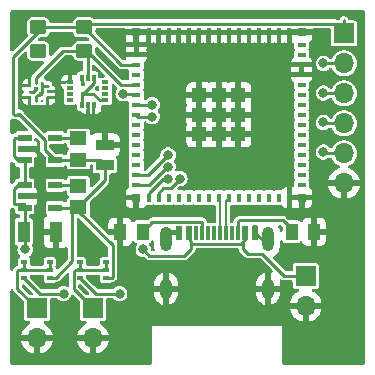
<source format=gbr>
%TF.GenerationSoftware,KiCad,Pcbnew,(7.0.0)*%
%TF.CreationDate,2023-03-11T14:16:37+01:00*%
%TF.ProjectId,AVI_Computer,4156495f-436f-46d7-9075-7465722e6b69,rev?*%
%TF.SameCoordinates,Original*%
%TF.FileFunction,Copper,L1,Top*%
%TF.FilePolarity,Positive*%
%FSLAX46Y46*%
G04 Gerber Fmt 4.6, Leading zero omitted, Abs format (unit mm)*
G04 Created by KiCad (PCBNEW (7.0.0)) date 2023-03-11 14:16:37*
%MOMM*%
%LPD*%
G01*
G04 APERTURE LIST*
G04 Aperture macros list*
%AMRoundRect*
0 Rectangle with rounded corners*
0 $1 Rounding radius*
0 $2 $3 $4 $5 $6 $7 $8 $9 X,Y pos of 4 corners*
0 Add a 4 corners polygon primitive as box body*
4,1,4,$2,$3,$4,$5,$6,$7,$8,$9,$2,$3,0*
0 Add four circle primitives for the rounded corners*
1,1,$1+$1,$2,$3*
1,1,$1+$1,$4,$5*
1,1,$1+$1,$6,$7*
1,1,$1+$1,$8,$9*
0 Add four rect primitives between the rounded corners*
20,1,$1+$1,$2,$3,$4,$5,0*
20,1,$1+$1,$4,$5,$6,$7,0*
20,1,$1+$1,$6,$7,$8,$9,0*
20,1,$1+$1,$8,$9,$2,$3,0*%
G04 Aperture macros list end*
%TA.AperFunction,SMDPad,CuDef*%
%ADD10R,0.600000X1.150000*%
%TD*%
%TA.AperFunction,SMDPad,CuDef*%
%ADD11R,0.300000X1.150000*%
%TD*%
%TA.AperFunction,ComponentPad*%
%ADD12O,1.000000X2.100000*%
%TD*%
%TA.AperFunction,ComponentPad*%
%ADD13O,1.000000X1.800000*%
%TD*%
%TA.AperFunction,SMDPad,CuDef*%
%ADD14RoundRect,0.250000X0.450000X-0.350000X0.450000X0.350000X-0.450000X0.350000X-0.450000X-0.350000X0*%
%TD*%
%TA.AperFunction,SMDPad,CuDef*%
%ADD15R,1.000000X1.400000*%
%TD*%
%TA.AperFunction,ComponentPad*%
%ADD16R,1.700000X1.700000*%
%TD*%
%TA.AperFunction,ComponentPad*%
%ADD17O,1.700000X1.700000*%
%TD*%
%TA.AperFunction,SMDPad,CuDef*%
%ADD18R,0.475000X0.450000*%
%TD*%
%TA.AperFunction,SMDPad,CuDef*%
%ADD19R,1.150000X0.600000*%
%TD*%
%TA.AperFunction,SMDPad,CuDef*%
%ADD20R,1.450000X1.150000*%
%TD*%
%TA.AperFunction,SMDPad,CuDef*%
%ADD21R,0.250000X0.275000*%
%TD*%
%TA.AperFunction,SMDPad,CuDef*%
%ADD22R,0.275000X0.250000*%
%TD*%
%TA.AperFunction,SMDPad,CuDef*%
%ADD23R,0.550000X0.300000*%
%TD*%
%TA.AperFunction,SMDPad,CuDef*%
%ADD24R,0.300000X0.550000*%
%TD*%
%TA.AperFunction,SMDPad,CuDef*%
%ADD25R,1.070000X1.780000*%
%TD*%
%TA.AperFunction,SMDPad,CuDef*%
%ADD26R,0.800000X0.400000*%
%TD*%
%TA.AperFunction,SMDPad,CuDef*%
%ADD27R,0.400000X0.800000*%
%TD*%
%TA.AperFunction,SMDPad,CuDef*%
%ADD28R,1.200000X1.200000*%
%TD*%
%TA.AperFunction,SMDPad,CuDef*%
%ADD29R,0.800000X0.800000*%
%TD*%
%TA.AperFunction,SMDPad,CuDef*%
%ADD30R,1.490000X0.960000*%
%TD*%
%TA.AperFunction,ViaPad*%
%ADD31C,0.400000*%
%TD*%
%TA.AperFunction,ViaPad*%
%ADD32C,0.800000*%
%TD*%
%TA.AperFunction,ViaPad*%
%ADD33C,0.460000*%
%TD*%
%TA.AperFunction,Conductor*%
%ADD34C,0.250000*%
%TD*%
%TA.AperFunction,Conductor*%
%ADD35C,0.200000*%
%TD*%
G04 APERTURE END LIST*
D10*
%TO.P,J1,A1,GND*%
%TO.N,GND*%
X157549999Y-120569999D03*
%TO.P,J1,A4,VBUS*%
%TO.N,+5V*%
X158349999Y-120569999D03*
D11*
%TO.P,J1,A5,CC1*%
%TO.N,Net-(J1-CC1)*%
X159499999Y-120569999D03*
%TO.P,J1,A6,D+*%
%TO.N,/D+*%
X160499999Y-120569999D03*
%TO.P,J1,A7,D-*%
%TO.N,/D-*%
X160999999Y-120569999D03*
%TO.P,J1,A8,SBU1*%
%TO.N,unconnected-(J1-SBU1-PadA8)*%
X161999999Y-120569999D03*
D10*
%TO.P,J1,A9,VBUS*%
%TO.N,+5V*%
X163149999Y-120569999D03*
%TO.P,J1,A12,GND*%
%TO.N,GND*%
X163949999Y-120569999D03*
%TO.P,J1,B1,GND*%
X163949999Y-120569999D03*
%TO.P,J1,B4,VBUS*%
%TO.N,+5V*%
X163149999Y-120569999D03*
D11*
%TO.P,J1,B5,CC2*%
%TO.N,Net-(J1-CC2)*%
X162499999Y-120569999D03*
%TO.P,J1,B6,D+*%
%TO.N,/D+*%
X161499999Y-120569999D03*
%TO.P,J1,B7,D-*%
%TO.N,/D-*%
X159999999Y-120569999D03*
%TO.P,J1,B8,SBU2*%
%TO.N,unconnected-(J1-SBU2-PadB8)*%
X158999999Y-120569999D03*
D10*
%TO.P,J1,B9,VBUS*%
%TO.N,+5V*%
X158349999Y-120569999D03*
%TO.P,J1,B12,GND*%
%TO.N,GND*%
X157549999Y-120569999D03*
D12*
%TO.P,J1,S1,SHIELD*%
X156429999Y-121144999D03*
D13*
X156429999Y-125324999D03*
D12*
X165069999Y-121144999D03*
D13*
X165069999Y-125324999D03*
%TD*%
D14*
%TO.P,R3,1*%
%TO.N,/scl*%
X149500000Y-105200000D03*
%TO.P,R3,2*%
%TO.N,+3.3V*%
X149500000Y-103200000D03*
%TD*%
D15*
%TO.P,R2,1*%
%TO.N,GND*%
X152549999Y-120499999D03*
%TO.P,R2,2*%
%TO.N,Net-(J1-CC1)*%
X154449999Y-120499999D03*
%TD*%
D16*
%TO.P,J2,1,Pin_1*%
%TO.N,+3.3V*%
X171499999Y-103709999D03*
D17*
%TO.P,J2,2,Pin_2*%
%TO.N,/MOSI*%
X171499999Y-106249999D03*
%TO.P,J2,3,Pin_3*%
%TO.N,/MISO*%
X171499999Y-108789999D03*
%TO.P,J2,4,Pin_4*%
%TO.N,/CLK*%
X171499999Y-111329999D03*
%TO.P,J2,5,Pin_5*%
%TO.N,/CS*%
X171499999Y-113869999D03*
%TO.P,J2,6,Pin_6*%
%TO.N,GND*%
X171499999Y-116409999D03*
%TD*%
D15*
%TO.P,R1,1*%
%TO.N,GND*%
X168949999Y-120499999D03*
%TO.P,R1,2*%
%TO.N,Net-(J1-CC2)*%
X167049999Y-120499999D03*
%TD*%
D16*
%TO.P,J3,1,Pin_1*%
%TO.N,/Motor1+*%
X145499999Y-126974999D03*
D17*
%TO.P,J3,2,Pin_2*%
%TO.N,GND*%
X145499999Y-129514999D03*
%TD*%
D16*
%TO.P,J5,1,Pin_1*%
%TO.N,+5V*%
X168249999Y-124224999D03*
D17*
%TO.P,J5,2,Pin_2*%
%TO.N,GND*%
X168249999Y-126764999D03*
%TD*%
D18*
%TO.P,Q2,1,DRAIN_1*%
%TO.N,/Motor1+*%
X144411999Y-123099999D03*
%TO.P,Q2,2,DRAIN_2*%
X144411999Y-123749999D03*
%TO.P,Q2,3,GATE*%
%TO.N,Net-(IC1-IO3)*%
X144411999Y-124399999D03*
%TO.P,Q2,4,SOURCE*%
%TO.N,+3.3V*%
X146587999Y-124399999D03*
%TO.P,Q2,5,DRAIN_3*%
%TO.N,/Motor1+*%
X146587999Y-123749999D03*
%TO.P,Q2,6,DRAIN_4*%
X146587999Y-123099999D03*
%TD*%
D19*
%TO.P,IC3,1,VIN*%
%TO.N,+5V*%
X144449999Y-112546999D03*
%TO.P,IC3,2,GND*%
%TO.N,GND*%
X144449999Y-113499999D03*
%TO.P,IC3,3,EN*%
%TO.N,+5V*%
X144449999Y-114452999D03*
%TO.P,IC3,4,FB*%
%TO.N,+3.3V*%
X147049999Y-114452999D03*
%TO.P,IC3,5,SW*%
%TO.N,Net-(IC3-SW)*%
X147049999Y-112546999D03*
%TD*%
%TO.P,IC2,1,VIN*%
%TO.N,+5V*%
X144449999Y-116546999D03*
%TO.P,IC2,2,GND*%
%TO.N,GND*%
X144449999Y-117499999D03*
%TO.P,IC2,3,EN*%
%TO.N,+5V*%
X144449999Y-118452999D03*
%TO.P,IC2,4,FB*%
%TO.N,+3.3V*%
X147049999Y-118452999D03*
%TO.P,IC2,5,SW*%
%TO.N,Net-(IC2-SW)*%
X147049999Y-116546999D03*
%TD*%
D20*
%TO.P,L2,1*%
%TO.N,Net-(IC3-SW)*%
X148999999Y-112599999D03*
%TO.P,L2,2*%
%TO.N,+3.3V*%
X148999999Y-114399999D03*
%TD*%
D16*
%TO.P,J4,1,Pin_1*%
%TO.N,/Motor2+*%
X150249999Y-126974999D03*
D17*
%TO.P,J4,2,Pin_2*%
%TO.N,GND*%
X150249999Y-129514999D03*
%TD*%
D21*
%TO.P,IC4,1,VDDIO*%
%TO.N,+3.3V*%
X145899999Y-107886999D03*
%TO.P,IC4,2,SCK*%
%TO.N,/scl*%
X145399999Y-107886999D03*
D22*
%TO.P,IC4,3,VSS_1*%
%TO.N,GND*%
X144887999Y-108149999D03*
%TO.P,IC4,4,SDI*%
%TO.N,/sda*%
X144887999Y-108649999D03*
%TO.P,IC4,5,SDO*%
%TO.N,GND*%
X144887999Y-109149999D03*
D21*
%TO.P,IC4,6,CSB*%
%TO.N,+3.3V*%
X145399999Y-109412999D03*
%TO.P,IC4,7,INT*%
%TO.N,unconnected-(IC4-INT-Pad7)*%
X145899999Y-109412999D03*
D22*
%TO.P,IC4,8,VSS_2*%
%TO.N,GND*%
X146411999Y-109149999D03*
%TO.P,IC4,9,VSS_3*%
X146411999Y-108649999D03*
%TO.P,IC4,10,VDD*%
%TO.N,+3.3V*%
X146411999Y-108149999D03*
%TD*%
D23*
%TO.P,IC5,1,SDO*%
%TO.N,GND*%
X148299999Y-107849999D03*
%TO.P,IC5,2,ASDX*%
%TO.N,unconnected-(IC5-ASDX-Pad2)*%
X148299999Y-108349999D03*
%TO.P,IC5,3,ASCX*%
%TO.N,unconnected-(IC5-ASCX-Pad3)*%
X148299999Y-108849999D03*
%TO.P,IC5,4,INT1*%
%TO.N,unconnected-(IC5-INT1-Pad4)*%
X148299999Y-109349999D03*
D24*
%TO.P,IC5,5,VDDIO*%
%TO.N,+3.3V*%
X149299999Y-109749999D03*
%TO.P,IC5,6,GNDIO*%
%TO.N,GND*%
X149799999Y-109749999D03*
%TO.P,IC5,7,GND*%
X150299999Y-109749999D03*
D23*
%TO.P,IC5,8,VDD*%
%TO.N,+3.3V*%
X151299999Y-109349999D03*
%TO.P,IC5,9,INT2*%
%TO.N,unconnected-(IC5-INT2-Pad9)*%
X151299999Y-108849999D03*
%TO.P,IC5,10,OCSB*%
%TO.N,unconnected-(IC5-OCSB-Pad10)*%
X151299999Y-108349999D03*
%TO.P,IC5,11,OSDO*%
%TO.N,unconnected-(IC5-OSDO-Pad11)*%
X151299999Y-107849999D03*
D24*
%TO.P,IC5,12,CSB*%
%TO.N,+3.3V*%
X150299999Y-107449999D03*
%TO.P,IC5,13,SCX*%
%TO.N,/scl*%
X149799999Y-107449999D03*
%TO.P,IC5,14,SDX*%
%TO.N,/sda*%
X149299999Y-107449999D03*
%TD*%
D25*
%TO.P,C1,1*%
%TO.N,+5V*%
X144389999Y-120499999D03*
%TO.P,C1,2*%
%TO.N,GND*%
X147109999Y-120499999D03*
%TD*%
D26*
%TO.P,IC1,1,GND_1*%
%TO.N,GND*%
X153899999Y-104654999D03*
%TO.P,IC1,2,GND_2*%
X153899999Y-105504999D03*
%TO.P,IC1,3,3V3*%
%TO.N,+3.3V*%
X153899999Y-106354999D03*
%TO.P,IC1,4,IO0*%
%TO.N,unconnected-(IC1-IO0-Pad4)*%
X153899999Y-107204999D03*
%TO.P,IC1,5,IO1*%
%TO.N,/scl*%
X153899999Y-108054999D03*
%TO.P,IC1,6,IO2*%
%TO.N,/sda*%
X153899999Y-108904999D03*
%TO.P,IC1,7,IO3*%
%TO.N,Net-(IC1-IO3)*%
X153899999Y-109754999D03*
%TO.P,IC1,8,IO4*%
%TO.N,Net-(IC1-IO4)*%
X153899999Y-110604999D03*
%TO.P,IC1,9,IO5*%
%TO.N,unconnected-(IC1-IO5-Pad9)*%
X153899999Y-111454999D03*
%TO.P,IC1,10,IO6*%
%TO.N,unconnected-(IC1-IO6-Pad10)*%
X153899999Y-112304999D03*
%TO.P,IC1,11,IO7*%
%TO.N,unconnected-(IC1-IO7-Pad11)*%
X153899999Y-113154999D03*
%TO.P,IC1,12,IO8*%
%TO.N,unconnected-(IC1-IO8-Pad12)*%
X153899999Y-114004999D03*
%TO.P,IC1,13,IO9*%
%TO.N,unconnected-(IC1-IO9-Pad13)*%
X153899999Y-114854999D03*
%TO.P,IC1,14,IO10*%
%TO.N,/CS*%
X153899999Y-115704999D03*
%TO.P,IC1,15,IO11*%
%TO.N,/MOSI*%
X153899999Y-116554999D03*
D27*
%TO.P,IC1,16,IO12*%
%TO.N,/CLK*%
X154949999Y-117604999D03*
%TO.P,IC1,17,IO13*%
%TO.N,/MISO*%
X155799999Y-117604999D03*
%TO.P,IC1,18,IO14*%
%TO.N,unconnected-(IC1-IO14-Pad18)*%
X156649999Y-117604999D03*
%TO.P,IC1,19,IO15*%
%TO.N,unconnected-(IC1-IO15-Pad19)*%
X157499999Y-117604999D03*
%TO.P,IC1,20,IO16*%
%TO.N,unconnected-(IC1-IO16-Pad20)*%
X158349999Y-117604999D03*
%TO.P,IC1,21,IO17*%
%TO.N,unconnected-(IC1-IO17-Pad21)*%
X159199999Y-117604999D03*
%TO.P,IC1,22,IO18*%
%TO.N,unconnected-(IC1-IO18-Pad22)*%
X160049999Y-117604999D03*
%TO.P,IC1,23,IO19*%
%TO.N,/D-*%
X160899999Y-117604999D03*
%TO.P,IC1,24,IO20*%
%TO.N,/D+*%
X161749999Y-117604999D03*
%TO.P,IC1,25,IO21*%
%TO.N,unconnected-(IC1-IO21-Pad25)*%
X162599999Y-117604999D03*
%TO.P,IC1,26,IO26*%
%TO.N,unconnected-(IC1-IO26-Pad26)*%
X163449999Y-117604999D03*
%TO.P,IC1,27,NC*%
%TO.N,unconnected-(IC1-NC-Pad27)*%
X164299999Y-117604999D03*
%TO.P,IC1,28,IO33*%
%TO.N,unconnected-(IC1-IO33-Pad28)*%
X165149999Y-117604999D03*
%TO.P,IC1,29,IO34*%
%TO.N,unconnected-(IC1-IO34-Pad29)*%
X165999999Y-117604999D03*
%TO.P,IC1,30,GND_3*%
%TO.N,GND*%
X166849999Y-117604999D03*
D26*
%TO.P,IC1,31,IO35*%
%TO.N,unconnected-(IC1-IO35-Pad31)*%
X167899999Y-116554999D03*
%TO.P,IC1,32,IO36*%
%TO.N,unconnected-(IC1-IO36-Pad32)*%
X167899999Y-115704999D03*
%TO.P,IC1,33,IO37*%
%TO.N,unconnected-(IC1-IO37-Pad33)*%
X167899999Y-114854999D03*
%TO.P,IC1,34,IO38*%
%TO.N,unconnected-(IC1-IO38-Pad34)*%
X167899999Y-114004999D03*
%TO.P,IC1,35,IO39*%
%TO.N,unconnected-(IC1-IO39-Pad35)*%
X167899999Y-113154999D03*
%TO.P,IC1,36,IO40*%
%TO.N,unconnected-(IC1-IO40-Pad36)*%
X167899999Y-112304999D03*
%TO.P,IC1,37,IO41*%
%TO.N,unconnected-(IC1-IO41-Pad37)*%
X167899999Y-111454999D03*
%TO.P,IC1,38,IO42*%
%TO.N,unconnected-(IC1-IO42-Pad38)*%
X167899999Y-110604999D03*
%TO.P,IC1,39,TXD0*%
%TO.N,unconnected-(IC1-TXD0-Pad39)*%
X167899999Y-109754999D03*
%TO.P,IC1,40,RXD0*%
%TO.N,unconnected-(IC1-RXD0-Pad40)*%
X167899999Y-108904999D03*
%TO.P,IC1,41,IO45*%
%TO.N,unconnected-(IC1-IO45-Pad41)*%
X167899999Y-108054999D03*
%TO.P,IC1,42,GND_4*%
%TO.N,GND*%
X167899999Y-107204999D03*
%TO.P,IC1,43,GND_5*%
X167899999Y-106354999D03*
%TO.P,IC1,44,IO46*%
%TO.N,unconnected-(IC1-IO46-Pad44)*%
X167899999Y-105504999D03*
%TO.P,IC1,45,EN*%
%TO.N,unconnected-(IC1-EN-Pad45)*%
X167899999Y-104654999D03*
D27*
%TO.P,IC1,46,GND_6*%
%TO.N,GND*%
X166849999Y-103604999D03*
%TO.P,IC1,47,GND_7*%
X165999999Y-103604999D03*
%TO.P,IC1,48,GND_8*%
X165149999Y-103604999D03*
%TO.P,IC1,49,GND_9*%
X164299999Y-103604999D03*
%TO.P,IC1,50,GND_10*%
X163449999Y-103604999D03*
%TO.P,IC1,51,GND_11*%
X162599999Y-103604999D03*
%TO.P,IC1,52,GND_12*%
X161749999Y-103604999D03*
%TO.P,IC1,53,GND_13*%
X160899999Y-103604999D03*
%TO.P,IC1,54,GND_14*%
X160049999Y-103604999D03*
%TO.P,IC1,55,GND_15*%
X159199999Y-103604999D03*
%TO.P,IC1,56,GND_16*%
X158349999Y-103604999D03*
%TO.P,IC1,57,GND_17*%
X157499999Y-103604999D03*
%TO.P,IC1,58,GND_18*%
X156649999Y-103604999D03*
%TO.P,IC1,59,GND_19*%
X155799999Y-103604999D03*
%TO.P,IC1,60,GND_20*%
X154949999Y-103604999D03*
D28*
%TO.P,IC1,61,GND_21*%
X160899999Y-110604999D03*
D29*
%TO.P,IC1,62,GND_22*%
X153899999Y-103604999D03*
%TO.P,IC1,63,GND_23*%
X153899999Y-117604999D03*
%TO.P,IC1,64,GND_24*%
X167899999Y-117604999D03*
%TO.P,IC1,65,GND_25*%
X167899999Y-103604999D03*
D28*
%TO.P,IC1,66,GND_26*%
X159249999Y-108954999D03*
%TO.P,IC1,67,GND_27*%
X159249999Y-110604999D03*
%TO.P,IC1,68,GND_28*%
X159249999Y-112254999D03*
%TO.P,IC1,69,GND_29*%
X160899999Y-112254999D03*
%TO.P,IC1,70,GND_30*%
X162549999Y-112254999D03*
%TO.P,IC1,71,GND_31*%
X162549999Y-110604999D03*
%TO.P,IC1,72,GND_32*%
X162549999Y-108954999D03*
%TO.P,IC1,73,GND_33*%
X160899999Y-108954999D03*
%TD*%
D18*
%TO.P,Q1,1,DRAIN_1*%
%TO.N,/Motor2+*%
X149161999Y-123099999D03*
%TO.P,Q1,2,DRAIN_2*%
X149161999Y-123749999D03*
%TO.P,Q1,3,GATE*%
%TO.N,Net-(IC1-IO4)*%
X149161999Y-124399999D03*
%TO.P,Q1,4,SOURCE*%
%TO.N,+3.3V*%
X151337999Y-124399999D03*
%TO.P,Q1,5,DRAIN_3*%
%TO.N,/Motor2+*%
X151337999Y-123749999D03*
%TO.P,Q1,6,DRAIN_4*%
X151337999Y-123099999D03*
%TD*%
D20*
%TO.P,L1,1*%
%TO.N,Net-(IC2-SW)*%
X148999999Y-116599999D03*
%TO.P,L1,2*%
%TO.N,+3.3V*%
X148999999Y-118399999D03*
%TD*%
D30*
%TO.P,C3,1*%
%TO.N,+3.3V*%
X151249999Y-114839999D03*
%TO.P,C3,2*%
%TO.N,GND*%
X151249999Y-113159999D03*
%TD*%
D14*
%TO.P,R4,1*%
%TO.N,/sda*%
X145600000Y-105200000D03*
%TO.P,R4,2*%
%TO.N,+3.3V*%
X145600000Y-103200000D03*
%TD*%
D31*
%TO.N,+3.3V*%
X145800000Y-108800000D03*
X149400000Y-108800000D03*
X144000000Y-110600000D03*
D32*
%TO.N,Net-(IC1-IO3)*%
X147750000Y-125750000D03*
X155250000Y-109750000D03*
%TO.N,Net-(IC1-IO4)*%
X152500000Y-125750000D03*
X155250000Y-110750000D03*
%TO.N,/CS*%
X169750000Y-113750000D03*
X156600000Y-114000000D03*
%TO.N,/MOSI*%
X156600000Y-115000000D03*
X169750000Y-106250000D03*
%TO.N,/CLK*%
X156600000Y-116000000D03*
X169750000Y-111250000D03*
D31*
%TO.N,GND*%
X150200000Y-116000000D03*
X151400000Y-117000000D03*
D33*
X158400000Y-123200000D03*
X157550000Y-120570000D03*
D32*
%TO.N,+5V*%
X154500000Y-122000000D03*
X144500000Y-122000000D03*
D31*
%TO.N,/sda*%
X145424114Y-108424002D03*
X149400000Y-108000000D03*
D32*
X145600000Y-105200000D03*
X152800000Y-108800000D03*
%TO.N,/MISO*%
X157600000Y-116000000D03*
X169750000Y-108750000D03*
%TD*%
D34*
%TO.N,+3.3V*%
X143502000Y-105684827D02*
X145600000Y-103586827D01*
X143502000Y-110502000D02*
X143502000Y-105684827D01*
X145600000Y-103586827D02*
X145600000Y-103200000D01*
X144000000Y-110600000D02*
X143600000Y-110600000D01*
X143600000Y-110600000D02*
X143502000Y-110502000D01*
X149820000Y-102880000D02*
X149500000Y-103200000D01*
X170670000Y-102880000D02*
X149820000Y-102880000D01*
X171500000Y-103710000D02*
X170670000Y-102880000D01*
X151825500Y-124400000D02*
X151900500Y-124325000D01*
X152655000Y-106355000D02*
X153900000Y-106355000D01*
X151338000Y-124400000D02*
X151825500Y-124400000D01*
X149300000Y-109750000D02*
X149300000Y-108900000D01*
X147050000Y-114453000D02*
X148947000Y-114453000D01*
X149000000Y-118400000D02*
X151250000Y-116150000D01*
X147050000Y-118453000D02*
X148947000Y-118453000D01*
X145649500Y-108950500D02*
X145534012Y-108950500D01*
X148947000Y-118453000D02*
X149000000Y-118400000D01*
X150810000Y-114400000D02*
X151250000Y-114840000D01*
X145949500Y-108200000D02*
X145949500Y-108650500D01*
X144028000Y-110600000D02*
X146150000Y-112722000D01*
X151900500Y-121650500D02*
X149000000Y-118750000D01*
X151900500Y-124325000D02*
X151900500Y-121650500D01*
X149400000Y-108800000D02*
X150300000Y-107900000D01*
X150800000Y-109350000D02*
X151300000Y-109350000D01*
X149000000Y-114400000D02*
X150810000Y-114400000D01*
X151250000Y-116150000D02*
X151250000Y-114840000D01*
X151250000Y-114840000D02*
X151515000Y-114840000D01*
X146412000Y-108150000D02*
X145999500Y-108150000D01*
X146150000Y-112722000D02*
X146150000Y-113553000D01*
X150300000Y-107900000D02*
X150300000Y-107450000D01*
X145800000Y-108800000D02*
X145649500Y-108950500D01*
X145949500Y-108650500D02*
X145800000Y-108800000D01*
X148947000Y-114453000D02*
X149000000Y-114400000D01*
X150250000Y-108800000D02*
X150800000Y-109350000D01*
X149500000Y-103200000D02*
X152655000Y-106355000D01*
X149300000Y-108900000D02*
X149400000Y-108800000D01*
X145900000Y-108150500D02*
X145949500Y-108200000D01*
X149400000Y-108800000D02*
X150250000Y-108800000D01*
X148500000Y-118900000D02*
X149000000Y-118400000D01*
X171500000Y-103710000D02*
X171500000Y-102610000D01*
X147075500Y-124400000D02*
X148500000Y-122975500D01*
X146588000Y-124400000D02*
X147075500Y-124400000D01*
X145999500Y-108150000D02*
X145949500Y-108200000D01*
X145400000Y-109413000D02*
X145400000Y-109084512D01*
X149500000Y-103200000D02*
X145600000Y-103200000D01*
X149000000Y-118750000D02*
X149000000Y-118400000D01*
X148500000Y-122975500D02*
X148500000Y-118900000D01*
X146150000Y-113553000D02*
X147050000Y-114453000D01*
X145400000Y-109084512D02*
X145534012Y-108950500D01*
X145900000Y-107887000D02*
X145900000Y-108150500D01*
%TO.N,Net-(IC1-IO3)*%
X155250000Y-109750000D02*
X153905000Y-109750000D01*
X153905000Y-109750000D02*
X153900000Y-109755000D01*
X144412000Y-124400000D02*
X145762000Y-125750000D01*
X145762000Y-125750000D02*
X147750000Y-125750000D01*
%TO.N,Net-(IC1-IO4)*%
X150512000Y-125750000D02*
X152500000Y-125750000D01*
X149162000Y-124400000D02*
X150512000Y-125750000D01*
X155250000Y-110750000D02*
X154045000Y-110750000D01*
X154045000Y-110750000D02*
X153900000Y-110605000D01*
%TO.N,/CS*%
X169870000Y-113870000D02*
X169750000Y-113750000D01*
X156600000Y-114000000D02*
X156574695Y-114000000D01*
X171500000Y-113870000D02*
X169870000Y-113870000D01*
X154869695Y-115705000D02*
X153900000Y-115705000D01*
X156574695Y-114000000D02*
X154869695Y-115705000D01*
%TO.N,/MOSI*%
X154963604Y-116555000D02*
X153900000Y-116555000D01*
X156518604Y-115000000D02*
X154963604Y-116555000D01*
X171500000Y-106250000D02*
X169750000Y-106250000D01*
X156600000Y-115000000D02*
X156518604Y-115000000D01*
%TO.N,/CLK*%
X156600000Y-116000000D02*
X156155000Y-116000000D01*
X169830000Y-111330000D02*
X169750000Y-111250000D01*
X171500000Y-111330000D02*
X169830000Y-111330000D01*
X154950000Y-117205000D02*
X154950000Y-117605000D01*
X156155000Y-116000000D02*
X154950000Y-117205000D01*
D35*
%TO.N,/D-*%
X161000000Y-117675000D02*
X160930000Y-117605000D01*
X161000000Y-120570000D02*
X161000000Y-117675000D01*
%TO.N,/D+*%
X161500000Y-117885000D02*
X161780000Y-117605000D01*
X161500000Y-120570000D02*
X161500000Y-117885000D01*
D34*
%TO.N,GND*%
X164525000Y-121145000D02*
X163950000Y-120570000D01*
X144450000Y-113500000D02*
X145275000Y-113500000D01*
X145600000Y-113825000D02*
X145600000Y-114200000D01*
X145275000Y-113500000D02*
X145600000Y-113825000D01*
X165070000Y-121145000D02*
X164525000Y-121145000D01*
X150300000Y-109900000D02*
X150300000Y-109750000D01*
%TO.N,+5V*%
X158560000Y-121934949D02*
X157974949Y-122520000D01*
X166433274Y-124225000D02*
X164553274Y-122345000D01*
X144450000Y-116547000D02*
X144450000Y-114453000D01*
X163150000Y-121145051D02*
X163150000Y-120570000D01*
X144450000Y-118453000D02*
X144450000Y-118200000D01*
X144500000Y-122000000D02*
X144500000Y-120610000D01*
X143550000Y-116875000D02*
X143878000Y-116547000D01*
X168250000Y-124225000D02*
X166433274Y-124225000D01*
X144450000Y-118200000D02*
X144375000Y-118125000D01*
X164553274Y-122345000D02*
X163350051Y-122345000D01*
X158560000Y-121310000D02*
X158350000Y-121100000D01*
X143550000Y-118125000D02*
X143550000Y-116875000D01*
X157974949Y-122520000D02*
X155020000Y-122520000D01*
X163350051Y-122345000D02*
X162940000Y-121934949D01*
X162940000Y-121934949D02*
X162940000Y-121355051D01*
X162940000Y-121355051D02*
X163150000Y-121145051D01*
X143550000Y-114125000D02*
X143550000Y-112622000D01*
X144450000Y-118453000D02*
X144450000Y-120440000D01*
X158560000Y-121500000D02*
X158560000Y-121934949D01*
X144375000Y-118125000D02*
X143550000Y-118125000D01*
X144450000Y-114453000D02*
X143878000Y-114453000D01*
X163150000Y-121145051D02*
X162795051Y-121500000D01*
X162795051Y-121500000D02*
X158560000Y-121500000D01*
X144500000Y-120610000D02*
X144390000Y-120500000D01*
X144450000Y-120440000D02*
X144390000Y-120500000D01*
X158350000Y-121100000D02*
X158350000Y-120570000D01*
X143550000Y-112622000D02*
X143625000Y-112547000D01*
X143878000Y-114453000D02*
X143550000Y-114125000D01*
X155020000Y-122520000D02*
X154500000Y-122000000D01*
X143878000Y-116547000D02*
X144450000Y-116547000D01*
X158560000Y-121500000D02*
X158560000Y-121310000D01*
X143625000Y-112547000D02*
X144450000Y-112547000D01*
%TO.N,Net-(IC2-SW)*%
X147050000Y-116547000D02*
X148947000Y-116547000D01*
X148947000Y-116547000D02*
X149000000Y-116600000D01*
%TO.N,Net-(IC3-SW)*%
X147050000Y-112547000D02*
X148947000Y-112547000D01*
X148947000Y-112547000D02*
X149000000Y-112600000D01*
%TO.N,/scl*%
X147674500Y-105200000D02*
X149500000Y-105200000D01*
X149800000Y-105500000D02*
X149500000Y-105200000D01*
X149800000Y-107450000D02*
X149800000Y-105500000D01*
X149725000Y-105200000D02*
X152580000Y-108055000D01*
X145400000Y-107887000D02*
X145400000Y-107474500D01*
X145400000Y-107474500D02*
X147674500Y-105200000D01*
X149500000Y-105200000D02*
X149725000Y-105200000D01*
X152580000Y-108055000D02*
X153900000Y-108055000D01*
%TO.N,/sda*%
X149300000Y-107450000D02*
X149300000Y-107900000D01*
X149300000Y-107900000D02*
X149400000Y-108000000D01*
X152800000Y-108800000D02*
X153795000Y-108800000D01*
X145198116Y-108650000D02*
X144888000Y-108650000D01*
X153530000Y-108905000D02*
X153930000Y-108905000D01*
X145424114Y-108424002D02*
X145198116Y-108650000D01*
X153795000Y-108800000D02*
X153900000Y-108905000D01*
%TO.N,/MISO*%
X155800000Y-117205000D02*
X155800000Y-117605000D01*
X169790000Y-108790000D02*
X169750000Y-108750000D01*
X157600000Y-116000000D02*
X157600000Y-116025305D01*
X171500000Y-108790000D02*
X169790000Y-108790000D01*
X157600000Y-116025305D02*
X156825305Y-116800000D01*
X156205000Y-116800000D02*
X155800000Y-117205000D01*
X156825305Y-116800000D02*
X156205000Y-116800000D01*
%TO.N,Net-(J1-CC1)*%
X159500000Y-119695000D02*
X159500000Y-120570000D01*
X159475000Y-119670000D02*
X159500000Y-119695000D01*
X155280000Y-119670000D02*
X159475000Y-119670000D01*
X154450000Y-120500000D02*
X155280000Y-119670000D01*
%TO.N,/Motor1+*%
X146588000Y-123100000D02*
X146588000Y-123750000D01*
X143924500Y-123750000D02*
X144412000Y-123750000D01*
X146588000Y-123750000D02*
X144412000Y-123750000D01*
X143849500Y-125324500D02*
X143849500Y-123825000D01*
X145500000Y-126975000D02*
X143849500Y-125324500D01*
X144412000Y-123750000D02*
X144412000Y-123100000D01*
X143849500Y-123825000D02*
X143924500Y-123750000D01*
%TO.N,Net-(J1-CC2)*%
X167050000Y-120300000D02*
X166300000Y-119550000D01*
X167050000Y-120500000D02*
X167050000Y-120300000D01*
X166300000Y-119550000D02*
X162645000Y-119550000D01*
X162500000Y-119695000D02*
X162500000Y-120570000D01*
X162645000Y-119550000D02*
X162500000Y-119695000D01*
%TO.N,/Motor2+*%
X149162000Y-123750000D02*
X149162000Y-123100000D01*
X148750000Y-123750000D02*
X149162000Y-123750000D01*
X149162000Y-123750000D02*
X151338000Y-123750000D01*
X148599500Y-123900500D02*
X148750000Y-123750000D01*
X151338000Y-123100000D02*
X151338000Y-123750000D01*
X150250000Y-126975000D02*
X148599500Y-125324500D01*
X148599500Y-125324500D02*
X148599500Y-123900500D01*
%TD*%
%TA.AperFunction,Conductor*%
%TO.N,GND*%
G36*
X173187500Y-101767113D02*
G01*
X173232887Y-101812500D01*
X173249500Y-101874500D01*
X173249500Y-131625500D01*
X173232887Y-131687500D01*
X173187500Y-131732887D01*
X173125500Y-131749500D01*
X166374500Y-131749500D01*
X166312500Y-131732887D01*
X166267113Y-131687500D01*
X166250500Y-131625500D01*
X166250500Y-128512025D01*
X166250500Y-128500099D01*
X166250541Y-128500000D01*
X166250383Y-128499617D01*
X166250099Y-128499500D01*
X166250000Y-128499459D01*
X166249901Y-128499500D01*
X155250099Y-128499500D01*
X155250000Y-128499459D01*
X155249901Y-128499500D01*
X155249617Y-128499617D01*
X155249459Y-128500000D01*
X155249500Y-128500099D01*
X155249500Y-128512025D01*
X155249500Y-131625500D01*
X155232887Y-131687500D01*
X155187500Y-131732887D01*
X155125500Y-131749500D01*
X143374500Y-131749500D01*
X143312500Y-131732887D01*
X143267113Y-131687500D01*
X143250500Y-131625500D01*
X143250500Y-129767551D01*
X144172688Y-129767551D01*
X144173056Y-129778780D01*
X144225168Y-129973263D01*
X144228856Y-129983397D01*
X144324113Y-130187676D01*
X144329501Y-130197008D01*
X144458784Y-130381643D01*
X144465721Y-130389909D01*
X144625090Y-130549278D01*
X144633356Y-130556215D01*
X144817991Y-130685498D01*
X144827323Y-130690886D01*
X145031602Y-130786143D01*
X145041736Y-130789831D01*
X145236219Y-130841943D01*
X145247448Y-130842311D01*
X145250000Y-130831369D01*
X145750000Y-130831369D01*
X145752551Y-130842311D01*
X145763780Y-130841943D01*
X145958263Y-130789831D01*
X145968397Y-130786143D01*
X146172676Y-130690886D01*
X146182008Y-130685498D01*
X146366643Y-130556215D01*
X146374909Y-130549278D01*
X146534278Y-130389909D01*
X146541215Y-130381643D01*
X146670498Y-130197008D01*
X146675886Y-130187676D01*
X146771143Y-129983397D01*
X146774831Y-129973263D01*
X146826943Y-129778780D01*
X146827311Y-129767551D01*
X148922688Y-129767551D01*
X148923056Y-129778780D01*
X148975168Y-129973263D01*
X148978856Y-129983397D01*
X149074113Y-130187676D01*
X149079501Y-130197008D01*
X149208784Y-130381643D01*
X149215721Y-130389909D01*
X149375090Y-130549278D01*
X149383356Y-130556215D01*
X149567991Y-130685498D01*
X149577323Y-130690886D01*
X149781602Y-130786143D01*
X149791736Y-130789831D01*
X149986219Y-130841943D01*
X149997448Y-130842311D01*
X150000000Y-130831369D01*
X150500000Y-130831369D01*
X150502551Y-130842311D01*
X150513780Y-130841943D01*
X150708263Y-130789831D01*
X150718397Y-130786143D01*
X150922676Y-130690886D01*
X150932008Y-130685498D01*
X151116643Y-130556215D01*
X151124909Y-130549278D01*
X151284278Y-130389909D01*
X151291215Y-130381643D01*
X151420498Y-130197008D01*
X151425886Y-130187676D01*
X151521143Y-129983397D01*
X151524831Y-129973263D01*
X151576943Y-129778780D01*
X151577311Y-129767551D01*
X151566369Y-129765000D01*
X150516326Y-129765000D01*
X150503450Y-129768450D01*
X150500000Y-129781326D01*
X150500000Y-130831369D01*
X150000000Y-130831369D01*
X150000000Y-129781326D01*
X149996549Y-129768450D01*
X149983674Y-129765000D01*
X148933631Y-129765000D01*
X148922688Y-129767551D01*
X146827311Y-129767551D01*
X146816369Y-129765000D01*
X145766326Y-129765000D01*
X145753450Y-129768450D01*
X145750000Y-129781326D01*
X145750000Y-130831369D01*
X145250000Y-130831369D01*
X145250000Y-129781326D01*
X145246549Y-129768450D01*
X145233674Y-129765000D01*
X144183631Y-129765000D01*
X144172688Y-129767551D01*
X143250500Y-129767551D01*
X143250500Y-125490176D01*
X143268000Y-125426665D01*
X143315560Y-125381080D01*
X143379756Y-125366287D01*
X143442468Y-125386463D01*
X143485995Y-125435911D01*
X143486159Y-125436247D01*
X143486198Y-125436326D01*
X143488328Y-125441481D01*
X143489435Y-125448110D01*
X143514345Y-125494141D01*
X143516671Y-125498661D01*
X143535160Y-125536479D01*
X143535161Y-125536481D01*
X143539674Y-125545711D01*
X143545297Y-125551334D01*
X143549081Y-125558326D01*
X143556638Y-125565282D01*
X143556639Y-125565284D01*
X143587582Y-125593769D01*
X143591280Y-125597317D01*
X144363181Y-126369218D01*
X144390061Y-126409446D01*
X144399500Y-126456899D01*
X144399500Y-127849674D01*
X144400688Y-127855649D01*
X144400689Y-127855653D01*
X144411650Y-127910759D01*
X144411651Y-127910762D01*
X144414034Y-127922740D01*
X144469399Y-128005601D01*
X144552260Y-128060966D01*
X144625326Y-128075500D01*
X144631421Y-128075500D01*
X144833318Y-128075500D01*
X144897183Y-128093211D01*
X144942803Y-128141285D01*
X144957148Y-128205989D01*
X144936119Y-128268840D01*
X144885723Y-128311882D01*
X144827332Y-128339110D01*
X144817982Y-128344508D01*
X144633357Y-128473784D01*
X144625092Y-128480719D01*
X144465719Y-128640092D01*
X144458784Y-128648357D01*
X144329508Y-128832982D01*
X144324110Y-128842332D01*
X144228856Y-129046602D01*
X144225168Y-129056736D01*
X144173056Y-129251219D01*
X144172688Y-129262448D01*
X144183631Y-129265000D01*
X146816369Y-129265000D01*
X146827311Y-129262448D01*
X146826943Y-129251219D01*
X146774831Y-129056736D01*
X146771143Y-129046602D01*
X146675889Y-128842332D01*
X146670491Y-128832982D01*
X146541215Y-128648357D01*
X146534280Y-128640092D01*
X146374909Y-128480721D01*
X146366643Y-128473784D01*
X146182008Y-128344501D01*
X146172676Y-128339113D01*
X146114278Y-128311882D01*
X146063882Y-128268840D01*
X146042853Y-128205989D01*
X146057198Y-128141285D01*
X146102818Y-128093211D01*
X146166683Y-128075500D01*
X146368579Y-128075500D01*
X146374674Y-128075500D01*
X146447740Y-128060966D01*
X146530601Y-128005601D01*
X146585966Y-127922740D01*
X146600500Y-127849674D01*
X146600500Y-126249500D01*
X146617113Y-126187500D01*
X146662500Y-126142113D01*
X146724500Y-126125500D01*
X147153692Y-126125500D01*
X147211318Y-126139703D01*
X147249449Y-126173485D01*
X147250285Y-126172745D01*
X147255255Y-126178356D01*
X147259517Y-126184530D01*
X147377760Y-126289283D01*
X147517635Y-126362696D01*
X147671015Y-126400500D01*
X147821485Y-126400500D01*
X147828985Y-126400500D01*
X147982365Y-126362696D01*
X148122240Y-126289283D01*
X148240483Y-126184530D01*
X148330220Y-126054523D01*
X148386237Y-125906818D01*
X148386456Y-125905012D01*
X148416585Y-125850636D01*
X148472283Y-125817536D01*
X148537071Y-125817046D01*
X148593263Y-125849300D01*
X149113181Y-126369218D01*
X149140061Y-126409446D01*
X149149500Y-126456899D01*
X149149500Y-127849674D01*
X149150688Y-127855649D01*
X149150689Y-127855653D01*
X149161650Y-127910759D01*
X149161651Y-127910762D01*
X149164034Y-127922740D01*
X149219399Y-128005601D01*
X149302260Y-128060966D01*
X149375326Y-128075500D01*
X149381421Y-128075500D01*
X149583318Y-128075500D01*
X149647183Y-128093211D01*
X149692803Y-128141285D01*
X149707148Y-128205989D01*
X149686119Y-128268840D01*
X149635723Y-128311882D01*
X149577332Y-128339110D01*
X149567982Y-128344508D01*
X149383357Y-128473784D01*
X149375092Y-128480719D01*
X149215719Y-128640092D01*
X149208784Y-128648357D01*
X149079508Y-128832982D01*
X149074110Y-128842332D01*
X148978856Y-129046602D01*
X148975168Y-129056736D01*
X148923056Y-129251219D01*
X148922688Y-129262448D01*
X148933631Y-129265000D01*
X151566369Y-129265000D01*
X151577311Y-129262448D01*
X151576943Y-129251219D01*
X151524831Y-129056736D01*
X151521143Y-129046602D01*
X151425889Y-128842332D01*
X151420491Y-128832982D01*
X151291215Y-128648357D01*
X151284280Y-128640092D01*
X151124909Y-128480721D01*
X151116643Y-128473784D01*
X150932008Y-128344501D01*
X150922676Y-128339113D01*
X150864278Y-128311882D01*
X150813882Y-128268840D01*
X150792853Y-128205989D01*
X150807198Y-128141285D01*
X150852818Y-128093211D01*
X150916683Y-128075500D01*
X151118579Y-128075500D01*
X151124674Y-128075500D01*
X151197740Y-128060966D01*
X151280601Y-128005601D01*
X151335966Y-127922740D01*
X151350500Y-127849674D01*
X151350500Y-127017551D01*
X166922688Y-127017551D01*
X166923056Y-127028780D01*
X166975168Y-127223263D01*
X166978856Y-127233397D01*
X167074113Y-127437676D01*
X167079501Y-127447008D01*
X167208784Y-127631643D01*
X167215721Y-127639909D01*
X167375090Y-127799278D01*
X167383356Y-127806215D01*
X167567991Y-127935498D01*
X167577323Y-127940886D01*
X167781602Y-128036143D01*
X167791736Y-128039831D01*
X167986219Y-128091943D01*
X167997448Y-128092311D01*
X168000000Y-128081369D01*
X168500000Y-128081369D01*
X168502551Y-128092311D01*
X168513780Y-128091943D01*
X168708263Y-128039831D01*
X168718397Y-128036143D01*
X168922676Y-127940886D01*
X168932008Y-127935498D01*
X169116643Y-127806215D01*
X169124909Y-127799278D01*
X169284278Y-127639909D01*
X169291215Y-127631643D01*
X169420498Y-127447008D01*
X169425886Y-127437676D01*
X169521143Y-127233397D01*
X169524831Y-127223263D01*
X169576943Y-127028780D01*
X169577311Y-127017551D01*
X169566369Y-127015000D01*
X168516326Y-127015000D01*
X168503450Y-127018450D01*
X168500000Y-127031326D01*
X168500000Y-128081369D01*
X168000000Y-128081369D01*
X168000000Y-127031326D01*
X167996549Y-127018450D01*
X167983674Y-127015000D01*
X166933631Y-127015000D01*
X166922688Y-127017551D01*
X151350500Y-127017551D01*
X151350500Y-126249500D01*
X151367113Y-126187500D01*
X151412500Y-126142113D01*
X151474500Y-126125500D01*
X151903692Y-126125500D01*
X151961318Y-126139703D01*
X151999449Y-126173485D01*
X152000285Y-126172745D01*
X152005255Y-126178356D01*
X152009517Y-126184530D01*
X152127760Y-126289283D01*
X152267635Y-126362696D01*
X152421015Y-126400500D01*
X152571485Y-126400500D01*
X152578985Y-126400500D01*
X152732365Y-126362696D01*
X152872240Y-126289283D01*
X152990483Y-126184530D01*
X153080220Y-126054523D01*
X153136237Y-125906818D01*
X153152538Y-125772570D01*
X155430000Y-125772570D01*
X155430317Y-125778835D01*
X155444783Y-125921084D01*
X155447301Y-125933335D01*
X155504419Y-126115385D01*
X155509355Y-126126889D01*
X155601954Y-126293720D01*
X155609097Y-126303982D01*
X155733379Y-126448754D01*
X155742458Y-126457385D01*
X155893329Y-126574167D01*
X155903957Y-126580792D01*
X156075256Y-126664817D01*
X156086997Y-126669165D01*
X156166253Y-126689686D01*
X156177464Y-126689971D01*
X156178627Y-126684962D01*
X156680000Y-126684962D01*
X156682337Y-126695645D01*
X156687502Y-126695973D01*
X156687840Y-126695885D01*
X156866760Y-126629621D01*
X156878006Y-126624105D01*
X157039926Y-126523180D01*
X157049820Y-126515521D01*
X157188114Y-126384063D01*
X157196262Y-126374572D01*
X157305265Y-126217963D01*
X157311334Y-126207029D01*
X157386581Y-126031681D01*
X157390324Y-126019752D01*
X157428734Y-125832847D01*
X157430000Y-125820402D01*
X157430000Y-125772570D01*
X164070000Y-125772570D01*
X164070317Y-125778835D01*
X164084783Y-125921084D01*
X164087301Y-125933335D01*
X164144419Y-126115385D01*
X164149355Y-126126889D01*
X164241954Y-126293720D01*
X164249097Y-126303982D01*
X164373379Y-126448754D01*
X164382458Y-126457385D01*
X164533329Y-126574167D01*
X164543957Y-126580792D01*
X164715256Y-126664817D01*
X164726997Y-126669165D01*
X164806253Y-126689686D01*
X164817464Y-126689971D01*
X164818627Y-126684962D01*
X165320000Y-126684962D01*
X165322337Y-126695645D01*
X165327502Y-126695973D01*
X165327840Y-126695885D01*
X165506760Y-126629621D01*
X165518006Y-126624105D01*
X165679926Y-126523180D01*
X165689820Y-126515521D01*
X165828114Y-126384063D01*
X165836262Y-126374572D01*
X165945265Y-126217963D01*
X165951334Y-126207029D01*
X166026581Y-126031681D01*
X166030324Y-126019752D01*
X166068734Y-125832847D01*
X166070000Y-125820402D01*
X166070000Y-125591326D01*
X166066549Y-125578450D01*
X166053674Y-125575000D01*
X165336326Y-125575000D01*
X165323450Y-125578450D01*
X165320000Y-125591326D01*
X165320000Y-126684962D01*
X164818627Y-126684962D01*
X164820000Y-126679046D01*
X164820000Y-125591326D01*
X164816549Y-125578450D01*
X164803674Y-125575000D01*
X164086326Y-125575000D01*
X164073450Y-125578450D01*
X164070000Y-125591326D01*
X164070000Y-125772570D01*
X157430000Y-125772570D01*
X157430000Y-125591326D01*
X157426549Y-125578450D01*
X157413674Y-125575000D01*
X156696326Y-125575000D01*
X156683450Y-125578450D01*
X156680000Y-125591326D01*
X156680000Y-126684962D01*
X156178627Y-126684962D01*
X156180000Y-126679046D01*
X156180000Y-125591326D01*
X156176549Y-125578450D01*
X156163674Y-125575000D01*
X155446326Y-125575000D01*
X155433450Y-125578450D01*
X155430000Y-125591326D01*
X155430000Y-125772570D01*
X153152538Y-125772570D01*
X153155278Y-125750000D01*
X153136237Y-125593182D01*
X153080220Y-125445477D01*
X152990483Y-125315470D01*
X152977738Y-125304179D01*
X152877856Y-125215692D01*
X152877854Y-125215690D01*
X152872240Y-125210717D01*
X152865595Y-125207229D01*
X152865593Y-125207228D01*
X152739006Y-125140789D01*
X152739002Y-125140787D01*
X152732365Y-125137304D01*
X152725087Y-125135510D01*
X152725084Y-125135509D01*
X152586267Y-125101294D01*
X152586260Y-125101293D01*
X152578985Y-125099500D01*
X152421015Y-125099500D01*
X152413740Y-125101292D01*
X152413732Y-125101294D01*
X152274915Y-125135509D01*
X152274909Y-125135510D01*
X152267635Y-125137304D01*
X152261000Y-125140786D01*
X152260993Y-125140789D01*
X152134406Y-125207228D01*
X152134400Y-125207231D01*
X152127760Y-125210717D01*
X152122148Y-125215687D01*
X152122143Y-125215692D01*
X152015129Y-125310497D01*
X152015123Y-125310502D01*
X152009517Y-125315470D01*
X152005256Y-125321642D01*
X152000285Y-125327255D01*
X151999449Y-125326514D01*
X151961318Y-125360297D01*
X151903692Y-125374500D01*
X150718900Y-125374500D01*
X150671447Y-125365061D01*
X150631219Y-125338181D01*
X150351712Y-125058674D01*
X155430000Y-125058674D01*
X155433450Y-125071549D01*
X155446326Y-125075000D01*
X156163674Y-125075000D01*
X156176549Y-125071549D01*
X156180000Y-125058674D01*
X156680000Y-125058674D01*
X156683450Y-125071549D01*
X156696326Y-125075000D01*
X157413674Y-125075000D01*
X157426549Y-125071549D01*
X157430000Y-125058674D01*
X164070000Y-125058674D01*
X164073450Y-125071549D01*
X164086326Y-125075000D01*
X164803674Y-125075000D01*
X164816549Y-125071549D01*
X164820000Y-125058674D01*
X164820000Y-123965038D01*
X164817662Y-123954354D01*
X164812497Y-123954026D01*
X164812159Y-123954114D01*
X164633239Y-124020378D01*
X164621993Y-124025894D01*
X164460073Y-124126819D01*
X164450179Y-124134478D01*
X164311885Y-124265936D01*
X164303737Y-124275427D01*
X164194734Y-124432036D01*
X164188665Y-124442970D01*
X164113418Y-124618318D01*
X164109675Y-124630247D01*
X164071265Y-124817152D01*
X164070000Y-124829598D01*
X164070000Y-125058674D01*
X157430000Y-125058674D01*
X157430000Y-124877430D01*
X157429682Y-124871164D01*
X157415216Y-124728915D01*
X157412698Y-124716664D01*
X157355580Y-124534614D01*
X157350644Y-124523110D01*
X157258045Y-124356279D01*
X157250902Y-124346017D01*
X157126620Y-124201245D01*
X157117541Y-124192614D01*
X156966670Y-124075832D01*
X156956042Y-124069207D01*
X156784743Y-123985182D01*
X156773002Y-123980834D01*
X156693746Y-123960313D01*
X156682535Y-123960028D01*
X156680000Y-123970954D01*
X156680000Y-125058674D01*
X156180000Y-125058674D01*
X156180000Y-123965038D01*
X156177662Y-123954354D01*
X156172497Y-123954026D01*
X156172159Y-123954114D01*
X155993239Y-124020378D01*
X155981993Y-124025894D01*
X155820073Y-124126819D01*
X155810179Y-124134478D01*
X155671885Y-124265936D01*
X155663737Y-124275427D01*
X155554734Y-124432036D01*
X155548665Y-124442970D01*
X155473418Y-124618318D01*
X155469675Y-124630247D01*
X155431265Y-124817152D01*
X155430000Y-124829598D01*
X155430000Y-125058674D01*
X150351712Y-125058674D01*
X149686319Y-124393281D01*
X149659439Y-124353053D01*
X149650000Y-124305600D01*
X149650000Y-124249500D01*
X149666613Y-124187500D01*
X149712000Y-124142113D01*
X149774000Y-124125500D01*
X150726000Y-124125500D01*
X150788000Y-124142113D01*
X150833387Y-124187500D01*
X150850000Y-124249500D01*
X150850000Y-124649674D01*
X150851188Y-124655649D01*
X150851189Y-124655653D01*
X150862150Y-124710759D01*
X150862151Y-124710762D01*
X150864534Y-124722740D01*
X150871320Y-124732896D01*
X150910329Y-124791279D01*
X150919899Y-124805601D01*
X151002760Y-124860966D01*
X151075826Y-124875500D01*
X151594079Y-124875500D01*
X151600174Y-124875500D01*
X151673240Y-124860966D01*
X151756101Y-124805601D01*
X151756228Y-124805791D01*
X151776552Y-124791279D01*
X151815679Y-124779630D01*
X151823388Y-124778669D01*
X151841178Y-124776452D01*
X151846387Y-124776128D01*
X151846371Y-124775924D01*
X151851486Y-124775500D01*
X151856614Y-124775500D01*
X151877136Y-124772074D01*
X151882166Y-124771342D01*
X151934126Y-124764866D01*
X151941270Y-124761373D01*
X151949110Y-124760065D01*
X151995147Y-124735150D01*
X151999664Y-124732825D01*
X152046711Y-124709826D01*
X152052334Y-124704202D01*
X152059326Y-124700419D01*
X152094801Y-124661882D01*
X152098277Y-124658259D01*
X152129393Y-124627142D01*
X152149252Y-124611017D01*
X152158336Y-124605084D01*
X152177771Y-124580111D01*
X152181244Y-124576208D01*
X152181073Y-124576063D01*
X152184385Y-124572152D01*
X152188020Y-124568518D01*
X152200108Y-124551585D01*
X152203147Y-124547508D01*
X152235309Y-124506189D01*
X152237890Y-124498668D01*
X152242510Y-124492199D01*
X152257455Y-124441995D01*
X152258979Y-124437238D01*
X152276000Y-124387660D01*
X152276000Y-124379706D01*
X152278268Y-124372088D01*
X152276106Y-124319807D01*
X152276000Y-124314684D01*
X152276000Y-121769387D01*
X152285439Y-121721934D01*
X152292632Y-121711167D01*
X152300000Y-121683674D01*
X152300000Y-120766326D01*
X152296549Y-120753450D01*
X152283674Y-120750000D01*
X151582400Y-120750000D01*
X151534947Y-120740561D01*
X151494719Y-120713681D01*
X151014712Y-120233674D01*
X151550000Y-120233674D01*
X151553450Y-120246549D01*
X151566326Y-120250000D01*
X152283674Y-120250000D01*
X152296549Y-120246549D01*
X152300000Y-120233674D01*
X152300000Y-119316326D01*
X152296549Y-119303450D01*
X152283674Y-119300000D01*
X152005482Y-119300000D01*
X151998885Y-119300353D01*
X151950332Y-119305573D01*
X151935358Y-119309111D01*
X151816222Y-119353547D01*
X151800810Y-119361962D01*
X151699907Y-119437498D01*
X151687498Y-119449907D01*
X151611962Y-119550810D01*
X151603547Y-119566222D01*
X151559111Y-119685358D01*
X151555573Y-119700332D01*
X151550353Y-119748885D01*
X151550000Y-119755482D01*
X151550000Y-120233674D01*
X151014712Y-120233674D01*
X149986334Y-119205296D01*
X149959453Y-119165066D01*
X149950015Y-119117612D01*
X149958084Y-119077052D01*
X149960966Y-119072740D01*
X149975500Y-118999674D01*
X149975500Y-118049518D01*
X153000000Y-118049518D01*
X153000353Y-118056114D01*
X153005573Y-118104667D01*
X153009111Y-118119641D01*
X153053547Y-118238777D01*
X153061962Y-118254189D01*
X153137498Y-118355092D01*
X153149907Y-118367501D01*
X153250810Y-118443037D01*
X153266222Y-118451452D01*
X153385358Y-118495888D01*
X153400332Y-118499426D01*
X153448885Y-118504646D01*
X153455482Y-118505000D01*
X153633674Y-118505000D01*
X153646549Y-118501549D01*
X153650000Y-118488674D01*
X153650000Y-117871326D01*
X153646549Y-117858450D01*
X153633674Y-117855000D01*
X153016326Y-117855000D01*
X153003450Y-117858450D01*
X153000000Y-117871326D01*
X153000000Y-118049518D01*
X149975500Y-118049518D01*
X149975500Y-118006899D01*
X149984939Y-117959446D01*
X150011819Y-117919218D01*
X150372584Y-117558453D01*
X151478889Y-116452146D01*
X151498747Y-116436021D01*
X151507836Y-116430084D01*
X151527279Y-116405102D01*
X151530746Y-116401205D01*
X151530574Y-116401060D01*
X151533881Y-116397154D01*
X151537520Y-116393517D01*
X151549597Y-116376600D01*
X151552663Y-116372489D01*
X151584809Y-116331189D01*
X151587390Y-116323668D01*
X151592010Y-116317199D01*
X151606941Y-116267045D01*
X151608491Y-116262201D01*
X151625500Y-116212660D01*
X151625500Y-116204709D01*
X151627769Y-116197088D01*
X151625605Y-116144793D01*
X151625500Y-116139669D01*
X151625500Y-115694500D01*
X151642113Y-115632500D01*
X151687500Y-115587113D01*
X151749500Y-115570500D01*
X152013579Y-115570500D01*
X152019674Y-115570500D01*
X152092740Y-115555966D01*
X152175601Y-115500601D01*
X152230966Y-115417740D01*
X152245500Y-115344674D01*
X152245500Y-114335326D01*
X152230966Y-114262260D01*
X152218621Y-114243784D01*
X152198152Y-114185210D01*
X152208623Y-114124053D01*
X152247411Y-114075625D01*
X152345092Y-114002501D01*
X152357501Y-113990092D01*
X152433037Y-113889189D01*
X152441452Y-113873777D01*
X152485888Y-113754641D01*
X152489426Y-113739667D01*
X152494646Y-113691114D01*
X152495000Y-113684518D01*
X152495000Y-113426326D01*
X152491549Y-113413450D01*
X152478674Y-113410000D01*
X151124000Y-113410000D01*
X151062000Y-113393387D01*
X151016613Y-113348000D01*
X151000000Y-113286000D01*
X151000000Y-112893674D01*
X151500000Y-112893674D01*
X151503450Y-112906549D01*
X151516326Y-112910000D01*
X152478674Y-112910000D01*
X152491549Y-112906549D01*
X152495000Y-112893674D01*
X152495000Y-112635482D01*
X152494646Y-112628885D01*
X152489426Y-112580332D01*
X152485888Y-112565358D01*
X152441452Y-112446222D01*
X152433037Y-112430810D01*
X152357501Y-112329907D01*
X152345092Y-112317498D01*
X152244189Y-112241962D01*
X152228777Y-112233547D01*
X152109641Y-112189111D01*
X152094667Y-112185573D01*
X152046114Y-112180353D01*
X152039518Y-112180000D01*
X151516326Y-112180000D01*
X151503450Y-112183450D01*
X151500000Y-112196326D01*
X151500000Y-112893674D01*
X151000000Y-112893674D01*
X151000000Y-112196326D01*
X150996549Y-112183450D01*
X150983674Y-112180000D01*
X150460482Y-112180000D01*
X150453885Y-112180353D01*
X150405332Y-112185573D01*
X150390358Y-112189111D01*
X150271222Y-112233547D01*
X150255810Y-112241962D01*
X150173811Y-112303347D01*
X150110553Y-112327586D01*
X150043996Y-112314964D01*
X149994005Y-112269247D01*
X149975500Y-112204080D01*
X149975500Y-112006421D01*
X149975500Y-112000326D01*
X149960966Y-111927260D01*
X149905601Y-111844399D01*
X149822740Y-111789034D01*
X149810762Y-111786651D01*
X149810759Y-111786650D01*
X149755653Y-111775689D01*
X149755649Y-111775688D01*
X149749674Y-111774500D01*
X148250326Y-111774500D01*
X148244351Y-111775688D01*
X148244346Y-111775689D01*
X148189240Y-111786650D01*
X148189235Y-111786651D01*
X148177260Y-111789034D01*
X148167105Y-111795819D01*
X148167103Y-111795820D01*
X148104551Y-111837615D01*
X148104548Y-111837617D01*
X148094399Y-111844399D01*
X148087617Y-111854548D01*
X148087615Y-111854551D01*
X148045820Y-111917103D01*
X148045819Y-111917105D01*
X148039034Y-111927260D01*
X148036651Y-111939235D01*
X148036650Y-111939240D01*
X148025689Y-111994345D01*
X148025688Y-111994352D01*
X148024500Y-112000326D01*
X148024500Y-112003429D01*
X147999241Y-112066584D01*
X147943260Y-112107045D01*
X147874318Y-112111280D01*
X147813807Y-112077974D01*
X147812384Y-112076551D01*
X147805601Y-112066399D01*
X147722740Y-112011034D01*
X147710762Y-112008651D01*
X147710759Y-112008650D01*
X147655653Y-111997689D01*
X147655649Y-111997688D01*
X147649674Y-111996500D01*
X146450326Y-111996500D01*
X146444351Y-111997688D01*
X146444346Y-111997689D01*
X146389240Y-112008650D01*
X146389235Y-112008651D01*
X146377260Y-112011034D01*
X146367105Y-112017819D01*
X146367103Y-112017820D01*
X146304551Y-112059615D01*
X146304548Y-112059617D01*
X146294399Y-112066399D01*
X146287617Y-112076548D01*
X146287612Y-112076554D01*
X146270609Y-112102001D01*
X146231255Y-112139468D01*
X146179661Y-112156512D01*
X146125733Y-112149860D01*
X146079827Y-112120790D01*
X145323527Y-111364490D01*
X144457463Y-110498425D01*
X144432350Y-110462256D01*
X144386565Y-110362001D01*
X144386564Y-110361999D01*
X144382882Y-110353937D01*
X144357971Y-110325188D01*
X144313781Y-110274189D01*
X144298049Y-110256033D01*
X144290589Y-110251238D01*
X144290587Y-110251237D01*
X144232929Y-110214183D01*
X144189069Y-110185996D01*
X144168645Y-110179999D01*
X144073284Y-110151999D01*
X144073282Y-110151998D01*
X144064772Y-110149500D01*
X144001500Y-110149500D01*
X143939500Y-110132887D01*
X143894113Y-110087500D01*
X143877500Y-110025500D01*
X143877500Y-109319518D01*
X144250500Y-109319518D01*
X144250853Y-109326114D01*
X144256073Y-109374667D01*
X144259611Y-109389641D01*
X144304047Y-109508777D01*
X144312462Y-109524189D01*
X144387998Y-109625092D01*
X144400407Y-109637501D01*
X144501310Y-109713037D01*
X144516722Y-109721452D01*
X144635858Y-109765888D01*
X144650832Y-109769426D01*
X144699385Y-109774646D01*
X144705982Y-109775000D01*
X144746674Y-109775000D01*
X144759549Y-109771549D01*
X144763000Y-109758674D01*
X144763000Y-109291326D01*
X144759549Y-109278450D01*
X144746674Y-109275000D01*
X144266826Y-109275000D01*
X144253950Y-109278450D01*
X144250500Y-109291326D01*
X144250500Y-109319518D01*
X143877500Y-109319518D01*
X143877500Y-108008674D01*
X144250500Y-108008674D01*
X144253950Y-108021549D01*
X144266826Y-108025000D01*
X144746674Y-108025000D01*
X144759549Y-108021549D01*
X144763000Y-108008674D01*
X144763000Y-107541326D01*
X144759549Y-107528450D01*
X144746674Y-107525000D01*
X144705982Y-107525000D01*
X144699385Y-107525353D01*
X144650832Y-107530573D01*
X144635858Y-107534111D01*
X144516722Y-107578547D01*
X144501310Y-107586962D01*
X144400407Y-107662498D01*
X144387998Y-107674907D01*
X144312462Y-107775810D01*
X144304047Y-107791222D01*
X144259611Y-107910358D01*
X144256073Y-107925332D01*
X144250853Y-107973885D01*
X144250500Y-107980482D01*
X144250500Y-108008674D01*
X143877500Y-108008674D01*
X143877500Y-105891726D01*
X143886939Y-105844273D01*
X143913819Y-105804045D01*
X144044555Y-105673309D01*
X144437822Y-105280040D01*
X144487182Y-105249793D01*
X144544898Y-105245251D01*
X144598385Y-105267406D01*
X144635985Y-105311429D01*
X144649500Y-105367723D01*
X144649500Y-105594560D01*
X144649500Y-105594578D01*
X144649501Y-105597872D01*
X144649853Y-105601150D01*
X144649854Y-105601161D01*
X144655079Y-105649768D01*
X144655080Y-105649773D01*
X144655909Y-105657483D01*
X144658619Y-105664749D01*
X144658620Y-105664753D01*
X144679721Y-105721326D01*
X144706204Y-105792331D01*
X144711518Y-105799430D01*
X144711519Y-105799431D01*
X144742161Y-105840364D01*
X144792454Y-105907546D01*
X144907669Y-105993796D01*
X145042517Y-106044091D01*
X145102127Y-106050500D01*
X145993600Y-106050499D01*
X146049895Y-106064014D01*
X146093918Y-106101614D01*
X146116073Y-106155101D01*
X146111531Y-106212817D01*
X146081281Y-106262180D01*
X145171107Y-107172353D01*
X145151258Y-107188473D01*
X145142164Y-107194416D01*
X145135858Y-107202517D01*
X145135852Y-107202523D01*
X145122720Y-107219395D01*
X145119273Y-107223322D01*
X145119418Y-107223445D01*
X145116105Y-107227355D01*
X145112480Y-107230982D01*
X145109505Y-107235148D01*
X145109498Y-107235157D01*
X145100401Y-107247899D01*
X145097342Y-107252001D01*
X145071500Y-107285203D01*
X145071496Y-107285210D01*
X145065191Y-107293311D01*
X145062609Y-107300831D01*
X145057990Y-107307301D01*
X145055060Y-107317141D01*
X145055058Y-107317146D01*
X145043056Y-107357457D01*
X145041495Y-107362329D01*
X145027836Y-107402119D01*
X145027835Y-107402124D01*
X145024500Y-107411840D01*
X145024500Y-107419794D01*
X145022232Y-107427412D01*
X145022656Y-107437675D01*
X145022656Y-107437679D01*
X145024296Y-107477324D01*
X145020177Y-107514540D01*
X145013000Y-107541325D01*
X145013000Y-108150500D01*
X144996387Y-108212500D01*
X144951000Y-108257887D01*
X144889000Y-108274500D01*
X144725826Y-108274500D01*
X144724153Y-108274832D01*
X144720749Y-108275000D01*
X144266826Y-108275000D01*
X144253950Y-108278450D01*
X144250500Y-108291326D01*
X144250500Y-108319518D01*
X144250853Y-108326114D01*
X144256073Y-108374667D01*
X144259611Y-108389641D01*
X144304047Y-108508777D01*
X144312462Y-108524189D01*
X144351015Y-108575689D01*
X144372914Y-108623642D01*
X144372914Y-108676358D01*
X144351015Y-108724311D01*
X144312462Y-108775810D01*
X144304047Y-108791222D01*
X144259611Y-108910358D01*
X144256073Y-108925332D01*
X144250853Y-108973885D01*
X144250500Y-108980482D01*
X144250500Y-109008674D01*
X144253950Y-109021549D01*
X144266826Y-109025000D01*
X144720749Y-109025000D01*
X144724153Y-109025167D01*
X144725826Y-109025500D01*
X144825340Y-109025500D01*
X144889000Y-109025500D01*
X144951000Y-109042113D01*
X144996387Y-109087500D01*
X145013000Y-109149500D01*
X145013000Y-109758674D01*
X145016450Y-109771549D01*
X145029326Y-109775000D01*
X145070018Y-109775000D01*
X145076630Y-109774645D01*
X145107340Y-109771344D01*
X145167592Y-109780006D01*
X145177260Y-109786466D01*
X145250326Y-109801000D01*
X145543579Y-109801000D01*
X145549674Y-109801000D01*
X145622740Y-109786466D01*
X145623078Y-109788168D01*
X145649985Y-109782812D01*
X145676921Y-109788167D01*
X145677260Y-109786466D01*
X145750326Y-109801000D01*
X146043579Y-109801000D01*
X146049674Y-109801000D01*
X146122740Y-109786466D01*
X146132406Y-109780007D01*
X146192657Y-109771343D01*
X146223385Y-109774646D01*
X146229982Y-109775000D01*
X146270674Y-109775000D01*
X146283549Y-109771549D01*
X146287000Y-109758674D01*
X146537000Y-109758674D01*
X146540450Y-109771549D01*
X146553326Y-109775000D01*
X146594018Y-109775000D01*
X146600614Y-109774646D01*
X146649167Y-109769426D01*
X146664141Y-109765888D01*
X146783277Y-109721452D01*
X146798689Y-109713037D01*
X146899592Y-109637501D01*
X146912001Y-109625092D01*
X146987537Y-109524189D01*
X146995952Y-109508777D01*
X147040388Y-109389641D01*
X147043926Y-109374667D01*
X147049146Y-109326114D01*
X147049500Y-109319518D01*
X147049500Y-109291326D01*
X147046049Y-109278450D01*
X147033174Y-109275000D01*
X146553326Y-109275000D01*
X146540450Y-109278450D01*
X146537000Y-109291326D01*
X146537000Y-109758674D01*
X146287000Y-109758674D01*
X146287000Y-109149000D01*
X146303613Y-109087000D01*
X146349000Y-109041613D01*
X146411000Y-109025000D01*
X147033174Y-109025000D01*
X147046049Y-109021549D01*
X147049500Y-109008674D01*
X147049500Y-108980482D01*
X147049146Y-108973885D01*
X147043098Y-108917624D01*
X147044681Y-108917453D01*
X147044683Y-108882546D01*
X147043098Y-108882376D01*
X147049146Y-108826114D01*
X147049500Y-108819518D01*
X147049500Y-108791326D01*
X147046049Y-108778450D01*
X147033174Y-108775000D01*
X146449447Y-108775000D01*
X146388932Y-108759231D01*
X146343808Y-108715934D01*
X146325553Y-108656121D01*
X146325491Y-108654621D01*
X146340331Y-108590481D01*
X146385912Y-108542977D01*
X146449385Y-108525500D01*
X146569073Y-108525500D01*
X146574174Y-108525500D01*
X146575846Y-108525167D01*
X146579251Y-108525000D01*
X147033174Y-108525000D01*
X147046049Y-108521549D01*
X147049500Y-108508674D01*
X147049500Y-108480482D01*
X147049146Y-108473885D01*
X147043926Y-108425332D01*
X147040388Y-108410358D01*
X146995952Y-108291222D01*
X146987537Y-108275810D01*
X146912002Y-108174908D01*
X146899592Y-108162499D01*
X146849688Y-108125140D01*
X146813116Y-108081378D01*
X146800000Y-108025874D01*
X146800000Y-108006421D01*
X146800000Y-108000326D01*
X146785466Y-107927260D01*
X146730101Y-107844399D01*
X146697685Y-107822740D01*
X146657396Y-107795820D01*
X146647240Y-107789034D01*
X146635262Y-107786651D01*
X146635259Y-107786650D01*
X146580153Y-107775689D01*
X146580149Y-107775688D01*
X146574174Y-107774500D01*
X146568079Y-107774500D01*
X146387145Y-107774500D01*
X146332302Y-107761713D01*
X146288770Y-107725988D01*
X146269597Y-107683674D01*
X147525000Y-107683674D01*
X147528450Y-107696549D01*
X147541326Y-107700000D01*
X148133674Y-107700000D01*
X148146549Y-107696549D01*
X148150000Y-107683674D01*
X148150000Y-107216326D01*
X148146549Y-107203450D01*
X148133674Y-107200000D01*
X147980482Y-107200000D01*
X147973885Y-107200353D01*
X147925332Y-107205573D01*
X147910358Y-107209111D01*
X147791222Y-107253547D01*
X147775810Y-107261962D01*
X147674907Y-107337498D01*
X147662498Y-107349907D01*
X147586962Y-107450810D01*
X147578547Y-107466222D01*
X147534111Y-107585358D01*
X147530573Y-107600332D01*
X147525353Y-107648885D01*
X147525000Y-107655482D01*
X147525000Y-107683674D01*
X146269597Y-107683674D01*
X146265528Y-107674694D01*
X146264606Y-107670061D01*
X146260966Y-107651760D01*
X146205601Y-107568899D01*
X146193944Y-107561110D01*
X146132889Y-107520315D01*
X146132888Y-107520314D01*
X146122740Y-107513534D01*
X146121894Y-107513365D01*
X146080810Y-107482894D01*
X146055048Y-107428421D01*
X146058006Y-107368235D01*
X146088983Y-107316553D01*
X147793718Y-105611818D01*
X147833946Y-105584939D01*
X147881399Y-105575500D01*
X148439416Y-105575500D01*
X148492932Y-105587643D01*
X148535967Y-105621693D01*
X148553859Y-105658247D01*
X148555909Y-105657483D01*
X148606204Y-105792331D01*
X148611518Y-105799430D01*
X148611519Y-105799431D01*
X148642161Y-105840364D01*
X148692454Y-105907546D01*
X148807669Y-105993796D01*
X148942517Y-106044091D01*
X149002127Y-106050500D01*
X149300500Y-106050500D01*
X149362500Y-106067113D01*
X149407887Y-106112500D01*
X149424500Y-106174500D01*
X149424500Y-106800500D01*
X149407887Y-106862500D01*
X149362500Y-106907887D01*
X149300500Y-106924500D01*
X149125326Y-106924500D01*
X149119351Y-106925688D01*
X149119346Y-106925689D01*
X149064240Y-106936650D01*
X149064235Y-106936651D01*
X149052260Y-106939034D01*
X149042105Y-106945819D01*
X149042103Y-106945820D01*
X148979551Y-106987615D01*
X148979548Y-106987617D01*
X148969399Y-106994399D01*
X148962617Y-107004548D01*
X148962615Y-107004551D01*
X148920820Y-107067103D01*
X148920819Y-107067105D01*
X148914034Y-107077260D01*
X148911650Y-107089240D01*
X148911651Y-107089240D01*
X148902546Y-107135010D01*
X148881181Y-107183792D01*
X148841324Y-107219114D01*
X148790326Y-107234459D01*
X148737595Y-107226998D01*
X148689638Y-107209111D01*
X148674667Y-107205573D01*
X148626114Y-107200353D01*
X148619518Y-107200000D01*
X148466326Y-107200000D01*
X148453450Y-107203450D01*
X148450000Y-107216326D01*
X148450000Y-107825500D01*
X148433387Y-107887500D01*
X148388000Y-107932887D01*
X148326000Y-107949500D01*
X148000326Y-107949500D01*
X147994351Y-107950688D01*
X147994346Y-107950689D01*
X147939240Y-107961650D01*
X147939235Y-107961651D01*
X147927260Y-107964034D01*
X147917106Y-107970818D01*
X147917100Y-107970821D01*
X147904706Y-107979103D01*
X147871812Y-107994661D01*
X147835817Y-108000000D01*
X147541326Y-108000000D01*
X147528450Y-108003450D01*
X147525000Y-108016326D01*
X147525000Y-108044518D01*
X147525353Y-108051114D01*
X147530573Y-108099667D01*
X147534111Y-108114641D01*
X147578547Y-108233777D01*
X147586962Y-108249189D01*
X147662497Y-108350091D01*
X147674907Y-108362500D01*
X147724812Y-108399860D01*
X147761384Y-108443622D01*
X147774500Y-108499126D01*
X147774500Y-108524674D01*
X147775688Y-108530647D01*
X147775689Y-108530655D01*
X147784671Y-108575808D01*
X147784672Y-108624189D01*
X147775688Y-108669351D01*
X147775687Y-108669356D01*
X147774500Y-108675326D01*
X147774500Y-109024674D01*
X147775688Y-109030647D01*
X147775689Y-109030655D01*
X147784671Y-109075809D01*
X147784671Y-109124191D01*
X147775689Y-109169344D01*
X147775689Y-109169349D01*
X147774500Y-109175326D01*
X147774500Y-109524674D01*
X147775688Y-109530649D01*
X147775689Y-109530653D01*
X147786650Y-109585759D01*
X147786651Y-109585762D01*
X147789034Y-109597740D01*
X147795820Y-109607896D01*
X147837076Y-109669642D01*
X147844399Y-109680601D01*
X147927260Y-109735966D01*
X148000326Y-109750500D01*
X148593579Y-109750500D01*
X148599674Y-109750500D01*
X148672740Y-109735966D01*
X148706610Y-109713334D01*
X148769416Y-109692587D01*
X148833953Y-109707080D01*
X148881858Y-109752689D01*
X148899500Y-109816438D01*
X148899500Y-110049674D01*
X148900688Y-110055649D01*
X148900689Y-110055653D01*
X148911650Y-110110759D01*
X148911651Y-110110762D01*
X148914034Y-110122740D01*
X148920820Y-110132896D01*
X148951082Y-110178188D01*
X148969399Y-110205601D01*
X149052260Y-110260966D01*
X149125326Y-110275500D01*
X149131421Y-110275500D01*
X149150874Y-110275500D01*
X149206378Y-110288616D01*
X149250140Y-110325188D01*
X149287499Y-110375092D01*
X149299908Y-110387502D01*
X149400810Y-110463037D01*
X149416222Y-110471452D01*
X149535358Y-110515888D01*
X149550332Y-110519426D01*
X149598885Y-110524646D01*
X149605482Y-110525000D01*
X149633674Y-110525000D01*
X149646549Y-110521549D01*
X149650000Y-110508674D01*
X149650000Y-110214183D01*
X149655339Y-110178188D01*
X149670897Y-110145294D01*
X149679178Y-110132899D01*
X149679177Y-110132899D01*
X149685966Y-110122740D01*
X149700500Y-110049674D01*
X149700500Y-109724000D01*
X149717113Y-109662000D01*
X149762500Y-109616613D01*
X149824500Y-109600000D01*
X149826000Y-109600000D01*
X149888000Y-109616613D01*
X149933387Y-109662000D01*
X149950000Y-109724000D01*
X149950000Y-110508674D01*
X149953450Y-110521549D01*
X149966326Y-110525000D01*
X149994506Y-110525000D01*
X150001128Y-110524644D01*
X150036741Y-110520815D01*
X150063259Y-110520815D01*
X150098871Y-110524644D01*
X150105494Y-110525000D01*
X150133674Y-110525000D01*
X150146549Y-110521549D01*
X150150000Y-110508674D01*
X150150000Y-109724000D01*
X150166613Y-109662000D01*
X150212000Y-109616613D01*
X150274000Y-109600000D01*
X150326000Y-109600000D01*
X150388000Y-109616613D01*
X150433387Y-109662000D01*
X150450000Y-109724000D01*
X150450000Y-110508674D01*
X150453450Y-110521549D01*
X150466326Y-110525000D01*
X150494518Y-110525000D01*
X150501114Y-110524646D01*
X150549667Y-110519426D01*
X150564641Y-110515888D01*
X150683777Y-110471452D01*
X150699189Y-110463037D01*
X150800092Y-110387501D01*
X150812501Y-110375092D01*
X150888037Y-110274189D01*
X150896452Y-110258777D01*
X150940888Y-110139641D01*
X150944426Y-110124667D01*
X150949646Y-110076114D01*
X150950000Y-110069518D01*
X150950000Y-109874500D01*
X150966613Y-109812500D01*
X151012000Y-109767113D01*
X151074000Y-109750500D01*
X151593579Y-109750500D01*
X151599674Y-109750500D01*
X151672740Y-109735966D01*
X151755601Y-109680601D01*
X151810966Y-109597740D01*
X151825500Y-109524674D01*
X151825500Y-109175326D01*
X151815328Y-109124189D01*
X151815328Y-109075809D01*
X151825500Y-109024674D01*
X151825500Y-108675326D01*
X151815328Y-108624189D01*
X151815328Y-108575811D01*
X151825500Y-108524674D01*
X151825500Y-108175326D01*
X151819883Y-108147089D01*
X151823568Y-108084583D01*
X151857327Y-108031844D01*
X151912552Y-108002325D01*
X151975158Y-108003554D01*
X152029181Y-108035218D01*
X152256828Y-108262865D01*
X152286765Y-108311279D01*
X152291917Y-108367968D01*
X152271197Y-108420986D01*
X152224043Y-108489300D01*
X152224040Y-108489303D01*
X152219780Y-108495477D01*
X152217120Y-108502488D01*
X152217118Y-108502494D01*
X152166423Y-108636167D01*
X152163763Y-108643182D01*
X152162859Y-108650622D01*
X152162858Y-108650629D01*
X152147659Y-108775810D01*
X152144722Y-108800000D01*
X152145626Y-108807445D01*
X152162858Y-108949370D01*
X152162859Y-108949375D01*
X152163763Y-108956818D01*
X152166422Y-108963831D01*
X152166423Y-108963832D01*
X152208888Y-109075805D01*
X152219780Y-109104523D01*
X152224043Y-109110699D01*
X152294584Y-109212897D01*
X152309517Y-109234530D01*
X152315126Y-109239499D01*
X152315127Y-109239500D01*
X152413346Y-109326514D01*
X152427760Y-109339283D01*
X152567635Y-109412696D01*
X152675574Y-109439300D01*
X152707236Y-109447104D01*
X152721015Y-109450500D01*
X152871485Y-109450500D01*
X152878985Y-109450500D01*
X153032365Y-109412696D01*
X153071042Y-109392396D01*
X153138480Y-109378582D01*
X153202896Y-109402866D01*
X153244434Y-109457765D01*
X153249586Y-109518122D01*
X153251286Y-109518290D01*
X153250689Y-109524346D01*
X153249500Y-109530326D01*
X153249500Y-109979674D01*
X153250688Y-109985649D01*
X153250689Y-109985653D01*
X153261650Y-110040759D01*
X153261651Y-110040762D01*
X153264034Y-110052740D01*
X153270818Y-110062894D01*
X153270819Y-110062895D01*
X153303035Y-110111111D01*
X153321549Y-110155810D01*
X153321549Y-110204190D01*
X153303035Y-110248889D01*
X153270819Y-110297104D01*
X153270817Y-110297107D01*
X153264034Y-110307260D01*
X153261651Y-110319235D01*
X153261650Y-110319240D01*
X153250689Y-110374346D01*
X153250688Y-110374351D01*
X153249500Y-110380326D01*
X153249500Y-110829674D01*
X153250688Y-110835649D01*
X153250689Y-110835653D01*
X153261650Y-110890759D01*
X153261651Y-110890762D01*
X153264034Y-110902740D01*
X153270818Y-110912894D01*
X153270819Y-110912895D01*
X153303035Y-110961111D01*
X153321549Y-111005810D01*
X153321549Y-111054190D01*
X153303035Y-111098889D01*
X153270819Y-111147104D01*
X153270817Y-111147107D01*
X153264034Y-111157260D01*
X153261651Y-111169235D01*
X153261650Y-111169240D01*
X153250689Y-111224346D01*
X153250688Y-111224351D01*
X153249500Y-111230326D01*
X153249500Y-111679674D01*
X153250688Y-111685649D01*
X153250689Y-111685653D01*
X153261650Y-111740759D01*
X153261651Y-111740762D01*
X153264034Y-111752740D01*
X153270818Y-111762894D01*
X153270819Y-111762895D01*
X153303035Y-111811111D01*
X153321549Y-111855810D01*
X153321549Y-111904190D01*
X153303035Y-111948889D01*
X153270819Y-111997104D01*
X153270817Y-111997107D01*
X153264034Y-112007260D01*
X153261651Y-112019235D01*
X153261650Y-112019240D01*
X153250689Y-112074346D01*
X153250688Y-112074351D01*
X153249500Y-112080326D01*
X153249500Y-112529674D01*
X153250688Y-112535649D01*
X153250689Y-112535653D01*
X153261650Y-112590759D01*
X153261651Y-112590762D01*
X153264034Y-112602740D01*
X153270818Y-112612894D01*
X153270819Y-112612895D01*
X153303035Y-112661111D01*
X153321549Y-112705810D01*
X153321549Y-112754190D01*
X153303035Y-112798889D01*
X153270819Y-112847104D01*
X153270817Y-112847107D01*
X153264034Y-112857260D01*
X153261651Y-112869235D01*
X153261650Y-112869240D01*
X153250689Y-112924346D01*
X153250688Y-112924351D01*
X153249500Y-112930326D01*
X153249500Y-113379674D01*
X153250688Y-113385649D01*
X153250689Y-113385653D01*
X153261650Y-113440759D01*
X153261651Y-113440762D01*
X153264034Y-113452740D01*
X153270818Y-113462894D01*
X153270819Y-113462895D01*
X153303035Y-113511111D01*
X153321549Y-113555810D01*
X153321549Y-113604190D01*
X153303035Y-113648889D01*
X153270819Y-113697104D01*
X153270817Y-113697107D01*
X153264034Y-113707260D01*
X153261651Y-113719235D01*
X153261650Y-113719240D01*
X153250689Y-113774346D01*
X153250688Y-113774351D01*
X153249500Y-113780326D01*
X153249500Y-114229674D01*
X153250688Y-114235649D01*
X153250689Y-114235653D01*
X153261650Y-114290759D01*
X153261651Y-114290762D01*
X153264034Y-114302740D01*
X153270818Y-114312894D01*
X153270819Y-114312895D01*
X153303035Y-114361111D01*
X153321549Y-114405810D01*
X153321549Y-114454190D01*
X153303035Y-114498889D01*
X153270819Y-114547104D01*
X153270817Y-114547107D01*
X153264034Y-114557260D01*
X153261651Y-114569235D01*
X153261650Y-114569240D01*
X153250689Y-114624346D01*
X153250688Y-114624351D01*
X153249500Y-114630326D01*
X153249500Y-115079674D01*
X153250688Y-115085649D01*
X153250689Y-115085653D01*
X153261650Y-115140759D01*
X153261651Y-115140762D01*
X153264034Y-115152740D01*
X153270818Y-115162894D01*
X153270819Y-115162895D01*
X153303035Y-115211111D01*
X153321549Y-115255810D01*
X153321549Y-115304190D01*
X153303035Y-115348889D01*
X153270819Y-115397104D01*
X153270817Y-115397107D01*
X153264034Y-115407260D01*
X153261651Y-115419235D01*
X153261650Y-115419240D01*
X153250689Y-115474346D01*
X153250688Y-115474351D01*
X153249500Y-115480326D01*
X153249500Y-115929674D01*
X153250688Y-115935649D01*
X153250689Y-115935653D01*
X153261650Y-115990759D01*
X153261651Y-115990762D01*
X153264034Y-116002740D01*
X153270818Y-116012894D01*
X153270819Y-116012895D01*
X153303035Y-116061111D01*
X153321549Y-116105810D01*
X153321549Y-116154190D01*
X153303035Y-116198889D01*
X153270819Y-116247104D01*
X153270817Y-116247107D01*
X153264034Y-116257260D01*
X153261651Y-116269235D01*
X153261650Y-116269240D01*
X153250689Y-116324346D01*
X153250688Y-116324351D01*
X153249500Y-116330326D01*
X153249500Y-116336421D01*
X153249500Y-116705874D01*
X153236384Y-116761378D01*
X153199812Y-116805140D01*
X153149907Y-116842499D01*
X153137497Y-116854908D01*
X153061962Y-116955810D01*
X153053547Y-116971222D01*
X153009111Y-117090358D01*
X153005573Y-117105332D01*
X153000353Y-117153885D01*
X153000000Y-117160482D01*
X153000000Y-117338674D01*
X153003450Y-117351549D01*
X153016326Y-117355000D01*
X154026000Y-117355000D01*
X154088000Y-117371613D01*
X154133387Y-117417000D01*
X154150000Y-117479000D01*
X154150000Y-118488674D01*
X154153450Y-118501549D01*
X154166326Y-118505000D01*
X154344518Y-118505000D01*
X154351114Y-118504646D01*
X154399667Y-118499426D01*
X154414641Y-118495888D01*
X154533777Y-118451452D01*
X154549189Y-118443037D01*
X154650091Y-118367502D01*
X154662500Y-118355092D01*
X154699860Y-118305188D01*
X154743622Y-118268616D01*
X154799126Y-118255500D01*
X155168579Y-118255500D01*
X155174674Y-118255500D01*
X155247740Y-118240966D01*
X155306110Y-118201964D01*
X155350809Y-118183451D01*
X155399191Y-118183451D01*
X155443889Y-118201964D01*
X155502260Y-118240966D01*
X155575326Y-118255500D01*
X156018579Y-118255500D01*
X156024674Y-118255500D01*
X156097740Y-118240966D01*
X156156110Y-118201964D01*
X156200809Y-118183451D01*
X156249191Y-118183451D01*
X156293889Y-118201964D01*
X156352260Y-118240966D01*
X156425326Y-118255500D01*
X156868579Y-118255500D01*
X156874674Y-118255500D01*
X156947740Y-118240966D01*
X157006110Y-118201964D01*
X157050809Y-118183451D01*
X157099191Y-118183451D01*
X157143889Y-118201964D01*
X157202260Y-118240966D01*
X157275326Y-118255500D01*
X157718579Y-118255500D01*
X157724674Y-118255500D01*
X157797740Y-118240966D01*
X157856110Y-118201964D01*
X157900809Y-118183451D01*
X157949191Y-118183451D01*
X157993889Y-118201964D01*
X158052260Y-118240966D01*
X158125326Y-118255500D01*
X158568579Y-118255500D01*
X158574674Y-118255500D01*
X158647740Y-118240966D01*
X158706110Y-118201964D01*
X158750809Y-118183451D01*
X158799191Y-118183451D01*
X158843889Y-118201964D01*
X158902260Y-118240966D01*
X158975326Y-118255500D01*
X159418579Y-118255500D01*
X159424674Y-118255500D01*
X159497740Y-118240966D01*
X159556110Y-118201964D01*
X159600809Y-118183451D01*
X159649191Y-118183451D01*
X159693889Y-118201964D01*
X159752260Y-118240966D01*
X159825326Y-118255500D01*
X160268579Y-118255500D01*
X160274674Y-118255500D01*
X160347740Y-118240966D01*
X160406110Y-118201964D01*
X160450809Y-118183451D01*
X160499191Y-118183451D01*
X160543891Y-118201966D01*
X160594391Y-118235709D01*
X160634858Y-118280358D01*
X160649500Y-118338811D01*
X160649500Y-119620500D01*
X160632887Y-119682500D01*
X160587500Y-119727887D01*
X160525500Y-119744500D01*
X160325326Y-119744500D01*
X160319353Y-119745688D01*
X160319344Y-119745689D01*
X160274191Y-119754671D01*
X160225809Y-119754671D01*
X160180655Y-119745689D01*
X160180647Y-119745688D01*
X160174674Y-119744500D01*
X160168579Y-119744500D01*
X159994079Y-119744500D01*
X159936570Y-119730358D01*
X159892179Y-119691157D01*
X159871031Y-119635839D01*
X159869119Y-119620500D01*
X159864865Y-119586374D01*
X159861373Y-119579232D01*
X159860065Y-119571390D01*
X159835156Y-119525363D01*
X159832814Y-119520811D01*
X159814339Y-119483020D01*
X159809826Y-119473788D01*
X159804201Y-119468163D01*
X159800419Y-119461174D01*
X159792859Y-119454215D01*
X159792858Y-119454213D01*
X159778380Y-119440885D01*
X159767707Y-119428284D01*
X159767662Y-119428326D01*
X159760705Y-119420769D01*
X159755084Y-119412164D01*
X159730109Y-119392725D01*
X159726190Y-119389264D01*
X159726058Y-119389421D01*
X159722143Y-119386105D01*
X159718518Y-119382480D01*
X159701591Y-119370395D01*
X159697481Y-119367330D01*
X159674493Y-119349438D01*
X159656189Y-119335191D01*
X159648668Y-119332609D01*
X159642199Y-119327990D01*
X159632353Y-119325058D01*
X159632350Y-119325057D01*
X159592043Y-119313056D01*
X159587167Y-119311494D01*
X159547381Y-119297836D01*
X159547374Y-119297834D01*
X159537660Y-119294500D01*
X159529706Y-119294500D01*
X159522088Y-119292232D01*
X159511823Y-119292656D01*
X159511820Y-119292656D01*
X159469807Y-119294394D01*
X159464684Y-119294500D01*
X155331805Y-119294500D01*
X155306356Y-119291860D01*
X155305790Y-119291741D01*
X155305783Y-119291740D01*
X155295732Y-119289633D01*
X155285541Y-119290903D01*
X155285537Y-119290903D01*
X155264324Y-119293548D01*
X155259109Y-119293871D01*
X155259126Y-119294076D01*
X155254007Y-119294500D01*
X155248886Y-119294500D01*
X155243838Y-119295342D01*
X155243828Y-119295343D01*
X155228394Y-119297918D01*
X155223334Y-119298655D01*
X155181571Y-119303861D01*
X155181560Y-119303864D01*
X155171374Y-119305134D01*
X155164229Y-119308626D01*
X155156390Y-119309935D01*
X155147361Y-119314820D01*
X155147358Y-119314822D01*
X155110369Y-119334838D01*
X155105821Y-119337179D01*
X155068017Y-119355662D01*
X155068015Y-119355663D01*
X155058789Y-119360174D01*
X155053165Y-119365797D01*
X155046174Y-119369581D01*
X155039221Y-119377132D01*
X155039219Y-119377135D01*
X155010729Y-119408082D01*
X155007184Y-119411776D01*
X154905782Y-119513180D01*
X154865553Y-119540061D01*
X154818100Y-119549500D01*
X153925326Y-119549500D01*
X153919351Y-119550688D01*
X153919346Y-119550689D01*
X153864240Y-119561650D01*
X153864235Y-119561651D01*
X153852260Y-119564034D01*
X153842105Y-119570819D01*
X153842103Y-119570820D01*
X153779551Y-119612615D01*
X153779548Y-119612617D01*
X153769399Y-119619399D01*
X153762617Y-119629548D01*
X153762612Y-119629554D01*
X153741570Y-119661046D01*
X153690482Y-119704718D01*
X153624113Y-119715320D01*
X153561962Y-119689738D01*
X153522287Y-119635487D01*
X153496452Y-119566222D01*
X153488037Y-119550810D01*
X153412501Y-119449907D01*
X153400092Y-119437498D01*
X153299189Y-119361962D01*
X153283777Y-119353547D01*
X153164641Y-119309111D01*
X153149667Y-119305573D01*
X153101114Y-119300353D01*
X153094518Y-119300000D01*
X152816326Y-119300000D01*
X152803450Y-119303450D01*
X152800000Y-119316326D01*
X152800000Y-121683674D01*
X152803450Y-121696549D01*
X152816326Y-121700000D01*
X153094518Y-121700000D01*
X153101114Y-121699646D01*
X153149667Y-121694426D01*
X153164641Y-121690888D01*
X153283777Y-121646452D01*
X153299189Y-121638037D01*
X153400092Y-121562501D01*
X153412501Y-121550092D01*
X153488037Y-121449189D01*
X153496452Y-121433778D01*
X153522287Y-121364512D01*
X153561962Y-121310261D01*
X153624114Y-121284679D01*
X153690483Y-121295281D01*
X153741571Y-121338954D01*
X153762613Y-121370446D01*
X153762615Y-121370448D01*
X153769399Y-121380601D01*
X153852260Y-121435966D01*
X153884108Y-121442301D01*
X153938943Y-121468362D01*
X153974833Y-121517331D01*
X153983174Y-121577469D01*
X153961967Y-121634358D01*
X153924043Y-121689300D01*
X153924040Y-121689303D01*
X153919780Y-121695477D01*
X153917120Y-121702488D01*
X153917118Y-121702494D01*
X153866423Y-121836167D01*
X153863763Y-121843182D01*
X153862859Y-121850622D01*
X153862858Y-121850629D01*
X153853699Y-121926067D01*
X153844722Y-122000000D01*
X153845626Y-122007445D01*
X153862858Y-122149370D01*
X153862859Y-122149375D01*
X153863763Y-122156818D01*
X153866422Y-122163831D01*
X153866423Y-122163832D01*
X153887971Y-122220651D01*
X153919780Y-122304523D01*
X154009517Y-122434530D01*
X154015126Y-122439499D01*
X154015127Y-122439500D01*
X154083982Y-122500500D01*
X154127760Y-122539283D01*
X154267635Y-122612696D01*
X154421015Y-122650500D01*
X154428515Y-122650500D01*
X154568101Y-122650500D01*
X154615554Y-122659939D01*
X154655782Y-122686819D01*
X154717850Y-122748887D01*
X154733974Y-122768741D01*
X154739916Y-122777836D01*
X154748018Y-122784142D01*
X154748021Y-122784145D01*
X154764894Y-122797277D01*
X154768808Y-122800734D01*
X154768942Y-122800577D01*
X154772848Y-122803885D01*
X154776482Y-122807519D01*
X154790145Y-122817274D01*
X154793389Y-122819590D01*
X154797500Y-122822655D01*
X154838811Y-122854809D01*
X154846331Y-122857390D01*
X154852801Y-122862010D01*
X154902999Y-122876954D01*
X154907791Y-122878490D01*
X154957340Y-122895500D01*
X154965294Y-122895500D01*
X154972912Y-122897768D01*
X155025192Y-122895606D01*
X155030316Y-122895500D01*
X157923144Y-122895500D01*
X157948593Y-122898140D01*
X157949158Y-122898258D01*
X157949159Y-122898258D01*
X157959217Y-122900367D01*
X157990625Y-122896451D01*
X157995836Y-122896128D01*
X157995820Y-122895924D01*
X158000935Y-122895500D01*
X158006063Y-122895500D01*
X158026585Y-122892074D01*
X158031615Y-122891342D01*
X158083575Y-122884866D01*
X158090719Y-122881373D01*
X158098559Y-122880065D01*
X158144596Y-122855150D01*
X158149113Y-122852825D01*
X158196160Y-122829826D01*
X158201783Y-122824202D01*
X158208775Y-122820419D01*
X158244266Y-122781863D01*
X158247743Y-122778241D01*
X158788889Y-122237095D01*
X158808747Y-122220970D01*
X158817836Y-122215033D01*
X158837279Y-122190051D01*
X158840742Y-122186158D01*
X158840571Y-122186013D01*
X158843883Y-122182102D01*
X158847519Y-122178467D01*
X158859614Y-122161525D01*
X158862621Y-122157491D01*
X158894809Y-122116138D01*
X158897390Y-122108617D01*
X158902010Y-122102148D01*
X158916955Y-122051944D01*
X158918479Y-122047187D01*
X158935500Y-121997609D01*
X158935500Y-121989655D01*
X158937768Y-121982037D01*
X158937577Y-121977426D01*
X158959270Y-121926061D01*
X159003195Y-121888860D01*
X159059184Y-121875500D01*
X162444365Y-121875500D01*
X162500358Y-121888862D01*
X162544283Y-121926067D01*
X162566675Y-121979099D01*
X162567919Y-121986557D01*
X162568657Y-121991619D01*
X162570972Y-122010191D01*
X162575134Y-122043575D01*
X162578626Y-122050719D01*
X162579935Y-122058559D01*
X162604845Y-122104590D01*
X162607171Y-122109110D01*
X162625660Y-122146928D01*
X162625661Y-122146930D01*
X162630174Y-122156160D01*
X162635797Y-122161783D01*
X162639581Y-122168775D01*
X162647138Y-122175731D01*
X162647139Y-122175733D01*
X162678082Y-122204218D01*
X162681780Y-122207766D01*
X163047901Y-122573887D01*
X163064025Y-122593741D01*
X163069967Y-122602836D01*
X163078069Y-122609142D01*
X163078072Y-122609145D01*
X163094945Y-122622277D01*
X163098862Y-122625737D01*
X163098996Y-122625580D01*
X163102905Y-122628891D01*
X163106534Y-122632520D01*
X163110706Y-122635498D01*
X163110711Y-122635503D01*
X163123446Y-122644595D01*
X163127550Y-122647655D01*
X163168862Y-122679809D01*
X163176382Y-122682390D01*
X163182852Y-122687010D01*
X163233050Y-122701954D01*
X163237842Y-122703490D01*
X163287391Y-122720500D01*
X163295345Y-122720500D01*
X163302963Y-122722768D01*
X163355243Y-122720606D01*
X163360367Y-122720500D01*
X164346375Y-122720500D01*
X164393828Y-122729939D01*
X164434056Y-122756819D01*
X165425943Y-123748706D01*
X165456386Y-123798667D01*
X165460533Y-123857025D01*
X165437461Y-123910788D01*
X165392307Y-123947990D01*
X165335122Y-123960347D01*
X165322535Y-123960028D01*
X165320000Y-123970954D01*
X165320000Y-125058674D01*
X165323450Y-125071549D01*
X165336326Y-125075000D01*
X166053674Y-125075000D01*
X166066549Y-125071549D01*
X166070000Y-125058674D01*
X166070000Y-124877430D01*
X166069682Y-124871164D01*
X166055216Y-124728915D01*
X166052700Y-124716671D01*
X166042028Y-124682658D01*
X166038892Y-124620511D01*
X166066340Y-124564666D01*
X166117460Y-124529185D01*
X166179378Y-124523005D01*
X166236503Y-124547681D01*
X166252085Y-124559809D01*
X166259605Y-124562390D01*
X166266075Y-124567010D01*
X166316214Y-124581937D01*
X166321096Y-124583501D01*
X166346383Y-124592181D01*
X166370614Y-124600500D01*
X166378567Y-124600500D01*
X166386185Y-124602768D01*
X166438465Y-124600606D01*
X166443589Y-124600500D01*
X167025500Y-124600500D01*
X167087500Y-124617113D01*
X167132887Y-124662500D01*
X167149500Y-124724500D01*
X167149500Y-125099674D01*
X167150688Y-125105649D01*
X167150689Y-125105653D01*
X167161650Y-125160759D01*
X167161651Y-125160762D01*
X167164034Y-125172740D01*
X167219399Y-125255601D01*
X167302260Y-125310966D01*
X167375326Y-125325500D01*
X167381421Y-125325500D01*
X167583318Y-125325500D01*
X167647183Y-125343211D01*
X167692803Y-125391285D01*
X167707148Y-125455989D01*
X167686119Y-125518840D01*
X167635723Y-125561882D01*
X167577332Y-125589110D01*
X167567982Y-125594508D01*
X167383357Y-125723784D01*
X167375092Y-125730719D01*
X167215719Y-125890092D01*
X167208784Y-125898357D01*
X167079508Y-126082982D01*
X167074110Y-126092332D01*
X166978856Y-126296602D01*
X166975168Y-126306736D01*
X166923056Y-126501219D01*
X166922688Y-126512448D01*
X166933631Y-126515000D01*
X169566369Y-126515000D01*
X169577311Y-126512448D01*
X169576943Y-126501219D01*
X169524831Y-126306736D01*
X169521143Y-126296602D01*
X169425889Y-126092332D01*
X169420491Y-126082982D01*
X169291215Y-125898357D01*
X169284280Y-125890092D01*
X169124909Y-125730721D01*
X169116643Y-125723784D01*
X168932008Y-125594501D01*
X168922676Y-125589113D01*
X168864278Y-125561882D01*
X168813882Y-125518840D01*
X168792853Y-125455989D01*
X168807198Y-125391285D01*
X168852818Y-125343211D01*
X168916683Y-125325500D01*
X169118579Y-125325500D01*
X169124674Y-125325500D01*
X169197740Y-125310966D01*
X169280601Y-125255601D01*
X169335966Y-125172740D01*
X169350500Y-125099674D01*
X169350500Y-123350326D01*
X169335966Y-123277260D01*
X169280601Y-123194399D01*
X169197740Y-123139034D01*
X169185762Y-123136651D01*
X169185759Y-123136650D01*
X169130653Y-123125689D01*
X169130649Y-123125688D01*
X169124674Y-123124500D01*
X167375326Y-123124500D01*
X167369351Y-123125688D01*
X167369346Y-123125689D01*
X167314240Y-123136650D01*
X167314235Y-123136651D01*
X167302260Y-123139034D01*
X167292105Y-123145819D01*
X167292103Y-123145820D01*
X167229551Y-123187615D01*
X167229548Y-123187617D01*
X167219399Y-123194399D01*
X167212617Y-123204548D01*
X167212615Y-123204551D01*
X167170820Y-123267103D01*
X167170819Y-123267105D01*
X167164034Y-123277260D01*
X167161651Y-123289235D01*
X167161650Y-123289240D01*
X167150689Y-123344346D01*
X167150688Y-123344351D01*
X167149500Y-123350326D01*
X167149500Y-123356421D01*
X167149500Y-123725500D01*
X167132887Y-123787500D01*
X167087500Y-123832887D01*
X167025500Y-123849500D01*
X166640174Y-123849500D01*
X166592721Y-123840061D01*
X166552493Y-123813181D01*
X165514652Y-122775340D01*
X165485254Y-122728508D01*
X165479138Y-122673552D01*
X165497519Y-122621402D01*
X165536742Y-122582427D01*
X165679926Y-122493180D01*
X165689820Y-122485521D01*
X165828114Y-122354063D01*
X165836262Y-122344572D01*
X165945265Y-122187963D01*
X165951334Y-122177029D01*
X166026581Y-122001681D01*
X166030324Y-121989752D01*
X166068734Y-121802847D01*
X166070000Y-121790402D01*
X166070000Y-121325754D01*
X166088273Y-121260964D01*
X166137706Y-121215269D01*
X166203730Y-121202136D01*
X166266886Y-121225436D01*
X166308561Y-121278302D01*
X166311651Y-121285764D01*
X166314034Y-121297740D01*
X166320816Y-121307891D01*
X166320817Y-121307892D01*
X166358648Y-121364511D01*
X166369399Y-121380601D01*
X166452260Y-121435966D01*
X166525326Y-121450500D01*
X167568579Y-121450500D01*
X167574674Y-121450500D01*
X167647740Y-121435966D01*
X167730601Y-121380601D01*
X167758426Y-121338956D01*
X167809514Y-121295282D01*
X167875884Y-121284679D01*
X167938036Y-121310260D01*
X167977712Y-121364511D01*
X168003548Y-121433779D01*
X168011962Y-121449189D01*
X168087498Y-121550092D01*
X168099907Y-121562501D01*
X168200810Y-121638037D01*
X168216222Y-121646452D01*
X168335358Y-121690888D01*
X168350332Y-121694426D01*
X168398885Y-121699646D01*
X168405482Y-121700000D01*
X168683674Y-121700000D01*
X168696549Y-121696549D01*
X168700000Y-121683674D01*
X169200000Y-121683674D01*
X169203450Y-121696549D01*
X169216326Y-121700000D01*
X169494518Y-121700000D01*
X169501114Y-121699646D01*
X169549667Y-121694426D01*
X169564641Y-121690888D01*
X169683777Y-121646452D01*
X169699189Y-121638037D01*
X169800092Y-121562501D01*
X169812501Y-121550092D01*
X169888037Y-121449189D01*
X169896452Y-121433777D01*
X169940888Y-121314641D01*
X169944426Y-121299667D01*
X169949646Y-121251114D01*
X169950000Y-121244518D01*
X169950000Y-120766326D01*
X169946549Y-120753450D01*
X169933674Y-120750000D01*
X169216326Y-120750000D01*
X169203450Y-120753450D01*
X169200000Y-120766326D01*
X169200000Y-121683674D01*
X168700000Y-121683674D01*
X168700000Y-120233674D01*
X169200000Y-120233674D01*
X169203450Y-120246549D01*
X169216326Y-120250000D01*
X169933674Y-120250000D01*
X169946549Y-120246549D01*
X169950000Y-120233674D01*
X169950000Y-119755482D01*
X169949646Y-119748885D01*
X169944426Y-119700332D01*
X169940888Y-119685358D01*
X169896452Y-119566222D01*
X169888037Y-119550810D01*
X169812501Y-119449907D01*
X169800092Y-119437498D01*
X169699189Y-119361962D01*
X169683777Y-119353547D01*
X169564641Y-119309111D01*
X169549667Y-119305573D01*
X169501114Y-119300353D01*
X169494518Y-119300000D01*
X169216326Y-119300000D01*
X169203450Y-119303450D01*
X169200000Y-119316326D01*
X169200000Y-120233674D01*
X168700000Y-120233674D01*
X168700000Y-119316326D01*
X168696549Y-119303450D01*
X168683674Y-119300000D01*
X168405482Y-119300000D01*
X168398885Y-119300353D01*
X168350332Y-119305573D01*
X168335358Y-119309111D01*
X168216222Y-119353547D01*
X168200810Y-119361962D01*
X168099907Y-119437498D01*
X168087498Y-119449907D01*
X168011962Y-119550810D01*
X168003544Y-119566226D01*
X167977711Y-119635488D01*
X167938036Y-119689739D01*
X167875884Y-119715320D01*
X167809515Y-119704717D01*
X167758427Y-119661044D01*
X167737384Y-119629551D01*
X167730601Y-119619399D01*
X167647740Y-119564034D01*
X167635762Y-119561651D01*
X167635759Y-119561650D01*
X167580653Y-119550689D01*
X167580649Y-119550688D01*
X167574674Y-119549500D01*
X167568579Y-119549500D01*
X166881900Y-119549500D01*
X166834447Y-119540061D01*
X166794219Y-119513181D01*
X166602150Y-119321112D01*
X166586022Y-119301251D01*
X166585706Y-119300768D01*
X166585703Y-119300765D01*
X166580084Y-119292164D01*
X166555109Y-119272725D01*
X166551190Y-119269264D01*
X166551058Y-119269421D01*
X166547143Y-119266105D01*
X166543518Y-119262480D01*
X166526591Y-119250395D01*
X166522481Y-119247330D01*
X166489297Y-119221502D01*
X166481189Y-119215191D01*
X166473668Y-119212609D01*
X166467199Y-119207990D01*
X166457353Y-119205058D01*
X166457350Y-119205057D01*
X166417043Y-119193056D01*
X166412167Y-119191494D01*
X166372381Y-119177836D01*
X166372374Y-119177834D01*
X166362660Y-119174500D01*
X166354706Y-119174500D01*
X166347088Y-119172232D01*
X166336823Y-119172656D01*
X166336820Y-119172656D01*
X166294807Y-119174394D01*
X166289684Y-119174500D01*
X162696805Y-119174500D01*
X162671356Y-119171860D01*
X162670790Y-119171741D01*
X162670783Y-119171740D01*
X162660732Y-119169633D01*
X162650541Y-119170903D01*
X162650537Y-119170903D01*
X162629324Y-119173548D01*
X162624109Y-119173871D01*
X162624126Y-119174076D01*
X162619007Y-119174500D01*
X162613886Y-119174500D01*
X162608838Y-119175342D01*
X162608828Y-119175343D01*
X162593394Y-119177918D01*
X162588334Y-119178655D01*
X162546571Y-119183861D01*
X162546560Y-119183864D01*
X162536374Y-119185134D01*
X162529229Y-119188626D01*
X162521390Y-119189935D01*
X162512361Y-119194820D01*
X162512358Y-119194822D01*
X162475369Y-119214838D01*
X162470821Y-119217179D01*
X162433017Y-119235662D01*
X162433015Y-119235663D01*
X162423789Y-119240174D01*
X162418165Y-119245797D01*
X162411174Y-119249581D01*
X162404219Y-119257135D01*
X162404220Y-119257135D01*
X162375743Y-119288068D01*
X162372197Y-119291764D01*
X162271105Y-119392855D01*
X162251257Y-119408974D01*
X162250765Y-119409294D01*
X162250756Y-119409301D01*
X162242164Y-119414916D01*
X162235858Y-119423017D01*
X162235852Y-119423023D01*
X162222720Y-119439895D01*
X162219273Y-119443822D01*
X162219418Y-119443945D01*
X162216105Y-119447855D01*
X162212480Y-119451482D01*
X162209505Y-119455648D01*
X162209498Y-119455657D01*
X162200401Y-119468399D01*
X162197342Y-119472501D01*
X162171500Y-119505703D01*
X162171496Y-119505710D01*
X162165191Y-119513811D01*
X162162609Y-119521331D01*
X162157990Y-119527801D01*
X162155060Y-119537641D01*
X162155058Y-119537646D01*
X162143056Y-119577957D01*
X162141495Y-119582829D01*
X162127836Y-119622619D01*
X162127835Y-119622624D01*
X162124500Y-119632340D01*
X162124500Y-119639026D01*
X162123188Y-119644700D01*
X162122236Y-119647899D01*
X162120973Y-119647523D01*
X162104297Y-119691152D01*
X162059905Y-119730356D01*
X162002394Y-119744500D01*
X161974500Y-119744500D01*
X161912500Y-119727887D01*
X161867113Y-119682500D01*
X161850500Y-119620500D01*
X161850500Y-118379500D01*
X161867113Y-118317500D01*
X161912500Y-118272113D01*
X161962768Y-118258643D01*
X161962518Y-118256097D01*
X161968577Y-118255500D01*
X161974674Y-118255500D01*
X162047740Y-118240966D01*
X162106110Y-118201964D01*
X162150809Y-118183451D01*
X162199191Y-118183451D01*
X162243889Y-118201964D01*
X162302260Y-118240966D01*
X162375326Y-118255500D01*
X162818579Y-118255500D01*
X162824674Y-118255500D01*
X162897740Y-118240966D01*
X162956110Y-118201964D01*
X163000809Y-118183451D01*
X163049191Y-118183451D01*
X163093889Y-118201964D01*
X163152260Y-118240966D01*
X163225326Y-118255500D01*
X163668579Y-118255500D01*
X163674674Y-118255500D01*
X163747740Y-118240966D01*
X163806110Y-118201964D01*
X163850809Y-118183451D01*
X163899191Y-118183451D01*
X163943889Y-118201964D01*
X164002260Y-118240966D01*
X164075326Y-118255500D01*
X164518579Y-118255500D01*
X164524674Y-118255500D01*
X164597740Y-118240966D01*
X164656110Y-118201964D01*
X164700809Y-118183451D01*
X164749191Y-118183451D01*
X164793889Y-118201964D01*
X164852260Y-118240966D01*
X164925326Y-118255500D01*
X165368579Y-118255500D01*
X165374674Y-118255500D01*
X165447740Y-118240966D01*
X165506110Y-118201964D01*
X165550809Y-118183451D01*
X165599191Y-118183451D01*
X165643889Y-118201964D01*
X165702260Y-118240966D01*
X165775326Y-118255500D01*
X165781421Y-118255500D01*
X166150874Y-118255500D01*
X166206378Y-118268616D01*
X166250140Y-118305188D01*
X166287499Y-118355092D01*
X166299908Y-118367502D01*
X166400810Y-118443037D01*
X166416222Y-118451452D01*
X166535358Y-118495888D01*
X166550332Y-118499426D01*
X166598885Y-118504646D01*
X166605482Y-118505000D01*
X166633674Y-118505000D01*
X166646549Y-118501549D01*
X166650000Y-118488674D01*
X167050000Y-118488674D01*
X167053450Y-118501549D01*
X167066326Y-118505000D01*
X167094518Y-118505000D01*
X167101114Y-118504646D01*
X167149669Y-118499426D01*
X167164642Y-118495888D01*
X167231665Y-118470889D01*
X167275000Y-118463070D01*
X167318335Y-118470889D01*
X167385357Y-118495888D01*
X167400330Y-118499426D01*
X167448885Y-118504646D01*
X167455482Y-118505000D01*
X167633674Y-118505000D01*
X167646549Y-118501549D01*
X167650000Y-118488674D01*
X168150000Y-118488674D01*
X168153450Y-118501549D01*
X168166326Y-118505000D01*
X168344518Y-118505000D01*
X168351114Y-118504646D01*
X168399667Y-118499426D01*
X168414641Y-118495888D01*
X168533777Y-118451452D01*
X168549189Y-118443037D01*
X168650092Y-118367501D01*
X168662501Y-118355092D01*
X168738037Y-118254189D01*
X168746452Y-118238777D01*
X168790888Y-118119641D01*
X168794426Y-118104667D01*
X168799646Y-118056114D01*
X168800000Y-118049518D01*
X168800000Y-117871326D01*
X168796549Y-117858450D01*
X168783674Y-117855000D01*
X168166326Y-117855000D01*
X168153450Y-117858450D01*
X168150000Y-117871326D01*
X168150000Y-118488674D01*
X167650000Y-118488674D01*
X167650000Y-117871326D01*
X167646549Y-117858450D01*
X167633674Y-117855000D01*
X167066326Y-117855000D01*
X167053450Y-117858450D01*
X167050000Y-117871326D01*
X167050000Y-118488674D01*
X166650000Y-118488674D01*
X166650000Y-116721326D01*
X166646549Y-116708450D01*
X166633674Y-116705000D01*
X166605482Y-116705000D01*
X166598885Y-116705353D01*
X166550332Y-116710573D01*
X166535358Y-116714111D01*
X166416222Y-116758547D01*
X166400810Y-116766962D01*
X166299908Y-116842497D01*
X166287499Y-116854907D01*
X166250140Y-116904812D01*
X166206378Y-116941384D01*
X166150874Y-116954500D01*
X165775326Y-116954500D01*
X165769351Y-116955688D01*
X165769346Y-116955689D01*
X165714240Y-116966650D01*
X165714235Y-116966651D01*
X165702260Y-116969034D01*
X165692104Y-116975819D01*
X165692101Y-116975821D01*
X165643887Y-117008035D01*
X165599188Y-117026549D01*
X165550808Y-117026548D01*
X165506109Y-117008034D01*
X165467478Y-116982222D01*
X165447740Y-116969034D01*
X165435762Y-116966651D01*
X165435759Y-116966650D01*
X165380653Y-116955689D01*
X165380649Y-116955688D01*
X165374674Y-116954500D01*
X164925326Y-116954500D01*
X164919351Y-116955688D01*
X164919346Y-116955689D01*
X164864240Y-116966650D01*
X164864235Y-116966651D01*
X164852260Y-116969034D01*
X164842104Y-116975819D01*
X164842101Y-116975821D01*
X164793887Y-117008035D01*
X164749188Y-117026549D01*
X164700808Y-117026548D01*
X164656109Y-117008034D01*
X164617478Y-116982222D01*
X164597740Y-116969034D01*
X164585762Y-116966651D01*
X164585759Y-116966650D01*
X164530653Y-116955689D01*
X164530649Y-116955688D01*
X164524674Y-116954500D01*
X164075326Y-116954500D01*
X164069351Y-116955688D01*
X164069346Y-116955689D01*
X164014240Y-116966650D01*
X164014235Y-116966651D01*
X164002260Y-116969034D01*
X163992104Y-116975819D01*
X163992101Y-116975821D01*
X163943887Y-117008035D01*
X163899188Y-117026549D01*
X163850808Y-117026548D01*
X163806109Y-117008034D01*
X163767478Y-116982222D01*
X163747740Y-116969034D01*
X163735762Y-116966651D01*
X163735759Y-116966650D01*
X163680653Y-116955689D01*
X163680649Y-116955688D01*
X163674674Y-116954500D01*
X163225326Y-116954500D01*
X163219351Y-116955688D01*
X163219346Y-116955689D01*
X163164240Y-116966650D01*
X163164235Y-116966651D01*
X163152260Y-116969034D01*
X163142104Y-116975819D01*
X163142101Y-116975821D01*
X163093887Y-117008035D01*
X163049188Y-117026549D01*
X163000808Y-117026548D01*
X162956109Y-117008034D01*
X162917478Y-116982222D01*
X162897740Y-116969034D01*
X162885762Y-116966651D01*
X162885759Y-116966650D01*
X162830653Y-116955689D01*
X162830649Y-116955688D01*
X162824674Y-116954500D01*
X162375326Y-116954500D01*
X162369351Y-116955688D01*
X162369346Y-116955689D01*
X162314240Y-116966650D01*
X162314235Y-116966651D01*
X162302260Y-116969034D01*
X162292104Y-116975819D01*
X162292101Y-116975821D01*
X162243887Y-117008035D01*
X162199188Y-117026549D01*
X162150808Y-117026548D01*
X162106109Y-117008034D01*
X162067478Y-116982222D01*
X162047740Y-116969034D01*
X162035762Y-116966651D01*
X162035759Y-116966650D01*
X161980653Y-116955689D01*
X161980649Y-116955688D01*
X161974674Y-116954500D01*
X161525326Y-116954500D01*
X161519351Y-116955688D01*
X161519346Y-116955689D01*
X161464240Y-116966650D01*
X161464235Y-116966651D01*
X161452260Y-116969034D01*
X161442104Y-116975819D01*
X161442101Y-116975821D01*
X161393887Y-117008035D01*
X161349188Y-117026549D01*
X161300808Y-117026548D01*
X161256109Y-117008034D01*
X161217478Y-116982222D01*
X161197740Y-116969034D01*
X161185762Y-116966651D01*
X161185759Y-116966650D01*
X161130653Y-116955689D01*
X161130649Y-116955688D01*
X161124674Y-116954500D01*
X160675326Y-116954500D01*
X160669351Y-116955688D01*
X160669346Y-116955689D01*
X160614240Y-116966650D01*
X160614235Y-116966651D01*
X160602260Y-116969034D01*
X160592104Y-116975819D01*
X160592101Y-116975821D01*
X160543887Y-117008035D01*
X160499188Y-117026549D01*
X160450808Y-117026548D01*
X160406109Y-117008034D01*
X160367478Y-116982222D01*
X160347740Y-116969034D01*
X160335762Y-116966651D01*
X160335759Y-116966650D01*
X160280653Y-116955689D01*
X160280649Y-116955688D01*
X160274674Y-116954500D01*
X159825326Y-116954500D01*
X159819351Y-116955688D01*
X159819346Y-116955689D01*
X159764240Y-116966650D01*
X159764235Y-116966651D01*
X159752260Y-116969034D01*
X159742104Y-116975819D01*
X159742101Y-116975821D01*
X159693887Y-117008035D01*
X159649188Y-117026549D01*
X159600808Y-117026548D01*
X159556109Y-117008034D01*
X159517478Y-116982222D01*
X159497740Y-116969034D01*
X159485762Y-116966651D01*
X159485759Y-116966650D01*
X159430653Y-116955689D01*
X159430649Y-116955688D01*
X159424674Y-116954500D01*
X158975326Y-116954500D01*
X158969351Y-116955688D01*
X158969346Y-116955689D01*
X158914240Y-116966650D01*
X158914235Y-116966651D01*
X158902260Y-116969034D01*
X158892104Y-116975819D01*
X158892101Y-116975821D01*
X158843887Y-117008035D01*
X158799188Y-117026549D01*
X158750808Y-117026548D01*
X158706109Y-117008034D01*
X158667478Y-116982222D01*
X158647740Y-116969034D01*
X158635762Y-116966651D01*
X158635759Y-116966650D01*
X158580653Y-116955689D01*
X158580649Y-116955688D01*
X158574674Y-116954500D01*
X158125326Y-116954500D01*
X158119351Y-116955688D01*
X158119346Y-116955689D01*
X158064240Y-116966650D01*
X158064235Y-116966651D01*
X158052260Y-116969034D01*
X158042104Y-116975819D01*
X158042101Y-116975821D01*
X157993887Y-117008035D01*
X157949188Y-117026549D01*
X157900808Y-117026548D01*
X157856109Y-117008034D01*
X157817478Y-116982222D01*
X157797740Y-116969034D01*
X157785762Y-116966651D01*
X157785759Y-116966650D01*
X157730653Y-116955689D01*
X157730649Y-116955688D01*
X157724674Y-116954500D01*
X157501203Y-116954500D01*
X157444908Y-116940985D01*
X157400885Y-116903385D01*
X157378730Y-116849898D01*
X157383272Y-116792182D01*
X157413522Y-116742819D01*
X157469522Y-116686819D01*
X157509750Y-116659939D01*
X157557203Y-116650500D01*
X157671485Y-116650500D01*
X157678985Y-116650500D01*
X157832365Y-116612696D01*
X157972240Y-116539283D01*
X158090483Y-116434530D01*
X158180220Y-116304523D01*
X158236237Y-116156818D01*
X158255278Y-116000000D01*
X158236237Y-115843182D01*
X158180220Y-115695477D01*
X158105422Y-115587113D01*
X158094742Y-115571640D01*
X158094741Y-115571639D01*
X158090483Y-115565470D01*
X158001254Y-115486421D01*
X157977856Y-115465692D01*
X157977854Y-115465690D01*
X157972240Y-115460717D01*
X157965595Y-115457229D01*
X157965593Y-115457228D01*
X157839006Y-115390789D01*
X157839002Y-115390787D01*
X157832365Y-115387304D01*
X157825087Y-115385510D01*
X157825084Y-115385509D01*
X157686267Y-115351294D01*
X157686260Y-115351293D01*
X157678985Y-115349500D01*
X157521015Y-115349500D01*
X157513740Y-115351292D01*
X157513732Y-115351294D01*
X157374916Y-115385509D01*
X157374912Y-115385510D01*
X157367635Y-115387304D01*
X157366176Y-115388069D01*
X157313309Y-115395137D01*
X157259850Y-115377049D01*
X157219944Y-115337142D01*
X157201858Y-115283682D01*
X157209336Y-115227749D01*
X157236237Y-115156818D01*
X157255278Y-115000000D01*
X157236237Y-114843182D01*
X157180220Y-114695477D01*
X157093913Y-114570439D01*
X157074469Y-114524802D01*
X157074469Y-114475195D01*
X157093909Y-114429565D01*
X157180220Y-114304523D01*
X157236237Y-114156818D01*
X157255278Y-114000000D01*
X157236237Y-113843182D01*
X157180220Y-113695477D01*
X157090483Y-113565470D01*
X157084872Y-113560499D01*
X156977856Y-113465692D01*
X156977854Y-113465690D01*
X156972240Y-113460717D01*
X156965595Y-113457229D01*
X156965593Y-113457228D01*
X156839006Y-113390789D01*
X156839002Y-113390787D01*
X156832365Y-113387304D01*
X156825087Y-113385510D01*
X156825084Y-113385509D01*
X156686267Y-113351294D01*
X156686260Y-113351293D01*
X156678985Y-113349500D01*
X156521015Y-113349500D01*
X156513740Y-113351292D01*
X156513732Y-113351294D01*
X156374915Y-113385509D01*
X156374909Y-113385510D01*
X156367635Y-113387304D01*
X156361000Y-113390786D01*
X156360993Y-113390789D01*
X156234406Y-113457228D01*
X156234400Y-113457231D01*
X156227760Y-113460717D01*
X156222148Y-113465687D01*
X156222143Y-113465692D01*
X156115127Y-113560499D01*
X156115122Y-113560503D01*
X156109517Y-113565470D01*
X156105262Y-113571634D01*
X156105257Y-113571640D01*
X156024043Y-113689300D01*
X156024040Y-113689303D01*
X156019780Y-113695477D01*
X156017120Y-113702488D01*
X156017118Y-113702494D01*
X155966423Y-113836167D01*
X155963763Y-113843182D01*
X155962859Y-113850622D01*
X155962858Y-113850629D01*
X155950599Y-113951600D01*
X155944722Y-114000000D01*
X155945626Y-114007445D01*
X155945626Y-114007450D01*
X155948156Y-114028291D01*
X155942277Y-114083685D01*
X155912741Y-114130915D01*
X154750476Y-115293181D01*
X154710248Y-115320061D01*
X154662795Y-115329500D01*
X154645750Y-115329500D01*
X154587297Y-115314858D01*
X154542648Y-115274391D01*
X154522347Y-115217655D01*
X154530837Y-115160414D01*
X154535966Y-115152740D01*
X154550500Y-115079674D01*
X154550500Y-114630326D01*
X154535966Y-114557260D01*
X154529178Y-114547102D01*
X154529178Y-114547100D01*
X154496965Y-114498888D01*
X154478450Y-114454189D01*
X154478451Y-114405807D01*
X154496966Y-114361108D01*
X154535966Y-114302740D01*
X154550500Y-114229674D01*
X154550500Y-113780326D01*
X154535966Y-113707260D01*
X154529178Y-113697102D01*
X154529178Y-113697100D01*
X154496965Y-113648888D01*
X154478450Y-113604189D01*
X154478451Y-113555807D01*
X154496966Y-113511108D01*
X154523932Y-113470750D01*
X154535966Y-113452740D01*
X154550500Y-113379674D01*
X154550500Y-112930326D01*
X154544372Y-112899518D01*
X158150000Y-112899518D01*
X158150353Y-112906114D01*
X158155573Y-112954667D01*
X158159111Y-112969641D01*
X158203547Y-113088777D01*
X158211962Y-113104189D01*
X158287498Y-113205092D01*
X158299907Y-113217501D01*
X158400810Y-113293037D01*
X158416222Y-113301452D01*
X158535358Y-113345888D01*
X158550332Y-113349426D01*
X158598885Y-113354646D01*
X158605482Y-113355000D01*
X158983674Y-113355000D01*
X158996549Y-113351549D01*
X159000000Y-113338674D01*
X159500000Y-113338674D01*
X159503450Y-113351549D01*
X159516326Y-113355000D01*
X159894518Y-113355000D01*
X159901114Y-113354646D01*
X159949669Y-113349426D01*
X159964642Y-113345888D01*
X160031665Y-113320889D01*
X160075000Y-113313070D01*
X160118335Y-113320889D01*
X160185357Y-113345888D01*
X160200330Y-113349426D01*
X160248885Y-113354646D01*
X160255482Y-113355000D01*
X160633674Y-113355000D01*
X160646549Y-113351549D01*
X160650000Y-113338674D01*
X161150000Y-113338674D01*
X161153450Y-113351549D01*
X161166326Y-113355000D01*
X161544518Y-113355000D01*
X161551114Y-113354646D01*
X161599669Y-113349426D01*
X161614642Y-113345888D01*
X161681665Y-113320889D01*
X161725000Y-113313070D01*
X161768335Y-113320889D01*
X161835357Y-113345888D01*
X161850330Y-113349426D01*
X161898885Y-113354646D01*
X161905482Y-113355000D01*
X162283674Y-113355000D01*
X162296549Y-113351549D01*
X162300000Y-113338674D01*
X162800000Y-113338674D01*
X162803450Y-113351549D01*
X162816326Y-113355000D01*
X163194518Y-113355000D01*
X163201114Y-113354646D01*
X163249667Y-113349426D01*
X163264641Y-113345888D01*
X163383777Y-113301452D01*
X163399189Y-113293037D01*
X163500092Y-113217501D01*
X163512501Y-113205092D01*
X163588037Y-113104189D01*
X163596452Y-113088777D01*
X163640888Y-112969641D01*
X163644426Y-112954667D01*
X163649646Y-112906114D01*
X163650000Y-112899518D01*
X163650000Y-112521326D01*
X163646549Y-112508450D01*
X163633674Y-112505000D01*
X162816326Y-112505000D01*
X162803450Y-112508450D01*
X162800000Y-112521326D01*
X162800000Y-113338674D01*
X162300000Y-113338674D01*
X162300000Y-112521326D01*
X162296549Y-112508450D01*
X162283674Y-112505000D01*
X161166326Y-112505000D01*
X161153450Y-112508450D01*
X161150000Y-112521326D01*
X161150000Y-113338674D01*
X160650000Y-113338674D01*
X160650000Y-112521326D01*
X160646549Y-112508450D01*
X160633674Y-112505000D01*
X159516326Y-112505000D01*
X159503450Y-112508450D01*
X159500000Y-112521326D01*
X159500000Y-113338674D01*
X159000000Y-113338674D01*
X159000000Y-112521326D01*
X158996549Y-112508450D01*
X158983674Y-112505000D01*
X158166326Y-112505000D01*
X158153450Y-112508450D01*
X158150000Y-112521326D01*
X158150000Y-112899518D01*
X154544372Y-112899518D01*
X154535966Y-112857260D01*
X154496964Y-112798889D01*
X154478451Y-112754191D01*
X154478451Y-112705809D01*
X154496965Y-112661110D01*
X154535966Y-112602740D01*
X154550500Y-112529674D01*
X154550500Y-112080326D01*
X154535966Y-112007260D01*
X154529178Y-111997102D01*
X154529178Y-111997100D01*
X154523548Y-111988674D01*
X158150000Y-111988674D01*
X158153450Y-112001549D01*
X158166326Y-112005000D01*
X158983674Y-112005000D01*
X158996549Y-112001549D01*
X159000000Y-111988674D01*
X159500000Y-111988674D01*
X159503450Y-112001549D01*
X159516326Y-112005000D01*
X160633674Y-112005000D01*
X160646549Y-112001549D01*
X160650000Y-111988674D01*
X161150000Y-111988674D01*
X161153450Y-112001549D01*
X161166326Y-112005000D01*
X162283674Y-112005000D01*
X162296549Y-112001549D01*
X162300000Y-111988674D01*
X162800000Y-111988674D01*
X162803450Y-112001549D01*
X162816326Y-112005000D01*
X163633674Y-112005000D01*
X163646549Y-112001549D01*
X163650000Y-111988674D01*
X163650000Y-111610482D01*
X163649646Y-111603885D01*
X163644426Y-111555330D01*
X163640889Y-111540361D01*
X163615888Y-111473332D01*
X163608070Y-111429998D01*
X163615889Y-111386663D01*
X163640888Y-111319640D01*
X163644426Y-111304668D01*
X163649646Y-111256114D01*
X163650000Y-111249518D01*
X163650000Y-110871326D01*
X163646549Y-110858450D01*
X163633674Y-110855000D01*
X162816326Y-110855000D01*
X162803450Y-110858450D01*
X162800000Y-110871326D01*
X162800000Y-111988674D01*
X162300000Y-111988674D01*
X162300000Y-110871326D01*
X162296549Y-110858450D01*
X162283674Y-110855000D01*
X161166326Y-110855000D01*
X161153450Y-110858450D01*
X161150000Y-110871326D01*
X161150000Y-111988674D01*
X160650000Y-111988674D01*
X160650000Y-110871326D01*
X160646549Y-110858450D01*
X160633674Y-110855000D01*
X159516326Y-110855000D01*
X159503450Y-110858450D01*
X159500000Y-110871326D01*
X159500000Y-111988674D01*
X159000000Y-111988674D01*
X159000000Y-110871326D01*
X158996549Y-110858450D01*
X158983674Y-110855000D01*
X158166326Y-110855000D01*
X158153450Y-110858450D01*
X158150000Y-110871326D01*
X158150000Y-111249518D01*
X158150353Y-111256114D01*
X158155573Y-111304667D01*
X158159112Y-111319642D01*
X158184110Y-111386666D01*
X158191928Y-111429998D01*
X158184111Y-111473331D01*
X158159111Y-111540361D01*
X158155573Y-111555332D01*
X158150353Y-111603885D01*
X158150000Y-111610482D01*
X158150000Y-111988674D01*
X154523548Y-111988674D01*
X154496965Y-111948888D01*
X154478450Y-111904189D01*
X154478451Y-111855807D01*
X154496966Y-111811108D01*
X154507181Y-111795820D01*
X154535966Y-111752740D01*
X154550500Y-111679674D01*
X154550500Y-111274197D01*
X154564703Y-111216572D01*
X154604058Y-111172148D01*
X154659550Y-111151101D01*
X154718467Y-111158254D01*
X154758386Y-111185805D01*
X154759517Y-111184530D01*
X154840319Y-111256114D01*
X154877760Y-111289283D01*
X155017635Y-111362696D01*
X155171015Y-111400500D01*
X155321485Y-111400500D01*
X155328985Y-111400500D01*
X155482365Y-111362696D01*
X155622240Y-111289283D01*
X155740483Y-111184530D01*
X155830220Y-111054523D01*
X155886237Y-110906818D01*
X155905278Y-110750000D01*
X155886237Y-110593182D01*
X155830220Y-110445477D01*
X155756500Y-110338674D01*
X158150000Y-110338674D01*
X158153450Y-110351549D01*
X158166326Y-110355000D01*
X158983674Y-110355000D01*
X158996549Y-110351549D01*
X159000000Y-110338674D01*
X159500000Y-110338674D01*
X159503450Y-110351549D01*
X159516326Y-110355000D01*
X160633674Y-110355000D01*
X160646549Y-110351549D01*
X160650000Y-110338674D01*
X161150000Y-110338674D01*
X161153450Y-110351549D01*
X161166326Y-110355000D01*
X162283674Y-110355000D01*
X162296549Y-110351549D01*
X162300000Y-110338674D01*
X162800000Y-110338674D01*
X162803450Y-110351549D01*
X162816326Y-110355000D01*
X163633674Y-110355000D01*
X163646549Y-110351549D01*
X163650000Y-110338674D01*
X163650000Y-109960482D01*
X163649646Y-109953885D01*
X163644426Y-109905330D01*
X163640889Y-109890361D01*
X163615888Y-109823332D01*
X163608070Y-109779998D01*
X163615889Y-109736663D01*
X163640888Y-109669640D01*
X163644426Y-109654668D01*
X163649646Y-109606114D01*
X163650000Y-109599518D01*
X163650000Y-109221326D01*
X163646549Y-109208450D01*
X163633674Y-109205000D01*
X162816326Y-109205000D01*
X162803450Y-109208450D01*
X162800000Y-109221326D01*
X162800000Y-110338674D01*
X162300000Y-110338674D01*
X162300000Y-109221326D01*
X162296549Y-109208450D01*
X162283674Y-109205000D01*
X161166326Y-109205000D01*
X161153450Y-109208450D01*
X161150000Y-109221326D01*
X161150000Y-110338674D01*
X160650000Y-110338674D01*
X160650000Y-109221326D01*
X160646549Y-109208450D01*
X160633674Y-109205000D01*
X159516326Y-109205000D01*
X159503450Y-109208450D01*
X159500000Y-109221326D01*
X159500000Y-110338674D01*
X159000000Y-110338674D01*
X159000000Y-109221326D01*
X158996549Y-109208450D01*
X158983674Y-109205000D01*
X158166326Y-109205000D01*
X158153450Y-109208450D01*
X158150000Y-109221326D01*
X158150000Y-109599518D01*
X158150353Y-109606114D01*
X158155573Y-109654667D01*
X158159112Y-109669642D01*
X158184110Y-109736666D01*
X158191928Y-109779998D01*
X158184111Y-109823331D01*
X158159111Y-109890361D01*
X158155573Y-109905332D01*
X158150353Y-109953885D01*
X158150000Y-109960482D01*
X158150000Y-110338674D01*
X155756500Y-110338674D01*
X155743912Y-110320437D01*
X155724469Y-110274803D01*
X155724469Y-110225197D01*
X155743912Y-110179562D01*
X155830220Y-110054523D01*
X155886237Y-109906818D01*
X155905278Y-109750000D01*
X155886237Y-109593182D01*
X155830220Y-109445477D01*
X155767209Y-109354189D01*
X155744742Y-109321640D01*
X155744741Y-109321639D01*
X155740483Y-109315470D01*
X155710924Y-109289283D01*
X155627856Y-109215692D01*
X155627854Y-109215690D01*
X155622240Y-109210717D01*
X155615595Y-109207229D01*
X155615593Y-109207228D01*
X155489006Y-109140789D01*
X155489002Y-109140787D01*
X155482365Y-109137304D01*
X155475087Y-109135510D01*
X155475084Y-109135509D01*
X155336267Y-109101294D01*
X155336260Y-109101293D01*
X155328985Y-109099500D01*
X155171015Y-109099500D01*
X155163740Y-109101292D01*
X155163732Y-109101294D01*
X155024915Y-109135509D01*
X155024909Y-109135510D01*
X155017635Y-109137304D01*
X155011000Y-109140786D01*
X155010993Y-109140789D01*
X154884406Y-109207228D01*
X154884400Y-109207231D01*
X154877760Y-109210717D01*
X154872148Y-109215687D01*
X154872143Y-109215692D01*
X154765129Y-109310497D01*
X154765123Y-109310502D01*
X154759517Y-109315470D01*
X154755256Y-109321642D01*
X154750285Y-109327255D01*
X154749449Y-109326514D01*
X154711318Y-109360297D01*
X154653692Y-109374500D01*
X154647821Y-109374500D01*
X154589368Y-109359858D01*
X154544719Y-109319391D01*
X154524418Y-109262655D01*
X154532546Y-109207857D01*
X154535966Y-109202740D01*
X154550500Y-109129674D01*
X154550500Y-108688674D01*
X158150000Y-108688674D01*
X158153450Y-108701549D01*
X158166326Y-108705000D01*
X158983674Y-108705000D01*
X158996549Y-108701549D01*
X159000000Y-108688674D01*
X159500000Y-108688674D01*
X159503450Y-108701549D01*
X159516326Y-108705000D01*
X160633674Y-108705000D01*
X160646549Y-108701549D01*
X160650000Y-108688674D01*
X161150000Y-108688674D01*
X161153450Y-108701549D01*
X161166326Y-108705000D01*
X162283674Y-108705000D01*
X162296549Y-108701549D01*
X162300000Y-108688674D01*
X162800000Y-108688674D01*
X162803450Y-108701549D01*
X162816326Y-108705000D01*
X163633674Y-108705000D01*
X163646549Y-108701549D01*
X163650000Y-108688674D01*
X163650000Y-108310482D01*
X163649646Y-108303885D01*
X163644426Y-108255332D01*
X163640888Y-108240358D01*
X163596452Y-108121222D01*
X163588037Y-108105810D01*
X163512501Y-108004907D01*
X163500092Y-107992498D01*
X163399189Y-107916962D01*
X163383777Y-107908547D01*
X163264641Y-107864111D01*
X163249667Y-107860573D01*
X163201114Y-107855353D01*
X163194518Y-107855000D01*
X162816326Y-107855000D01*
X162803450Y-107858450D01*
X162800000Y-107871326D01*
X162800000Y-108688674D01*
X162300000Y-108688674D01*
X162300000Y-107871326D01*
X162296549Y-107858450D01*
X162283674Y-107855000D01*
X161905482Y-107855000D01*
X161898885Y-107855353D01*
X161850332Y-107860573D01*
X161835354Y-107864112D01*
X161768332Y-107889110D01*
X161725000Y-107896928D01*
X161681668Y-107889110D01*
X161614645Y-107864112D01*
X161599667Y-107860573D01*
X161551114Y-107855353D01*
X161544518Y-107855000D01*
X161166326Y-107855000D01*
X161153450Y-107858450D01*
X161150000Y-107871326D01*
X161150000Y-108688674D01*
X160650000Y-108688674D01*
X160650000Y-107871326D01*
X160646549Y-107858450D01*
X160633674Y-107855000D01*
X160255482Y-107855000D01*
X160248885Y-107855353D01*
X160200332Y-107860573D01*
X160185354Y-107864112D01*
X160118332Y-107889110D01*
X160075000Y-107896928D01*
X160031668Y-107889110D01*
X159964645Y-107864112D01*
X159949667Y-107860573D01*
X159901114Y-107855353D01*
X159894518Y-107855000D01*
X159516326Y-107855000D01*
X159503450Y-107858450D01*
X159500000Y-107871326D01*
X159500000Y-108688674D01*
X159000000Y-108688674D01*
X159000000Y-107871326D01*
X158996549Y-107858450D01*
X158983674Y-107855000D01*
X158605482Y-107855000D01*
X158598885Y-107855353D01*
X158550332Y-107860573D01*
X158535358Y-107864111D01*
X158416222Y-107908547D01*
X158400810Y-107916962D01*
X158299907Y-107992498D01*
X158287498Y-108004907D01*
X158211962Y-108105810D01*
X158203547Y-108121222D01*
X158159111Y-108240358D01*
X158155573Y-108255332D01*
X158150353Y-108303885D01*
X158150000Y-108310482D01*
X158150000Y-108688674D01*
X154550500Y-108688674D01*
X154550500Y-108680326D01*
X154535966Y-108607260D01*
X154529178Y-108597102D01*
X154529178Y-108597100D01*
X154496965Y-108548888D01*
X154478450Y-108504189D01*
X154478451Y-108455807D01*
X154496966Y-108411108D01*
X154535966Y-108352740D01*
X154550500Y-108279674D01*
X154550500Y-107830326D01*
X154535966Y-107757260D01*
X154496964Y-107698889D01*
X154478451Y-107654191D01*
X154478451Y-107605809D01*
X154496965Y-107561110D01*
X154510184Y-107541326D01*
X154535966Y-107502740D01*
X154546553Y-107449518D01*
X167000000Y-107449518D01*
X167000353Y-107456114D01*
X167005573Y-107504667D01*
X167009111Y-107519641D01*
X167053547Y-107638777D01*
X167061962Y-107654189D01*
X167137497Y-107755091D01*
X167149907Y-107767500D01*
X167199812Y-107804860D01*
X167236384Y-107848622D01*
X167249500Y-107904126D01*
X167249500Y-108279674D01*
X167250688Y-108285649D01*
X167250689Y-108285653D01*
X167261650Y-108340759D01*
X167261651Y-108340762D01*
X167264034Y-108352740D01*
X167270818Y-108362894D01*
X167270819Y-108362895D01*
X167303035Y-108411111D01*
X167321549Y-108455810D01*
X167321549Y-108504190D01*
X167303035Y-108548889D01*
X167270819Y-108597104D01*
X167270817Y-108597107D01*
X167264034Y-108607260D01*
X167261651Y-108619235D01*
X167261650Y-108619240D01*
X167250689Y-108674346D01*
X167250688Y-108674351D01*
X167249500Y-108680326D01*
X167249500Y-109129674D01*
X167250688Y-109135649D01*
X167250689Y-109135653D01*
X167261650Y-109190759D01*
X167261651Y-109190762D01*
X167264034Y-109202740D01*
X167270818Y-109212894D01*
X167270819Y-109212895D01*
X167303035Y-109261111D01*
X167321549Y-109305810D01*
X167321549Y-109354190D01*
X167303035Y-109398889D01*
X167270819Y-109447104D01*
X167270817Y-109447107D01*
X167264034Y-109457260D01*
X167261651Y-109469235D01*
X167261650Y-109469240D01*
X167250689Y-109524346D01*
X167250688Y-109524351D01*
X167249500Y-109530326D01*
X167249500Y-109979674D01*
X167250688Y-109985649D01*
X167250689Y-109985653D01*
X167261650Y-110040759D01*
X167261651Y-110040762D01*
X167264034Y-110052740D01*
X167270818Y-110062894D01*
X167270819Y-110062895D01*
X167303035Y-110111111D01*
X167321549Y-110155810D01*
X167321549Y-110204190D01*
X167303035Y-110248889D01*
X167270819Y-110297104D01*
X167270817Y-110297107D01*
X167264034Y-110307260D01*
X167261651Y-110319235D01*
X167261650Y-110319240D01*
X167250689Y-110374346D01*
X167250688Y-110374351D01*
X167249500Y-110380326D01*
X167249500Y-110829674D01*
X167250688Y-110835649D01*
X167250689Y-110835653D01*
X167261650Y-110890759D01*
X167261651Y-110890762D01*
X167264034Y-110902740D01*
X167270818Y-110912894D01*
X167270819Y-110912895D01*
X167303035Y-110961111D01*
X167321549Y-111005810D01*
X167321549Y-111054190D01*
X167303035Y-111098889D01*
X167270819Y-111147104D01*
X167270817Y-111147107D01*
X167264034Y-111157260D01*
X167261651Y-111169235D01*
X167261650Y-111169240D01*
X167250689Y-111224346D01*
X167250688Y-111224351D01*
X167249500Y-111230326D01*
X167249500Y-111679674D01*
X167250688Y-111685649D01*
X167250689Y-111685653D01*
X167261650Y-111740759D01*
X167261651Y-111740762D01*
X167264034Y-111752740D01*
X167270818Y-111762894D01*
X167270819Y-111762895D01*
X167303035Y-111811111D01*
X167321549Y-111855810D01*
X167321549Y-111904190D01*
X167303035Y-111948889D01*
X167270819Y-111997104D01*
X167270817Y-111997107D01*
X167264034Y-112007260D01*
X167261651Y-112019235D01*
X167261650Y-112019240D01*
X167250689Y-112074346D01*
X167250688Y-112074351D01*
X167249500Y-112080326D01*
X167249500Y-112529674D01*
X167250688Y-112535649D01*
X167250689Y-112535653D01*
X167261650Y-112590759D01*
X167261651Y-112590762D01*
X167264034Y-112602740D01*
X167270818Y-112612894D01*
X167270819Y-112612895D01*
X167303035Y-112661111D01*
X167321549Y-112705810D01*
X167321549Y-112754190D01*
X167303035Y-112798889D01*
X167270819Y-112847104D01*
X167270817Y-112847107D01*
X167264034Y-112857260D01*
X167261651Y-112869235D01*
X167261650Y-112869240D01*
X167250689Y-112924346D01*
X167250688Y-112924351D01*
X167249500Y-112930326D01*
X167249500Y-113379674D01*
X167250688Y-113385649D01*
X167250689Y-113385653D01*
X167261650Y-113440759D01*
X167261651Y-113440762D01*
X167264034Y-113452740D01*
X167270818Y-113462894D01*
X167270819Y-113462895D01*
X167303035Y-113511111D01*
X167321549Y-113555810D01*
X167321549Y-113604190D01*
X167303035Y-113648889D01*
X167270819Y-113697104D01*
X167270817Y-113697107D01*
X167264034Y-113707260D01*
X167261651Y-113719235D01*
X167261650Y-113719240D01*
X167250689Y-113774346D01*
X167250688Y-113774351D01*
X167249500Y-113780326D01*
X167249500Y-114229674D01*
X167250688Y-114235649D01*
X167250689Y-114235653D01*
X167261650Y-114290759D01*
X167261651Y-114290762D01*
X167264034Y-114302740D01*
X167270818Y-114312894D01*
X167270819Y-114312895D01*
X167303035Y-114361111D01*
X167321549Y-114405810D01*
X167321549Y-114454190D01*
X167303035Y-114498889D01*
X167270819Y-114547104D01*
X167270817Y-114547107D01*
X167264034Y-114557260D01*
X167261651Y-114569235D01*
X167261650Y-114569240D01*
X167250689Y-114624346D01*
X167250688Y-114624351D01*
X167249500Y-114630326D01*
X167249500Y-115079674D01*
X167250688Y-115085649D01*
X167250689Y-115085653D01*
X167261650Y-115140759D01*
X167261651Y-115140762D01*
X167264034Y-115152740D01*
X167270818Y-115162894D01*
X167270819Y-115162895D01*
X167303035Y-115211111D01*
X167321549Y-115255810D01*
X167321549Y-115304190D01*
X167303035Y-115348889D01*
X167270819Y-115397104D01*
X167270817Y-115397107D01*
X167264034Y-115407260D01*
X167261651Y-115419235D01*
X167261650Y-115419240D01*
X167250689Y-115474346D01*
X167250688Y-115474351D01*
X167249500Y-115480326D01*
X167249500Y-115929674D01*
X167250688Y-115935649D01*
X167250689Y-115935653D01*
X167261650Y-115990759D01*
X167261651Y-115990762D01*
X167264034Y-116002740D01*
X167270818Y-116012894D01*
X167270819Y-116012895D01*
X167303035Y-116061111D01*
X167321549Y-116105810D01*
X167321549Y-116154190D01*
X167303035Y-116198889D01*
X167270819Y-116247104D01*
X167270817Y-116247107D01*
X167264034Y-116257260D01*
X167261651Y-116269235D01*
X167261650Y-116269240D01*
X167250689Y-116324346D01*
X167250688Y-116324351D01*
X167249500Y-116330326D01*
X167249500Y-116336421D01*
X167249500Y-116583260D01*
X167230606Y-116649053D01*
X167179681Y-116694797D01*
X167112245Y-116706550D01*
X167101114Y-116705353D01*
X167094518Y-116705000D01*
X167066326Y-116705000D01*
X167053450Y-116708450D01*
X167050000Y-116721326D01*
X167050000Y-117338674D01*
X167053450Y-117351549D01*
X167066326Y-117355000D01*
X168783674Y-117355000D01*
X168796549Y-117351549D01*
X168800000Y-117338674D01*
X168800000Y-117160482D01*
X168799646Y-117153885D01*
X168794426Y-117105332D01*
X168790888Y-117090358D01*
X168746452Y-116971222D01*
X168738037Y-116955810D01*
X168662502Y-116854908D01*
X168650092Y-116842499D01*
X168600188Y-116805140D01*
X168563616Y-116761378D01*
X168550500Y-116705874D01*
X168550500Y-116662551D01*
X170172688Y-116662551D01*
X170173056Y-116673780D01*
X170225168Y-116868263D01*
X170228856Y-116878397D01*
X170324113Y-117082676D01*
X170329501Y-117092008D01*
X170458784Y-117276643D01*
X170465721Y-117284909D01*
X170625090Y-117444278D01*
X170633356Y-117451215D01*
X170817991Y-117580498D01*
X170827323Y-117585886D01*
X171031602Y-117681143D01*
X171041736Y-117684831D01*
X171236219Y-117736943D01*
X171247448Y-117737311D01*
X171250000Y-117726369D01*
X171750000Y-117726369D01*
X171752551Y-117737311D01*
X171763780Y-117736943D01*
X171958263Y-117684831D01*
X171968397Y-117681143D01*
X172172676Y-117585886D01*
X172182008Y-117580498D01*
X172366643Y-117451215D01*
X172374909Y-117444278D01*
X172534278Y-117284909D01*
X172541215Y-117276643D01*
X172670498Y-117092008D01*
X172675886Y-117082676D01*
X172771143Y-116878397D01*
X172774831Y-116868263D01*
X172826943Y-116673780D01*
X172827311Y-116662551D01*
X172816369Y-116660000D01*
X171766326Y-116660000D01*
X171753450Y-116663450D01*
X171750000Y-116676326D01*
X171750000Y-117726369D01*
X171250000Y-117726369D01*
X171250000Y-116676326D01*
X171246549Y-116663450D01*
X171233674Y-116660000D01*
X170183631Y-116660000D01*
X170172688Y-116662551D01*
X168550500Y-116662551D01*
X168550500Y-116336421D01*
X168550500Y-116330326D01*
X168535966Y-116257260D01*
X168496964Y-116198889D01*
X168478451Y-116154191D01*
X168478451Y-116105809D01*
X168496965Y-116061110D01*
X168517229Y-116030782D01*
X168535966Y-116002740D01*
X168550500Y-115929674D01*
X168550500Y-115480326D01*
X168535966Y-115407260D01*
X168496964Y-115348889D01*
X168478451Y-115304191D01*
X168478451Y-115255809D01*
X168496965Y-115211110D01*
X168501596Y-115204179D01*
X168535966Y-115152740D01*
X168550500Y-115079674D01*
X168550500Y-114630326D01*
X168535966Y-114557260D01*
X168529178Y-114547102D01*
X168529178Y-114547100D01*
X168496965Y-114498888D01*
X168478450Y-114454189D01*
X168478451Y-114405807D01*
X168496966Y-114361108D01*
X168535966Y-114302740D01*
X168550500Y-114229674D01*
X168550500Y-113780326D01*
X168544468Y-113750000D01*
X169094722Y-113750000D01*
X169095626Y-113757445D01*
X169112858Y-113899370D01*
X169112859Y-113899375D01*
X169113763Y-113906818D01*
X169116422Y-113913831D01*
X169116423Y-113913832D01*
X169159831Y-114028291D01*
X169169780Y-114054523D01*
X169174043Y-114060699D01*
X169244310Y-114162500D01*
X169259517Y-114184530D01*
X169265126Y-114189499D01*
X169265127Y-114189500D01*
X169322999Y-114240770D01*
X169377760Y-114289283D01*
X169517635Y-114362696D01*
X169671015Y-114400500D01*
X169821485Y-114400500D01*
X169828985Y-114400500D01*
X169982365Y-114362696D01*
X170122240Y-114289283D01*
X170129151Y-114283160D01*
X170136460Y-114276686D01*
X170174716Y-114253558D01*
X170218688Y-114245500D01*
X170380815Y-114245500D01*
X170446093Y-114264073D01*
X170491814Y-114314228D01*
X170560327Y-114451821D01*
X170563779Y-114456392D01*
X170679778Y-114610001D01*
X170679783Y-114610006D01*
X170683236Y-114614579D01*
X170687472Y-114618440D01*
X170687476Y-114618445D01*
X170757069Y-114681887D01*
X170833959Y-114751981D01*
X171007363Y-114859348D01*
X171012704Y-114861417D01*
X171012708Y-114861419D01*
X171012711Y-114861420D01*
X171088284Y-114890696D01*
X171138397Y-114926519D01*
X171165088Y-114982036D01*
X171161771Y-115043548D01*
X171129262Y-115095872D01*
X171075586Y-115126097D01*
X171041742Y-115135166D01*
X171031602Y-115138856D01*
X170827332Y-115234110D01*
X170817982Y-115239508D01*
X170633357Y-115368784D01*
X170625092Y-115375719D01*
X170465719Y-115535092D01*
X170458784Y-115543357D01*
X170329508Y-115727982D01*
X170324110Y-115737332D01*
X170228856Y-115941602D01*
X170225168Y-115951736D01*
X170173056Y-116146219D01*
X170172688Y-116157448D01*
X170183631Y-116160000D01*
X172816369Y-116160000D01*
X172827311Y-116157448D01*
X172826943Y-116146219D01*
X172774831Y-115951736D01*
X172771143Y-115941602D01*
X172675889Y-115737332D01*
X172670491Y-115727982D01*
X172541215Y-115543357D01*
X172534280Y-115535092D01*
X172374909Y-115375721D01*
X172366643Y-115368784D01*
X172182008Y-115239501D01*
X172172676Y-115234113D01*
X171968397Y-115138856D01*
X171958255Y-115135165D01*
X171924414Y-115126097D01*
X171870737Y-115095873D01*
X171838228Y-115043548D01*
X171834911Y-114982036D01*
X171861603Y-114926518D01*
X171911715Y-114890696D01*
X171992637Y-114859348D01*
X172166041Y-114751981D01*
X172316764Y-114614579D01*
X172439673Y-114451821D01*
X172530582Y-114269250D01*
X172586397Y-114073083D01*
X172605215Y-113870000D01*
X172586397Y-113666917D01*
X172578059Y-113637614D01*
X172532152Y-113476268D01*
X172530582Y-113470750D01*
X172439673Y-113288179D01*
X172384933Y-113215692D01*
X172320221Y-113129998D01*
X172320217Y-113129994D01*
X172316764Y-113125421D01*
X172312527Y-113121558D01*
X172312523Y-113121554D01*
X172170275Y-112991879D01*
X172170276Y-112991879D01*
X172166041Y-112988019D01*
X172161171Y-112985004D01*
X172161169Y-112985002D01*
X171997511Y-112883670D01*
X171997512Y-112883670D01*
X171992637Y-112880652D01*
X171987294Y-112878582D01*
X171807803Y-112809047D01*
X171807798Y-112809045D01*
X171802456Y-112806976D01*
X171796818Y-112805922D01*
X171607605Y-112770552D01*
X171607602Y-112770551D01*
X171601976Y-112769500D01*
X171398024Y-112769500D01*
X171392398Y-112770551D01*
X171392394Y-112770552D01*
X171203181Y-112805922D01*
X171203178Y-112805922D01*
X171197544Y-112806976D01*
X171192203Y-112809044D01*
X171192196Y-112809047D01*
X171012705Y-112878582D01*
X171012700Y-112878584D01*
X171007363Y-112880652D01*
X171002491Y-112883668D01*
X171002488Y-112883670D01*
X170838830Y-112985002D01*
X170838822Y-112985007D01*
X170833959Y-112988019D01*
X170829728Y-112991875D01*
X170829724Y-112991879D01*
X170687476Y-113121554D01*
X170687466Y-113121564D01*
X170683236Y-113125421D01*
X170679787Y-113129987D01*
X170679778Y-113129998D01*
X170563779Y-113283607D01*
X170563776Y-113283611D01*
X170560327Y-113288179D01*
X170557776Y-113293301D01*
X170557776Y-113293302D01*
X170512065Y-113385102D01*
X170470046Y-113432871D01*
X170409870Y-113453516D01*
X170347376Y-113441603D01*
X170299015Y-113400269D01*
X170240483Y-113315470D01*
X170215161Y-113293037D01*
X170127856Y-113215692D01*
X170127854Y-113215690D01*
X170122240Y-113210717D01*
X170115595Y-113207229D01*
X170115593Y-113207228D01*
X169989006Y-113140789D01*
X169989002Y-113140787D01*
X169982365Y-113137304D01*
X169975087Y-113135510D01*
X169975084Y-113135509D01*
X169836267Y-113101294D01*
X169836260Y-113101293D01*
X169828985Y-113099500D01*
X169671015Y-113099500D01*
X169663740Y-113101292D01*
X169663732Y-113101294D01*
X169524915Y-113135509D01*
X169524909Y-113135510D01*
X169517635Y-113137304D01*
X169511000Y-113140786D01*
X169510993Y-113140789D01*
X169384406Y-113207228D01*
X169384400Y-113207231D01*
X169377760Y-113210717D01*
X169372148Y-113215687D01*
X169372143Y-113215692D01*
X169265127Y-113310499D01*
X169265122Y-113310503D01*
X169259517Y-113315470D01*
X169255262Y-113321634D01*
X169255257Y-113321640D01*
X169174043Y-113439300D01*
X169174040Y-113439303D01*
X169169780Y-113445477D01*
X169167120Y-113452488D01*
X169167118Y-113452494D01*
X169121079Y-113573891D01*
X169113763Y-113593182D01*
X169112859Y-113600622D01*
X169112858Y-113600629D01*
X169098716Y-113717103D01*
X169094722Y-113750000D01*
X168544468Y-113750000D01*
X168535966Y-113707260D01*
X168529178Y-113697102D01*
X168529178Y-113697100D01*
X168496965Y-113648888D01*
X168478450Y-113604189D01*
X168478451Y-113555807D01*
X168496966Y-113511108D01*
X168523932Y-113470750D01*
X168535966Y-113452740D01*
X168550500Y-113379674D01*
X168550500Y-112930326D01*
X168535966Y-112857260D01*
X168496964Y-112798889D01*
X168478451Y-112754191D01*
X168478451Y-112705809D01*
X168496965Y-112661110D01*
X168535966Y-112602740D01*
X168550500Y-112529674D01*
X168550500Y-112080326D01*
X168535966Y-112007260D01*
X168529178Y-111997102D01*
X168529178Y-111997100D01*
X168496965Y-111948888D01*
X168478450Y-111904189D01*
X168478451Y-111855807D01*
X168496966Y-111811108D01*
X168507181Y-111795820D01*
X168535966Y-111752740D01*
X168550500Y-111679674D01*
X168550500Y-111250000D01*
X169094722Y-111250000D01*
X169095626Y-111257445D01*
X169112858Y-111399370D01*
X169112859Y-111399375D01*
X169113763Y-111406818D01*
X169116422Y-111413831D01*
X169116423Y-111413832D01*
X169163742Y-111538604D01*
X169169780Y-111554523D01*
X169174043Y-111560699D01*
X169208405Y-111610482D01*
X169259517Y-111684530D01*
X169265126Y-111689499D01*
X169265127Y-111689500D01*
X169315794Y-111734387D01*
X169377760Y-111789283D01*
X169517635Y-111862696D01*
X169671015Y-111900500D01*
X169821485Y-111900500D01*
X169828985Y-111900500D01*
X169982365Y-111862696D01*
X170122240Y-111789283D01*
X170181612Y-111736684D01*
X170219868Y-111713558D01*
X170263839Y-111705500D01*
X170380815Y-111705500D01*
X170446093Y-111724073D01*
X170491814Y-111774228D01*
X170560327Y-111911821D01*
X170571986Y-111927260D01*
X170679778Y-112070001D01*
X170679783Y-112070006D01*
X170683236Y-112074579D01*
X170687472Y-112078440D01*
X170687476Y-112078445D01*
X170754416Y-112139468D01*
X170833959Y-112211981D01*
X171007363Y-112319348D01*
X171197544Y-112393024D01*
X171398024Y-112430500D01*
X171596247Y-112430500D01*
X171601976Y-112430500D01*
X171802456Y-112393024D01*
X171992637Y-112319348D01*
X172166041Y-112211981D01*
X172316764Y-112074579D01*
X172439673Y-111911821D01*
X172530582Y-111729250D01*
X172586397Y-111533083D01*
X172605215Y-111330000D01*
X172586397Y-111126917D01*
X172576798Y-111093182D01*
X172532152Y-110936268D01*
X172530582Y-110930750D01*
X172439673Y-110748179D01*
X172354589Y-110635509D01*
X172320221Y-110589998D01*
X172320217Y-110589994D01*
X172316764Y-110585421D01*
X172312527Y-110581558D01*
X172312523Y-110581554D01*
X172170275Y-110451879D01*
X172170276Y-110451879D01*
X172166041Y-110448019D01*
X172161171Y-110445004D01*
X172161169Y-110445002D01*
X171997511Y-110343670D01*
X171997512Y-110343670D01*
X171992637Y-110340652D01*
X171952720Y-110325188D01*
X171807803Y-110269047D01*
X171807798Y-110269045D01*
X171802456Y-110266976D01*
X171796818Y-110265922D01*
X171607605Y-110230552D01*
X171607602Y-110230551D01*
X171601976Y-110229500D01*
X171398024Y-110229500D01*
X171392398Y-110230551D01*
X171392394Y-110230552D01*
X171203181Y-110265922D01*
X171203178Y-110265922D01*
X171197544Y-110266976D01*
X171192203Y-110269044D01*
X171192196Y-110269047D01*
X171012705Y-110338582D01*
X171012700Y-110338584D01*
X171007363Y-110340652D01*
X171002491Y-110343668D01*
X171002488Y-110343670D01*
X170838830Y-110445002D01*
X170838822Y-110445007D01*
X170833959Y-110448019D01*
X170829728Y-110451875D01*
X170829724Y-110451879D01*
X170687476Y-110581554D01*
X170687466Y-110581564D01*
X170683236Y-110585421D01*
X170679787Y-110589987D01*
X170679778Y-110589998D01*
X170563779Y-110743607D01*
X170563776Y-110743611D01*
X170560327Y-110748179D01*
X170557774Y-110753305D01*
X170557774Y-110753306D01*
X170500495Y-110868338D01*
X170458477Y-110916107D01*
X170398301Y-110936753D01*
X170335807Y-110924841D01*
X170287445Y-110883506D01*
X170244742Y-110821640D01*
X170244741Y-110821639D01*
X170240483Y-110815470D01*
X170202180Y-110781537D01*
X170127856Y-110715692D01*
X170127854Y-110715690D01*
X170122240Y-110710717D01*
X170115595Y-110707229D01*
X170115593Y-110707228D01*
X169989006Y-110640789D01*
X169989002Y-110640787D01*
X169982365Y-110637304D01*
X169975087Y-110635510D01*
X169975084Y-110635509D01*
X169836267Y-110601294D01*
X169836260Y-110601293D01*
X169828985Y-110599500D01*
X169671015Y-110599500D01*
X169663740Y-110601292D01*
X169663732Y-110601294D01*
X169524915Y-110635509D01*
X169524909Y-110635510D01*
X169517635Y-110637304D01*
X169511000Y-110640786D01*
X169510993Y-110640789D01*
X169384406Y-110707228D01*
X169384400Y-110707231D01*
X169377760Y-110710717D01*
X169372148Y-110715687D01*
X169372143Y-110715692D01*
X169265127Y-110810499D01*
X169265122Y-110810503D01*
X169259517Y-110815470D01*
X169255262Y-110821634D01*
X169255257Y-110821640D01*
X169174043Y-110939300D01*
X169174040Y-110939303D01*
X169169780Y-110945477D01*
X169167120Y-110952488D01*
X169167118Y-110952494D01*
X169128424Y-111054523D01*
X169113763Y-111093182D01*
X169112859Y-111100622D01*
X169112858Y-111100629D01*
X169102068Y-111189500D01*
X169094722Y-111250000D01*
X168550500Y-111250000D01*
X168550500Y-111230326D01*
X168535966Y-111157260D01*
X168529178Y-111147102D01*
X168529178Y-111147100D01*
X168496965Y-111098888D01*
X168478450Y-111054189D01*
X168478451Y-111005807D01*
X168496966Y-110961108D01*
X168535966Y-110902740D01*
X168550500Y-110829674D01*
X168550500Y-110380326D01*
X168535966Y-110307260D01*
X168496964Y-110248889D01*
X168478451Y-110204191D01*
X168478451Y-110155809D01*
X168496965Y-110111110D01*
X168497200Y-110110759D01*
X168535966Y-110052740D01*
X168550500Y-109979674D01*
X168550500Y-109530326D01*
X168535966Y-109457260D01*
X168529178Y-109447102D01*
X168529178Y-109447100D01*
X168496965Y-109398888D01*
X168478450Y-109354189D01*
X168478451Y-109305807D01*
X168496966Y-109261108D01*
X168535966Y-109202740D01*
X168550500Y-109129674D01*
X168550500Y-108750000D01*
X169094722Y-108750000D01*
X169095626Y-108757445D01*
X169112858Y-108899370D01*
X169112859Y-108899375D01*
X169113763Y-108906818D01*
X169116422Y-108913831D01*
X169116423Y-108913832D01*
X169166571Y-109046063D01*
X169169780Y-109054523D01*
X169174043Y-109060699D01*
X169253163Y-109175326D01*
X169259517Y-109184530D01*
X169265126Y-109189499D01*
X169265127Y-109189500D01*
X169361637Y-109275000D01*
X169377760Y-109289283D01*
X169517635Y-109362696D01*
X169671015Y-109400500D01*
X169821485Y-109400500D01*
X169828985Y-109400500D01*
X169982365Y-109362696D01*
X170122240Y-109289283D01*
X170226763Y-109196684D01*
X170265020Y-109173558D01*
X170308991Y-109165500D01*
X170380815Y-109165500D01*
X170446093Y-109184073D01*
X170491814Y-109234228D01*
X170532268Y-109315470D01*
X170554047Y-109359210D01*
X170560327Y-109371821D01*
X170563779Y-109376392D01*
X170679778Y-109530001D01*
X170679783Y-109530006D01*
X170683236Y-109534579D01*
X170687472Y-109538440D01*
X170687476Y-109538445D01*
X170755689Y-109600629D01*
X170833959Y-109671981D01*
X171007363Y-109779348D01*
X171197544Y-109853024D01*
X171398024Y-109890500D01*
X171596247Y-109890500D01*
X171601976Y-109890500D01*
X171802456Y-109853024D01*
X171992637Y-109779348D01*
X172166041Y-109671981D01*
X172316764Y-109534579D01*
X172439673Y-109371821D01*
X172530582Y-109189250D01*
X172586397Y-108993083D01*
X172605215Y-108790000D01*
X172586397Y-108586917D01*
X172576005Y-108550395D01*
X172532152Y-108396268D01*
X172530582Y-108390750D01*
X172439673Y-108208179D01*
X172389613Y-108141889D01*
X172320221Y-108049998D01*
X172320217Y-108049994D01*
X172316764Y-108045421D01*
X172312527Y-108041558D01*
X172312523Y-108041554D01*
X172170275Y-107911879D01*
X172170276Y-107911879D01*
X172166041Y-107908019D01*
X172161171Y-107905004D01*
X172161169Y-107905002D01*
X171997511Y-107803670D01*
X171997512Y-107803670D01*
X171992637Y-107800652D01*
X171980164Y-107795820D01*
X171807803Y-107729047D01*
X171807798Y-107729045D01*
X171802456Y-107726976D01*
X171796818Y-107725922D01*
X171607605Y-107690552D01*
X171607602Y-107690551D01*
X171601976Y-107689500D01*
X171398024Y-107689500D01*
X171392398Y-107690551D01*
X171392394Y-107690552D01*
X171203181Y-107725922D01*
X171203178Y-107725922D01*
X171197544Y-107726976D01*
X171192203Y-107729044D01*
X171192196Y-107729047D01*
X171012705Y-107798582D01*
X171012700Y-107798584D01*
X171007363Y-107800652D01*
X171002491Y-107803668D01*
X171002488Y-107803670D01*
X170838830Y-107905002D01*
X170838822Y-107905007D01*
X170833959Y-107908019D01*
X170829728Y-107911875D01*
X170829724Y-107911879D01*
X170687476Y-108041554D01*
X170687466Y-108041564D01*
X170683236Y-108045421D01*
X170679787Y-108049987D01*
X170679778Y-108049998D01*
X170563779Y-108203607D01*
X170563776Y-108203611D01*
X170560327Y-108208179D01*
X170557774Y-108213304D01*
X170557772Y-108213309D01*
X170534014Y-108261023D01*
X170494311Y-108340759D01*
X170491815Y-108345771D01*
X170446093Y-108395927D01*
X170380815Y-108414500D01*
X170373918Y-108414500D01*
X170316292Y-108400296D01*
X170271868Y-108360940D01*
X170240483Y-108315470D01*
X170213230Y-108291326D01*
X170127856Y-108215692D01*
X170127854Y-108215690D01*
X170122240Y-108210717D01*
X170115595Y-108207229D01*
X170115593Y-108207228D01*
X169989006Y-108140789D01*
X169989002Y-108140787D01*
X169982365Y-108137304D01*
X169975087Y-108135510D01*
X169975084Y-108135509D01*
X169836267Y-108101294D01*
X169836260Y-108101293D01*
X169828985Y-108099500D01*
X169671015Y-108099500D01*
X169663740Y-108101292D01*
X169663732Y-108101294D01*
X169524915Y-108135509D01*
X169524909Y-108135510D01*
X169517635Y-108137304D01*
X169511000Y-108140786D01*
X169510993Y-108140789D01*
X169384406Y-108207228D01*
X169384400Y-108207231D01*
X169377760Y-108210717D01*
X169372148Y-108215687D01*
X169372143Y-108215692D01*
X169265127Y-108310499D01*
X169265122Y-108310503D01*
X169259517Y-108315470D01*
X169255262Y-108321634D01*
X169255257Y-108321640D01*
X169174043Y-108439300D01*
X169174040Y-108439303D01*
X169169780Y-108445477D01*
X169167120Y-108452488D01*
X169167118Y-108452494D01*
X169116423Y-108586167D01*
X169113763Y-108593182D01*
X169112859Y-108600622D01*
X169112858Y-108600629D01*
X169103182Y-108680326D01*
X169094722Y-108750000D01*
X168550500Y-108750000D01*
X168550500Y-108680326D01*
X168535966Y-108607260D01*
X168529178Y-108597102D01*
X168529178Y-108597100D01*
X168496965Y-108548888D01*
X168478450Y-108504189D01*
X168478451Y-108455807D01*
X168496966Y-108411108D01*
X168535966Y-108352740D01*
X168550500Y-108279674D01*
X168550500Y-107904126D01*
X168563616Y-107848622D01*
X168600188Y-107804860D01*
X168650092Y-107767500D01*
X168662502Y-107755091D01*
X168738037Y-107654189D01*
X168746452Y-107638777D01*
X168790888Y-107519641D01*
X168794426Y-107504667D01*
X168799646Y-107456114D01*
X168800000Y-107449518D01*
X168800000Y-107421326D01*
X168796549Y-107408450D01*
X168783674Y-107405000D01*
X167016326Y-107405000D01*
X167003450Y-107408450D01*
X167000000Y-107421326D01*
X167000000Y-107449518D01*
X154546553Y-107449518D01*
X154550500Y-107429674D01*
X154550500Y-106988674D01*
X167000000Y-106988674D01*
X167003450Y-107001549D01*
X167016326Y-107005000D01*
X167683674Y-107005000D01*
X167696549Y-107001549D01*
X167700000Y-106988674D01*
X168100000Y-106988674D01*
X168103450Y-107001549D01*
X168116326Y-107005000D01*
X168783674Y-107005000D01*
X168796549Y-107001549D01*
X168800000Y-106988674D01*
X168800000Y-106960482D01*
X168799646Y-106953885D01*
X168794426Y-106905330D01*
X168790888Y-106890357D01*
X168765889Y-106823335D01*
X168758070Y-106780000D01*
X168765889Y-106736665D01*
X168790888Y-106669642D01*
X168794426Y-106654669D01*
X168799646Y-106606114D01*
X168800000Y-106599518D01*
X168800000Y-106571326D01*
X168796549Y-106558450D01*
X168783674Y-106555000D01*
X168116326Y-106555000D01*
X168103450Y-106558450D01*
X168100000Y-106571326D01*
X168100000Y-106988674D01*
X167700000Y-106988674D01*
X167700000Y-106571326D01*
X167696549Y-106558450D01*
X167683674Y-106555000D01*
X167016326Y-106555000D01*
X167003450Y-106558450D01*
X167000000Y-106571326D01*
X167000000Y-106599518D01*
X167000353Y-106606114D01*
X167005573Y-106654667D01*
X167009112Y-106669642D01*
X167034110Y-106736666D01*
X167041928Y-106779998D01*
X167034111Y-106823331D01*
X167009111Y-106890361D01*
X167005573Y-106905332D01*
X167000353Y-106953885D01*
X167000000Y-106960482D01*
X167000000Y-106988674D01*
X154550500Y-106988674D01*
X154550500Y-106980326D01*
X154535966Y-106907260D01*
X154496964Y-106848889D01*
X154478451Y-106804191D01*
X154478451Y-106755809D01*
X154496965Y-106711110D01*
X154535966Y-106652740D01*
X154550500Y-106579674D01*
X154550500Y-106250000D01*
X169094722Y-106250000D01*
X169095626Y-106257445D01*
X169112858Y-106399370D01*
X169112859Y-106399375D01*
X169113763Y-106406818D01*
X169169780Y-106554523D01*
X169174043Y-106560699D01*
X169249240Y-106669642D01*
X169259517Y-106684530D01*
X169265126Y-106689499D01*
X169265127Y-106689500D01*
X169367281Y-106780000D01*
X169377760Y-106789283D01*
X169517635Y-106862696D01*
X169629879Y-106890361D01*
X169657232Y-106897103D01*
X169671015Y-106900500D01*
X169821485Y-106900500D01*
X169828985Y-106900500D01*
X169982365Y-106862696D01*
X170122240Y-106789283D01*
X170240483Y-106684530D01*
X170244745Y-106678354D01*
X170249715Y-106672745D01*
X170250550Y-106673485D01*
X170288682Y-106639703D01*
X170346308Y-106625500D01*
X170380815Y-106625500D01*
X170446093Y-106644073D01*
X170491814Y-106694228D01*
X170512945Y-106736665D01*
X170556099Y-106823331D01*
X170560327Y-106831821D01*
X170563779Y-106836392D01*
X170679778Y-106990001D01*
X170679783Y-106990006D01*
X170683236Y-106994579D01*
X170687472Y-106998440D01*
X170687476Y-106998445D01*
X170694667Y-107005000D01*
X170833959Y-107131981D01*
X171007363Y-107239348D01*
X171197544Y-107313024D01*
X171398024Y-107350500D01*
X171596247Y-107350500D01*
X171601976Y-107350500D01*
X171802456Y-107313024D01*
X171992637Y-107239348D01*
X172166041Y-107131981D01*
X172316764Y-106994579D01*
X172439673Y-106831821D01*
X172530582Y-106649250D01*
X172586397Y-106453083D01*
X172605215Y-106250000D01*
X172586397Y-106046917D01*
X172557534Y-105945477D01*
X172532152Y-105856268D01*
X172530582Y-105850750D01*
X172439673Y-105668179D01*
X172369685Y-105575500D01*
X172320221Y-105509998D01*
X172320217Y-105509994D01*
X172316764Y-105505421D01*
X172312527Y-105501558D01*
X172312523Y-105501554D01*
X172192097Y-105391772D01*
X172166041Y-105368019D01*
X172161171Y-105365004D01*
X172161169Y-105365002D01*
X172024412Y-105280326D01*
X171992637Y-105260652D01*
X171987294Y-105258582D01*
X171807803Y-105189047D01*
X171807798Y-105189045D01*
X171802456Y-105186976D01*
X171796818Y-105185922D01*
X171607605Y-105150552D01*
X171607602Y-105150551D01*
X171601976Y-105149500D01*
X171398024Y-105149500D01*
X171392398Y-105150551D01*
X171392394Y-105150552D01*
X171203181Y-105185922D01*
X171203178Y-105185922D01*
X171197544Y-105186976D01*
X171192203Y-105189044D01*
X171192196Y-105189047D01*
X171012705Y-105258582D01*
X171012700Y-105258584D01*
X171007363Y-105260652D01*
X171002491Y-105263668D01*
X171002488Y-105263670D01*
X170838830Y-105365002D01*
X170838822Y-105365007D01*
X170833959Y-105368019D01*
X170829728Y-105371875D01*
X170829724Y-105371879D01*
X170687476Y-105501554D01*
X170687466Y-105501564D01*
X170683236Y-105505421D01*
X170679787Y-105509987D01*
X170679778Y-105509998D01*
X170563779Y-105663607D01*
X170563776Y-105663611D01*
X170560327Y-105668179D01*
X170557774Y-105673304D01*
X170557772Y-105673309D01*
X170536668Y-105715692D01*
X170492245Y-105804908D01*
X170491815Y-105805771D01*
X170446093Y-105855927D01*
X170380815Y-105874500D01*
X170346308Y-105874500D01*
X170288682Y-105860297D01*
X170250550Y-105826514D01*
X170249715Y-105827255D01*
X170244744Y-105821644D01*
X170240483Y-105815470D01*
X170228283Y-105804662D01*
X170127856Y-105715692D01*
X170127854Y-105715690D01*
X170122240Y-105710717D01*
X170115595Y-105707229D01*
X170115593Y-105707228D01*
X169989006Y-105640789D01*
X169989002Y-105640787D01*
X169982365Y-105637304D01*
X169975087Y-105635510D01*
X169975084Y-105635509D01*
X169836267Y-105601294D01*
X169836260Y-105601293D01*
X169828985Y-105599500D01*
X169671015Y-105599500D01*
X169663740Y-105601292D01*
X169663732Y-105601294D01*
X169524915Y-105635509D01*
X169524909Y-105635510D01*
X169517635Y-105637304D01*
X169511000Y-105640786D01*
X169510993Y-105640789D01*
X169384406Y-105707228D01*
X169384400Y-105707231D01*
X169377760Y-105710717D01*
X169372148Y-105715687D01*
X169372143Y-105715692D01*
X169265127Y-105810499D01*
X169265122Y-105810503D01*
X169259517Y-105815470D01*
X169255262Y-105821634D01*
X169255257Y-105821640D01*
X169174043Y-105939300D01*
X169174040Y-105939303D01*
X169169780Y-105945477D01*
X169167120Y-105952488D01*
X169167118Y-105952494D01*
X169116423Y-106086167D01*
X169113763Y-106093182D01*
X169112859Y-106100622D01*
X169112858Y-106100629D01*
X169103889Y-106174500D01*
X169094722Y-106250000D01*
X154550500Y-106250000D01*
X154550500Y-106204126D01*
X154563616Y-106148622D01*
X154571930Y-106138674D01*
X167000000Y-106138674D01*
X167003450Y-106151549D01*
X167016326Y-106155000D01*
X168783674Y-106155000D01*
X168796549Y-106151549D01*
X168800000Y-106138674D01*
X168800000Y-106110482D01*
X168799646Y-106103885D01*
X168794426Y-106055332D01*
X168790888Y-106040358D01*
X168746452Y-105921222D01*
X168738037Y-105905810D01*
X168662502Y-105804908D01*
X168650092Y-105792499D01*
X168600188Y-105755140D01*
X168563616Y-105711378D01*
X168550500Y-105655874D01*
X168550500Y-105286421D01*
X168550500Y-105280326D01*
X168535966Y-105207260D01*
X168529178Y-105197101D01*
X168529178Y-105197100D01*
X168496965Y-105148888D01*
X168478450Y-105104189D01*
X168478451Y-105055807D01*
X168496966Y-105011108D01*
X168517151Y-104980899D01*
X168535966Y-104952740D01*
X168550500Y-104879674D01*
X168550500Y-104504126D01*
X168563616Y-104448622D01*
X168600188Y-104404860D01*
X168650092Y-104367500D01*
X168662502Y-104355091D01*
X168738037Y-104254189D01*
X168746452Y-104238777D01*
X168790888Y-104119641D01*
X168794426Y-104104667D01*
X168799646Y-104056114D01*
X168800000Y-104049518D01*
X168800000Y-103871326D01*
X168796549Y-103858450D01*
X168783674Y-103855000D01*
X167066326Y-103855000D01*
X167053450Y-103858450D01*
X167050000Y-103871326D01*
X167050000Y-104488674D01*
X167053450Y-104501549D01*
X167066326Y-104505000D01*
X167094518Y-104505000D01*
X167101114Y-104504646D01*
X167112245Y-104503450D01*
X167179681Y-104515203D01*
X167230606Y-104560947D01*
X167249500Y-104626740D01*
X167249500Y-104879674D01*
X167250688Y-104885649D01*
X167250689Y-104885653D01*
X167261650Y-104940759D01*
X167261651Y-104940762D01*
X167264034Y-104952740D01*
X167270820Y-104962896D01*
X167303034Y-105011109D01*
X167321548Y-105055808D01*
X167321549Y-105104188D01*
X167303035Y-105148887D01*
X167270821Y-105197101D01*
X167270819Y-105197104D01*
X167264034Y-105207260D01*
X167261651Y-105219235D01*
X167261650Y-105219240D01*
X167250689Y-105274346D01*
X167250688Y-105274351D01*
X167249500Y-105280326D01*
X167249500Y-105286421D01*
X167249500Y-105655874D01*
X167236384Y-105711378D01*
X167199812Y-105755140D01*
X167149907Y-105792499D01*
X167137497Y-105804908D01*
X167061962Y-105905810D01*
X167053547Y-105921222D01*
X167009111Y-106040358D01*
X167005573Y-106055332D01*
X167000353Y-106103885D01*
X167000000Y-106110482D01*
X167000000Y-106138674D01*
X154571930Y-106138674D01*
X154600188Y-106104860D01*
X154650092Y-106067500D01*
X154662502Y-106055091D01*
X154738037Y-105954189D01*
X154746452Y-105938777D01*
X154790888Y-105819641D01*
X154794426Y-105804667D01*
X154799646Y-105756114D01*
X154800000Y-105749518D01*
X154800000Y-105721326D01*
X154796549Y-105708450D01*
X154783674Y-105705000D01*
X153016326Y-105705000D01*
X153003450Y-105708450D01*
X153000000Y-105721326D01*
X153000000Y-105749518D01*
X153000353Y-105756114D01*
X153005572Y-105804662D01*
X153010847Y-105826980D01*
X153011219Y-105882396D01*
X152987414Y-105932440D01*
X152944187Y-105967117D01*
X152890171Y-105979500D01*
X152861899Y-105979500D01*
X152814446Y-105970061D01*
X152774218Y-105943181D01*
X152119711Y-105288674D01*
X153000000Y-105288674D01*
X153003450Y-105301549D01*
X153016326Y-105305000D01*
X153683674Y-105305000D01*
X153696549Y-105301549D01*
X153700000Y-105288674D01*
X154100000Y-105288674D01*
X154103450Y-105301549D01*
X154116326Y-105305000D01*
X154783674Y-105305000D01*
X154796549Y-105301549D01*
X154800000Y-105288674D01*
X154800000Y-105260482D01*
X154799646Y-105253885D01*
X154794426Y-105205330D01*
X154790888Y-105190358D01*
X154765889Y-105123332D01*
X154758071Y-105079998D01*
X154765890Y-105036665D01*
X154790887Y-104969645D01*
X154794426Y-104954669D01*
X154799646Y-104906114D01*
X154800000Y-104899518D01*
X154800000Y-104871326D01*
X154796549Y-104858450D01*
X154783674Y-104855000D01*
X154116326Y-104855000D01*
X154103450Y-104858450D01*
X154100000Y-104871326D01*
X154100000Y-105288674D01*
X153700000Y-105288674D01*
X153700000Y-104871326D01*
X153696549Y-104858450D01*
X153683674Y-104855000D01*
X153016326Y-104855000D01*
X153003450Y-104858450D01*
X153000000Y-104871326D01*
X153000000Y-104899518D01*
X153000353Y-104906114D01*
X153005573Y-104954667D01*
X153009112Y-104969645D01*
X153034110Y-105036668D01*
X153041928Y-105080000D01*
X153034110Y-105123332D01*
X153009112Y-105190354D01*
X153005573Y-105205332D01*
X153000353Y-105253885D01*
X153000000Y-105260482D01*
X153000000Y-105288674D01*
X152119711Y-105288674D01*
X151319712Y-104488674D01*
X155150000Y-104488674D01*
X155153450Y-104501549D01*
X155166326Y-104505000D01*
X155194518Y-104505000D01*
X155201114Y-104504646D01*
X155249669Y-104499426D01*
X155264642Y-104495888D01*
X155331665Y-104470889D01*
X155375000Y-104463070D01*
X155418335Y-104470889D01*
X155485357Y-104495888D01*
X155500330Y-104499426D01*
X155548885Y-104504646D01*
X155555482Y-104505000D01*
X155583674Y-104505000D01*
X155596549Y-104501549D01*
X155600000Y-104488674D01*
X156000000Y-104488674D01*
X156003450Y-104501549D01*
X156016326Y-104505000D01*
X156044518Y-104505000D01*
X156051114Y-104504646D01*
X156099669Y-104499426D01*
X156114642Y-104495888D01*
X156181665Y-104470889D01*
X156225000Y-104463070D01*
X156268335Y-104470889D01*
X156335357Y-104495888D01*
X156350330Y-104499426D01*
X156398885Y-104504646D01*
X156405482Y-104505000D01*
X156433674Y-104505000D01*
X156446549Y-104501549D01*
X156450000Y-104488674D01*
X156850000Y-104488674D01*
X156853450Y-104501549D01*
X156866326Y-104505000D01*
X156894518Y-104505000D01*
X156901114Y-104504646D01*
X156949669Y-104499426D01*
X156964642Y-104495888D01*
X157031665Y-104470889D01*
X157075000Y-104463070D01*
X157118335Y-104470889D01*
X157185357Y-104495888D01*
X157200330Y-104499426D01*
X157248885Y-104504646D01*
X157255482Y-104505000D01*
X157283674Y-104505000D01*
X157296549Y-104501549D01*
X157300000Y-104488674D01*
X157700000Y-104488674D01*
X157703450Y-104501549D01*
X157716326Y-104505000D01*
X157744518Y-104505000D01*
X157751114Y-104504646D01*
X157799669Y-104499426D01*
X157814642Y-104495888D01*
X157881665Y-104470889D01*
X157925000Y-104463070D01*
X157968335Y-104470889D01*
X158035357Y-104495888D01*
X158050330Y-104499426D01*
X158098885Y-104504646D01*
X158105482Y-104505000D01*
X158133674Y-104505000D01*
X158146549Y-104501549D01*
X158150000Y-104488674D01*
X158550000Y-104488674D01*
X158553450Y-104501549D01*
X158566326Y-104505000D01*
X158594518Y-104505000D01*
X158601114Y-104504646D01*
X158649669Y-104499426D01*
X158664642Y-104495888D01*
X158731665Y-104470889D01*
X158775000Y-104463070D01*
X158818335Y-104470889D01*
X158885357Y-104495888D01*
X158900330Y-104499426D01*
X158948885Y-104504646D01*
X158955482Y-104505000D01*
X158983674Y-104505000D01*
X158996549Y-104501549D01*
X159000000Y-104488674D01*
X159400000Y-104488674D01*
X159403450Y-104501549D01*
X159416326Y-104505000D01*
X159444518Y-104505000D01*
X159451114Y-104504646D01*
X159499669Y-104499426D01*
X159514642Y-104495888D01*
X159581665Y-104470889D01*
X159625000Y-104463070D01*
X159668335Y-104470889D01*
X159735357Y-104495888D01*
X159750330Y-104499426D01*
X159798885Y-104504646D01*
X159805482Y-104505000D01*
X159833674Y-104505000D01*
X159846549Y-104501549D01*
X159850000Y-104488674D01*
X160250000Y-104488674D01*
X160253450Y-104501549D01*
X160266326Y-104505000D01*
X160294518Y-104505000D01*
X160301114Y-104504646D01*
X160349669Y-104499426D01*
X160364642Y-104495888D01*
X160431665Y-104470889D01*
X160475000Y-104463070D01*
X160518335Y-104470889D01*
X160585357Y-104495888D01*
X160600330Y-104499426D01*
X160648885Y-104504646D01*
X160655482Y-104505000D01*
X160683674Y-104505000D01*
X160696549Y-104501549D01*
X160700000Y-104488674D01*
X161100000Y-104488674D01*
X161103450Y-104501549D01*
X161116326Y-104505000D01*
X161144518Y-104505000D01*
X161151114Y-104504646D01*
X161199669Y-104499426D01*
X161214642Y-104495888D01*
X161281665Y-104470889D01*
X161325000Y-104463070D01*
X161368335Y-104470889D01*
X161435357Y-104495888D01*
X161450330Y-104499426D01*
X161498885Y-104504646D01*
X161505482Y-104505000D01*
X161533674Y-104505000D01*
X161546549Y-104501549D01*
X161550000Y-104488674D01*
X161950000Y-104488674D01*
X161953450Y-104501549D01*
X161966326Y-104505000D01*
X161994518Y-104505000D01*
X162001114Y-104504646D01*
X162049669Y-104499426D01*
X162064642Y-104495888D01*
X162131665Y-104470889D01*
X162175000Y-104463070D01*
X162218335Y-104470889D01*
X162285357Y-104495888D01*
X162300330Y-104499426D01*
X162348885Y-104504646D01*
X162355482Y-104505000D01*
X162383674Y-104505000D01*
X162396549Y-104501549D01*
X162400000Y-104488674D01*
X162800000Y-104488674D01*
X162803450Y-104501549D01*
X162816326Y-104505000D01*
X162844518Y-104505000D01*
X162851114Y-104504646D01*
X162899669Y-104499426D01*
X162914642Y-104495888D01*
X162981665Y-104470889D01*
X163025000Y-104463070D01*
X163068335Y-104470889D01*
X163135357Y-104495888D01*
X163150330Y-104499426D01*
X163198885Y-104504646D01*
X163205482Y-104505000D01*
X163233674Y-104505000D01*
X163246549Y-104501549D01*
X163250000Y-104488674D01*
X163650000Y-104488674D01*
X163653450Y-104501549D01*
X163666326Y-104505000D01*
X163694518Y-104505000D01*
X163701114Y-104504646D01*
X163749669Y-104499426D01*
X163764642Y-104495888D01*
X163831665Y-104470889D01*
X163875000Y-104463070D01*
X163918335Y-104470889D01*
X163985357Y-104495888D01*
X164000330Y-104499426D01*
X164048885Y-104504646D01*
X164055482Y-104505000D01*
X164083674Y-104505000D01*
X164096549Y-104501549D01*
X164100000Y-104488674D01*
X164500000Y-104488674D01*
X164503450Y-104501549D01*
X164516326Y-104505000D01*
X164544518Y-104505000D01*
X164551114Y-104504646D01*
X164599669Y-104499426D01*
X164614642Y-104495888D01*
X164681665Y-104470889D01*
X164725000Y-104463070D01*
X164768335Y-104470889D01*
X164835357Y-104495888D01*
X164850330Y-104499426D01*
X164898885Y-104504646D01*
X164905482Y-104505000D01*
X164933674Y-104505000D01*
X164946549Y-104501549D01*
X164950000Y-104488674D01*
X165350000Y-104488674D01*
X165353450Y-104501549D01*
X165366326Y-104505000D01*
X165394518Y-104505000D01*
X165401114Y-104504646D01*
X165449669Y-104499426D01*
X165464642Y-104495888D01*
X165531665Y-104470889D01*
X165575000Y-104463070D01*
X165618335Y-104470889D01*
X165685357Y-104495888D01*
X165700330Y-104499426D01*
X165748885Y-104504646D01*
X165755482Y-104505000D01*
X165783674Y-104505000D01*
X165796549Y-104501549D01*
X165800000Y-104488674D01*
X166200000Y-104488674D01*
X166203450Y-104501549D01*
X166216326Y-104505000D01*
X166244518Y-104505000D01*
X166251114Y-104504646D01*
X166299669Y-104499426D01*
X166314642Y-104495888D01*
X166381665Y-104470889D01*
X166425000Y-104463070D01*
X166468335Y-104470889D01*
X166535357Y-104495888D01*
X166550330Y-104499426D01*
X166598885Y-104504646D01*
X166605482Y-104505000D01*
X166633674Y-104505000D01*
X166646549Y-104501549D01*
X166650000Y-104488674D01*
X166650000Y-103821326D01*
X166646549Y-103808450D01*
X166633674Y-103805000D01*
X166216326Y-103805000D01*
X166203450Y-103808450D01*
X166200000Y-103821326D01*
X166200000Y-104488674D01*
X165800000Y-104488674D01*
X165800000Y-103821326D01*
X165796549Y-103808450D01*
X165783674Y-103805000D01*
X165366326Y-103805000D01*
X165353450Y-103808450D01*
X165350000Y-103821326D01*
X165350000Y-104488674D01*
X164950000Y-104488674D01*
X164950000Y-103821326D01*
X164946549Y-103808450D01*
X164933674Y-103805000D01*
X164516326Y-103805000D01*
X164503450Y-103808450D01*
X164500000Y-103821326D01*
X164500000Y-104488674D01*
X164100000Y-104488674D01*
X164100000Y-103821326D01*
X164096549Y-103808450D01*
X164083674Y-103805000D01*
X163666326Y-103805000D01*
X163653450Y-103808450D01*
X163650000Y-103821326D01*
X163650000Y-104488674D01*
X163250000Y-104488674D01*
X163250000Y-103821326D01*
X163246549Y-103808450D01*
X163233674Y-103805000D01*
X162816326Y-103805000D01*
X162803450Y-103808450D01*
X162800000Y-103821326D01*
X162800000Y-104488674D01*
X162400000Y-104488674D01*
X162400000Y-103821326D01*
X162396549Y-103808450D01*
X162383674Y-103805000D01*
X161966326Y-103805000D01*
X161953450Y-103808450D01*
X161950000Y-103821326D01*
X161950000Y-104488674D01*
X161550000Y-104488674D01*
X161550000Y-103821326D01*
X161546549Y-103808450D01*
X161533674Y-103805000D01*
X161116326Y-103805000D01*
X161103450Y-103808450D01*
X161100000Y-103821326D01*
X161100000Y-104488674D01*
X160700000Y-104488674D01*
X160700000Y-103821326D01*
X160696549Y-103808450D01*
X160683674Y-103805000D01*
X160266326Y-103805000D01*
X160253450Y-103808450D01*
X160250000Y-103821326D01*
X160250000Y-104488674D01*
X159850000Y-104488674D01*
X159850000Y-103821326D01*
X159846549Y-103808450D01*
X159833674Y-103805000D01*
X159416326Y-103805000D01*
X159403450Y-103808450D01*
X159400000Y-103821326D01*
X159400000Y-104488674D01*
X159000000Y-104488674D01*
X159000000Y-103821326D01*
X158996549Y-103808450D01*
X158983674Y-103805000D01*
X158566326Y-103805000D01*
X158553450Y-103808450D01*
X158550000Y-103821326D01*
X158550000Y-104488674D01*
X158150000Y-104488674D01*
X158150000Y-103821326D01*
X158146549Y-103808450D01*
X158133674Y-103805000D01*
X157716326Y-103805000D01*
X157703450Y-103808450D01*
X157700000Y-103821326D01*
X157700000Y-104488674D01*
X157300000Y-104488674D01*
X157300000Y-103821326D01*
X157296549Y-103808450D01*
X157283674Y-103805000D01*
X156866326Y-103805000D01*
X156853450Y-103808450D01*
X156850000Y-103821326D01*
X156850000Y-104488674D01*
X156450000Y-104488674D01*
X156450000Y-103821326D01*
X156446549Y-103808450D01*
X156433674Y-103805000D01*
X156016326Y-103805000D01*
X156003450Y-103808450D01*
X156000000Y-103821326D01*
X156000000Y-104488674D01*
X155600000Y-104488674D01*
X155600000Y-103821326D01*
X155596549Y-103808450D01*
X155583674Y-103805000D01*
X155166326Y-103805000D01*
X155153450Y-103808450D01*
X155150000Y-103821326D01*
X155150000Y-104488674D01*
X151319712Y-104488674D01*
X151269712Y-104438674D01*
X153000000Y-104438674D01*
X153003450Y-104451549D01*
X153016326Y-104455000D01*
X153633674Y-104455000D01*
X153646549Y-104451549D01*
X153650000Y-104438674D01*
X154150000Y-104438674D01*
X154153450Y-104451549D01*
X154166326Y-104455000D01*
X154733674Y-104455000D01*
X154746549Y-104451549D01*
X154750000Y-104438674D01*
X154750000Y-103871326D01*
X154746549Y-103858450D01*
X154733674Y-103855000D01*
X154166326Y-103855000D01*
X154153450Y-103858450D01*
X154150000Y-103871326D01*
X154150000Y-104438674D01*
X153650000Y-104438674D01*
X153650000Y-103871326D01*
X153646549Y-103858450D01*
X153633674Y-103855000D01*
X153016326Y-103855000D01*
X153003450Y-103858450D01*
X153000000Y-103871326D01*
X153000000Y-104049518D01*
X153000353Y-104056114D01*
X153005573Y-104104667D01*
X153009112Y-104119645D01*
X153034110Y-104186668D01*
X153041928Y-104230000D01*
X153034110Y-104273332D01*
X153009112Y-104340354D01*
X153005573Y-104355332D01*
X153000353Y-104403885D01*
X153000000Y-104410482D01*
X153000000Y-104438674D01*
X151269712Y-104438674D01*
X150486819Y-103655781D01*
X150459939Y-103615553D01*
X150450500Y-103568100D01*
X150450500Y-103379500D01*
X150467113Y-103317500D01*
X150512500Y-103272113D01*
X150574500Y-103255500D01*
X152882565Y-103255500D01*
X152934970Y-103267118D01*
X152977555Y-103299794D01*
X153002340Y-103347407D01*
X153003450Y-103351549D01*
X153016326Y-103355000D01*
X154744613Y-103355000D01*
X154792066Y-103364439D01*
X154832294Y-103391319D01*
X154842186Y-103401211D01*
X154856326Y-103405000D01*
X166943674Y-103405000D01*
X166957813Y-103401211D01*
X166967706Y-103391319D01*
X167007934Y-103364439D01*
X167055387Y-103355000D01*
X168783674Y-103355000D01*
X168796549Y-103351549D01*
X168797660Y-103347407D01*
X168822445Y-103299794D01*
X168865030Y-103267118D01*
X168917435Y-103255500D01*
X170275500Y-103255500D01*
X170337500Y-103272113D01*
X170382887Y-103317500D01*
X170399500Y-103379500D01*
X170399500Y-104584674D01*
X170400688Y-104590649D01*
X170400689Y-104590653D01*
X170411650Y-104645759D01*
X170411651Y-104645762D01*
X170414034Y-104657740D01*
X170469399Y-104740601D01*
X170552260Y-104795966D01*
X170625326Y-104810500D01*
X172368579Y-104810500D01*
X172374674Y-104810500D01*
X172447740Y-104795966D01*
X172530601Y-104740601D01*
X172585966Y-104657740D01*
X172600500Y-104584674D01*
X172600500Y-102835326D01*
X172585966Y-102762260D01*
X172530601Y-102679399D01*
X172447740Y-102624034D01*
X172435762Y-102621651D01*
X172435759Y-102621650D01*
X172380653Y-102610689D01*
X172380649Y-102610688D01*
X172374674Y-102609500D01*
X172368579Y-102609500D01*
X171985631Y-102609500D01*
X171929640Y-102596139D01*
X171885715Y-102558936D01*
X171863322Y-102505908D01*
X171862779Y-102502656D01*
X171860065Y-102486390D01*
X171800419Y-102376174D01*
X171708219Y-102291297D01*
X171698809Y-102287169D01*
X171698807Y-102287168D01*
X171602864Y-102245084D01*
X171602860Y-102245083D01*
X171593454Y-102240957D01*
X171583212Y-102240108D01*
X171583211Y-102240108D01*
X171478806Y-102231456D01*
X171478801Y-102231456D01*
X171468563Y-102230608D01*
X171458605Y-102233129D01*
X171458601Y-102233130D01*
X171357036Y-102258850D01*
X171357034Y-102258850D01*
X171347078Y-102261372D01*
X171338481Y-102266988D01*
X171338478Y-102266990D01*
X171250761Y-102324299D01*
X171242164Y-102329916D01*
X171235857Y-102338019D01*
X171235854Y-102338022D01*
X171171502Y-102420702D01*
X171165191Y-102428811D01*
X171161857Y-102438522D01*
X171161854Y-102438528D01*
X171131907Y-102525763D01*
X171105856Y-102569483D01*
X171064436Y-102599056D01*
X171014626Y-102609500D01*
X170977080Y-102609500D01*
X170939251Y-102603589D01*
X170905028Y-102586418D01*
X170896592Y-102580395D01*
X170892481Y-102577330D01*
X170859297Y-102551502D01*
X170851189Y-102545191D01*
X170843668Y-102542609D01*
X170837199Y-102537990D01*
X170827353Y-102535058D01*
X170827350Y-102535057D01*
X170787043Y-102523056D01*
X170782167Y-102521494D01*
X170742381Y-102507836D01*
X170742374Y-102507834D01*
X170732660Y-102504500D01*
X170724706Y-102504500D01*
X170717088Y-102502232D01*
X170706823Y-102502656D01*
X170706820Y-102502656D01*
X170664807Y-102504394D01*
X170659684Y-102504500D01*
X150364909Y-102504500D01*
X150325749Y-102498154D01*
X150290598Y-102479767D01*
X150199431Y-102411519D01*
X150199430Y-102411518D01*
X150192331Y-102406204D01*
X150057483Y-102355909D01*
X150049770Y-102355079D01*
X150049767Y-102355079D01*
X150001180Y-102349855D01*
X150001169Y-102349854D01*
X149997873Y-102349500D01*
X149994550Y-102349500D01*
X149005439Y-102349500D01*
X149005420Y-102349500D01*
X149002128Y-102349501D01*
X148998850Y-102349853D01*
X148998838Y-102349854D01*
X148950231Y-102355079D01*
X148950225Y-102355080D01*
X148942517Y-102355909D01*
X148935252Y-102358618D01*
X148935246Y-102358620D01*
X148815980Y-102403104D01*
X148815978Y-102403104D01*
X148807669Y-102406204D01*
X148800572Y-102411516D01*
X148800568Y-102411519D01*
X148699550Y-102487141D01*
X148699546Y-102487144D01*
X148692454Y-102492454D01*
X148687144Y-102499546D01*
X148687141Y-102499550D01*
X148611519Y-102600568D01*
X148611516Y-102600572D01*
X148606204Y-102607669D01*
X148603104Y-102615978D01*
X148603104Y-102615980D01*
X148555909Y-102742517D01*
X148553859Y-102741752D01*
X148535967Y-102778307D01*
X148492932Y-102812357D01*
X148439416Y-102824500D01*
X146660584Y-102824500D01*
X146607068Y-102812357D01*
X146564033Y-102778307D01*
X146546140Y-102741752D01*
X146544091Y-102742517D01*
X146493796Y-102607669D01*
X146407546Y-102492454D01*
X146390598Y-102479767D01*
X146299431Y-102411519D01*
X146299430Y-102411518D01*
X146292331Y-102406204D01*
X146157483Y-102355909D01*
X146149770Y-102355079D01*
X146149767Y-102355079D01*
X146101180Y-102349855D01*
X146101169Y-102349854D01*
X146097873Y-102349500D01*
X146094550Y-102349500D01*
X145105439Y-102349500D01*
X145105420Y-102349500D01*
X145102128Y-102349501D01*
X145098850Y-102349853D01*
X145098838Y-102349854D01*
X145050231Y-102355079D01*
X145050225Y-102355080D01*
X145042517Y-102355909D01*
X145035252Y-102358618D01*
X145035246Y-102358620D01*
X144915980Y-102403104D01*
X144915978Y-102403104D01*
X144907669Y-102406204D01*
X144900572Y-102411516D01*
X144900568Y-102411519D01*
X144799550Y-102487141D01*
X144799546Y-102487144D01*
X144792454Y-102492454D01*
X144787144Y-102499546D01*
X144787141Y-102499550D01*
X144711519Y-102600568D01*
X144711516Y-102600572D01*
X144706204Y-102607669D01*
X144703104Y-102615978D01*
X144703104Y-102615980D01*
X144658620Y-102735247D01*
X144658619Y-102735250D01*
X144655909Y-102742517D01*
X144655079Y-102750227D01*
X144655079Y-102750232D01*
X144649855Y-102798819D01*
X144649854Y-102798831D01*
X144649500Y-102802127D01*
X144649500Y-102805448D01*
X144649500Y-102805449D01*
X144649500Y-103594560D01*
X144649500Y-103594578D01*
X144649501Y-103597872D01*
X144649853Y-103601150D01*
X144649854Y-103601161D01*
X144655079Y-103649768D01*
X144655080Y-103649773D01*
X144655909Y-103657483D01*
X144658619Y-103664749D01*
X144658620Y-103664753D01*
X144692217Y-103754831D01*
X144706204Y-103792331D01*
X144711519Y-103799431D01*
X144715770Y-103807216D01*
X144714199Y-103808073D01*
X144732151Y-103849990D01*
X144727981Y-103908312D01*
X144697549Y-103958238D01*
X143462181Y-105193607D01*
X143412818Y-105223857D01*
X143355102Y-105228399D01*
X143301615Y-105206244D01*
X143264015Y-105162221D01*
X143250500Y-105105926D01*
X143250500Y-101874500D01*
X143267113Y-101812500D01*
X143312500Y-101767113D01*
X143374500Y-101750500D01*
X173125500Y-101750500D01*
X173187500Y-101767113D01*
G37*
%TD.AperFunction*%
%TA.AperFunction,Conductor*%
G36*
X145437818Y-112559968D02*
G01*
X145487181Y-112590218D01*
X145738181Y-112841218D01*
X145765061Y-112881446D01*
X145774500Y-112928899D01*
X145774500Y-113501195D01*
X145771860Y-113526644D01*
X145771741Y-113527209D01*
X145771740Y-113527216D01*
X145769633Y-113537268D01*
X145770903Y-113547458D01*
X145770903Y-113547462D01*
X145773548Y-113568676D01*
X145773871Y-113573891D01*
X145774077Y-113573874D01*
X145774500Y-113578981D01*
X145774500Y-113584114D01*
X145775344Y-113589172D01*
X145775345Y-113589184D01*
X145777918Y-113604603D01*
X145778657Y-113609670D01*
X145783546Y-113648888D01*
X145785134Y-113661626D01*
X145788626Y-113668770D01*
X145789935Y-113676610D01*
X145814845Y-113722641D01*
X145817171Y-113727161D01*
X145835660Y-113764979D01*
X145835661Y-113764981D01*
X145840174Y-113774211D01*
X145845797Y-113779834D01*
X145849581Y-113786826D01*
X145857138Y-113793782D01*
X145857139Y-113793784D01*
X145888082Y-113822269D01*
X145891780Y-113825817D01*
X146188181Y-114122218D01*
X146215061Y-114162446D01*
X146224500Y-114209899D01*
X146224500Y-114777674D01*
X146225688Y-114783644D01*
X146225689Y-114783653D01*
X146236650Y-114838759D01*
X146236651Y-114838762D01*
X146239034Y-114850740D01*
X146294399Y-114933601D01*
X146377260Y-114988966D01*
X146450326Y-115003500D01*
X147643579Y-115003500D01*
X147649674Y-115003500D01*
X147722740Y-114988966D01*
X147805601Y-114933601D01*
X147812388Y-114923442D01*
X147813805Y-114922026D01*
X147874317Y-114888719D01*
X147943260Y-114892954D01*
X147999241Y-114933415D01*
X148024500Y-114996571D01*
X148024500Y-114999674D01*
X148025688Y-115005649D01*
X148025689Y-115005653D01*
X148036650Y-115060759D01*
X148036651Y-115060762D01*
X148039034Y-115072740D01*
X148045820Y-115082896D01*
X148083210Y-115138856D01*
X148094399Y-115155601D01*
X148177260Y-115210966D01*
X148250326Y-115225500D01*
X149743579Y-115225500D01*
X149749674Y-115225500D01*
X149822740Y-115210966D01*
X149905601Y-115155601D01*
X149960966Y-115072740D01*
X149975500Y-114999674D01*
X149975500Y-114899500D01*
X149992113Y-114837500D01*
X150037500Y-114792113D01*
X150099500Y-114775500D01*
X150130500Y-114775500D01*
X150192500Y-114792113D01*
X150237887Y-114837500D01*
X150254500Y-114899500D01*
X150254500Y-115344674D01*
X150255688Y-115350649D01*
X150255689Y-115350653D01*
X150266650Y-115405759D01*
X150266651Y-115405762D01*
X150269034Y-115417740D01*
X150324399Y-115500601D01*
X150407260Y-115555966D01*
X150480326Y-115570500D01*
X150750500Y-115570500D01*
X150812500Y-115587113D01*
X150857887Y-115632500D01*
X150874500Y-115694500D01*
X150874500Y-115943101D01*
X150865061Y-115990554D01*
X150838181Y-116030782D01*
X150187181Y-116681782D01*
X150137818Y-116712032D01*
X150080102Y-116716574D01*
X150026615Y-116694419D01*
X149989015Y-116650396D01*
X149975500Y-116594101D01*
X149975500Y-116006421D01*
X149975500Y-116000326D01*
X149960966Y-115927260D01*
X149905601Y-115844399D01*
X149822740Y-115789034D01*
X149810762Y-115786651D01*
X149810759Y-115786650D01*
X149755653Y-115775689D01*
X149755649Y-115775688D01*
X149749674Y-115774500D01*
X148250326Y-115774500D01*
X148244351Y-115775688D01*
X148244346Y-115775689D01*
X148189240Y-115786650D01*
X148189235Y-115786651D01*
X148177260Y-115789034D01*
X148167105Y-115795819D01*
X148167103Y-115795820D01*
X148104551Y-115837615D01*
X148104548Y-115837617D01*
X148094399Y-115844399D01*
X148087617Y-115854548D01*
X148087615Y-115854551D01*
X148045820Y-115917103D01*
X148045819Y-115917105D01*
X148039034Y-115927260D01*
X148036651Y-115939235D01*
X148036650Y-115939240D01*
X148025689Y-115994345D01*
X148025688Y-115994352D01*
X148024500Y-116000326D01*
X148024500Y-116003429D01*
X147999241Y-116066584D01*
X147943260Y-116107045D01*
X147874318Y-116111280D01*
X147813807Y-116077974D01*
X147812384Y-116076551D01*
X147805601Y-116066399D01*
X147722740Y-116011034D01*
X147710762Y-116008651D01*
X147710759Y-116008650D01*
X147655653Y-115997689D01*
X147655649Y-115997688D01*
X147649674Y-115996500D01*
X146450326Y-115996500D01*
X146444351Y-115997688D01*
X146444346Y-115997689D01*
X146389240Y-116008650D01*
X146389235Y-116008651D01*
X146377260Y-116011034D01*
X146367105Y-116017819D01*
X146367103Y-116017820D01*
X146304551Y-116059615D01*
X146304548Y-116059617D01*
X146294399Y-116066399D01*
X146287617Y-116076548D01*
X146287615Y-116076551D01*
X146245820Y-116139103D01*
X146245819Y-116139105D01*
X146239034Y-116149260D01*
X146236651Y-116161235D01*
X146236650Y-116161240D01*
X146225689Y-116216346D01*
X146225688Y-116216351D01*
X146224500Y-116222326D01*
X146224500Y-116871674D01*
X146225688Y-116877649D01*
X146225689Y-116877653D01*
X146236650Y-116932759D01*
X146236651Y-116932762D01*
X146239034Y-116944740D01*
X146294399Y-117027601D01*
X146377260Y-117082966D01*
X146450326Y-117097500D01*
X147643579Y-117097500D01*
X147649674Y-117097500D01*
X147722740Y-117082966D01*
X147805601Y-117027601D01*
X147812384Y-117017448D01*
X147812819Y-117017014D01*
X147862182Y-116986764D01*
X147919898Y-116982222D01*
X147973385Y-117004377D01*
X148010985Y-117048400D01*
X148024500Y-117104695D01*
X148024500Y-117199674D01*
X148025688Y-117205649D01*
X148025689Y-117205653D01*
X148036650Y-117260759D01*
X148036651Y-117260762D01*
X148039034Y-117272740D01*
X148094399Y-117355601D01*
X148104551Y-117362384D01*
X148104552Y-117362385D01*
X148156204Y-117396898D01*
X148196671Y-117441547D01*
X148211313Y-117500000D01*
X148196671Y-117558453D01*
X148156204Y-117603102D01*
X148104552Y-117637614D01*
X148104548Y-117637617D01*
X148094399Y-117644399D01*
X148087617Y-117654548D01*
X148087615Y-117654551D01*
X148045820Y-117717103D01*
X148045819Y-117717105D01*
X148039034Y-117727260D01*
X148036651Y-117739235D01*
X148036650Y-117739240D01*
X148025689Y-117794346D01*
X148025688Y-117794351D01*
X148024500Y-117800326D01*
X148024500Y-117806421D01*
X148024500Y-117895305D01*
X148010985Y-117951600D01*
X147973385Y-117995623D01*
X147919898Y-118017778D01*
X147862182Y-118013236D01*
X147812819Y-117982986D01*
X147812384Y-117982551D01*
X147805601Y-117972399D01*
X147722740Y-117917034D01*
X147710762Y-117914651D01*
X147710759Y-117914650D01*
X147655653Y-117903689D01*
X147655649Y-117903688D01*
X147649674Y-117902500D01*
X146450326Y-117902500D01*
X146444351Y-117903688D01*
X146444346Y-117903689D01*
X146389240Y-117914650D01*
X146389235Y-117914651D01*
X146377260Y-117917034D01*
X146367105Y-117923819D01*
X146367103Y-117923820D01*
X146304551Y-117965615D01*
X146304548Y-117965617D01*
X146294399Y-117972399D01*
X146287617Y-117982548D01*
X146287615Y-117982551D01*
X146245820Y-118045103D01*
X146245819Y-118045105D01*
X146239034Y-118055260D01*
X146236651Y-118067235D01*
X146236650Y-118067240D01*
X146225689Y-118122346D01*
X146225688Y-118122351D01*
X146224500Y-118128326D01*
X146224500Y-118777674D01*
X146225688Y-118783649D01*
X146225689Y-118783653D01*
X146236650Y-118838759D01*
X146236651Y-118838762D01*
X146239034Y-118850740D01*
X146294399Y-118933601D01*
X146304551Y-118940384D01*
X146304553Y-118940386D01*
X146334543Y-118960424D01*
X146376287Y-119007523D01*
X146389531Y-119069049D01*
X146370864Y-119129153D01*
X146332177Y-119165666D01*
X146332911Y-119166647D01*
X146224907Y-119247498D01*
X146212498Y-119259907D01*
X146136962Y-119360810D01*
X146128547Y-119376222D01*
X146084111Y-119495358D01*
X146080573Y-119510332D01*
X146075353Y-119558885D01*
X146075000Y-119565482D01*
X146075000Y-120233674D01*
X146078450Y-120246549D01*
X146091326Y-120250000D01*
X147236000Y-120250000D01*
X147298000Y-120266613D01*
X147343387Y-120312000D01*
X147360000Y-120374000D01*
X147360000Y-121873674D01*
X147363450Y-121886549D01*
X147376326Y-121890000D01*
X147689518Y-121890000D01*
X147696114Y-121889646D01*
X147744667Y-121884426D01*
X147759641Y-121880888D01*
X147878777Y-121836452D01*
X147894189Y-121828037D01*
X147926189Y-121804083D01*
X147989448Y-121779844D01*
X148056004Y-121792466D01*
X148105995Y-121838183D01*
X148124500Y-121903350D01*
X148124500Y-122768601D01*
X148115061Y-122816054D01*
X148088181Y-122856282D01*
X147287681Y-123656781D01*
X147238318Y-123687031D01*
X147180602Y-123691573D01*
X147127115Y-123669418D01*
X147089515Y-123625395D01*
X147076000Y-123569100D01*
X147076000Y-123506421D01*
X147076000Y-123500326D01*
X147065828Y-123449189D01*
X147065828Y-123400811D01*
X147076000Y-123349674D01*
X147076000Y-122850326D01*
X147061466Y-122777260D01*
X147006101Y-122694399D01*
X146995943Y-122687612D01*
X146933396Y-122645820D01*
X146923240Y-122639034D01*
X146911262Y-122636651D01*
X146911259Y-122636650D01*
X146856153Y-122625689D01*
X146856149Y-122625688D01*
X146850174Y-122624500D01*
X146325826Y-122624500D01*
X146319851Y-122625688D01*
X146319846Y-122625689D01*
X146264740Y-122636650D01*
X146264735Y-122636651D01*
X146252760Y-122639034D01*
X146242605Y-122645819D01*
X146242603Y-122645820D01*
X146180051Y-122687615D01*
X146180048Y-122687617D01*
X146169899Y-122694399D01*
X146163117Y-122704548D01*
X146163115Y-122704551D01*
X146121320Y-122767103D01*
X146121319Y-122767105D01*
X146114534Y-122777260D01*
X146112151Y-122789235D01*
X146112150Y-122789240D01*
X146101189Y-122844346D01*
X146101188Y-122844351D01*
X146100000Y-122850326D01*
X146100000Y-122856421D01*
X146100000Y-123250500D01*
X146083387Y-123312500D01*
X146038000Y-123357887D01*
X145976000Y-123374500D01*
X145024000Y-123374500D01*
X144962000Y-123357887D01*
X144916613Y-123312500D01*
X144900000Y-123250500D01*
X144900000Y-122856421D01*
X144900000Y-122850326D01*
X144885466Y-122777260D01*
X144878678Y-122767102D01*
X144878678Y-122767100D01*
X144839826Y-122708953D01*
X144819236Y-122648794D01*
X144831171Y-122586338D01*
X144870724Y-122540078D01*
X144872240Y-122539283D01*
X144990483Y-122434530D01*
X145080220Y-122304523D01*
X145136237Y-122156818D01*
X145155278Y-122000000D01*
X145136237Y-121843182D01*
X145080362Y-121695853D01*
X145072331Y-121649390D01*
X145082230Y-121603281D01*
X145103240Y-121572178D01*
X145105601Y-121570601D01*
X145160966Y-121487740D01*
X145171553Y-121434518D01*
X146075000Y-121434518D01*
X146075353Y-121441114D01*
X146080573Y-121489667D01*
X146084111Y-121504641D01*
X146128547Y-121623777D01*
X146136962Y-121639189D01*
X146212498Y-121740092D01*
X146224907Y-121752501D01*
X146325810Y-121828037D01*
X146341222Y-121836452D01*
X146460358Y-121880888D01*
X146475332Y-121884426D01*
X146523885Y-121889646D01*
X146530482Y-121890000D01*
X146843674Y-121890000D01*
X146856549Y-121886549D01*
X146860000Y-121873674D01*
X146860000Y-120766326D01*
X146856549Y-120753450D01*
X146843674Y-120750000D01*
X146091326Y-120750000D01*
X146078450Y-120753450D01*
X146075000Y-120766326D01*
X146075000Y-121434518D01*
X145171553Y-121434518D01*
X145175500Y-121414674D01*
X145175500Y-119585326D01*
X145160966Y-119512260D01*
X145105601Y-119429399D01*
X145022740Y-119374034D01*
X145010762Y-119371651D01*
X145010759Y-119371650D01*
X144955653Y-119360689D01*
X144955649Y-119360688D01*
X144949674Y-119359500D01*
X144943580Y-119359500D01*
X144937518Y-119358903D01*
X144937768Y-119356356D01*
X144887500Y-119342887D01*
X144842113Y-119297500D01*
X144825500Y-119235500D01*
X144825500Y-119127500D01*
X144842113Y-119065500D01*
X144887500Y-119020113D01*
X144949500Y-119003500D01*
X145043579Y-119003500D01*
X145049674Y-119003500D01*
X145122740Y-118988966D01*
X145205601Y-118933601D01*
X145260966Y-118850740D01*
X145275500Y-118777674D01*
X145275500Y-118299126D01*
X145288616Y-118243622D01*
X145325188Y-118199860D01*
X145375092Y-118162500D01*
X145387502Y-118150091D01*
X145463037Y-118049189D01*
X145471452Y-118033777D01*
X145515888Y-117914641D01*
X145519426Y-117899667D01*
X145524646Y-117851114D01*
X145525000Y-117844518D01*
X145525000Y-117766326D01*
X145521549Y-117753450D01*
X145508674Y-117750000D01*
X144440657Y-117750000D01*
X144438626Y-117749831D01*
X144437660Y-117749500D01*
X144434620Y-117749500D01*
X144434309Y-117749500D01*
X144428493Y-117749139D01*
X144422088Y-117747232D01*
X144411823Y-117747656D01*
X144411820Y-117747656D01*
X144369807Y-117749394D01*
X144364684Y-117749500D01*
X144324000Y-117749500D01*
X144262000Y-117732887D01*
X144216613Y-117687500D01*
X144200000Y-117625500D01*
X144200000Y-117374000D01*
X144216613Y-117312000D01*
X144262000Y-117266613D01*
X144324000Y-117250000D01*
X145508674Y-117250000D01*
X145521549Y-117246549D01*
X145525000Y-117233674D01*
X145525000Y-117155482D01*
X145524646Y-117148885D01*
X145519426Y-117100332D01*
X145515888Y-117085358D01*
X145471452Y-116966222D01*
X145463037Y-116950810D01*
X145387502Y-116849908D01*
X145375092Y-116837499D01*
X145325188Y-116800140D01*
X145288616Y-116756378D01*
X145275500Y-116700874D01*
X145275500Y-116228421D01*
X145275500Y-116222326D01*
X145260966Y-116149260D01*
X145205601Y-116066399D01*
X145122740Y-116011034D01*
X145110762Y-116008651D01*
X145110759Y-116008650D01*
X145055653Y-115997689D01*
X145055649Y-115997688D01*
X145049674Y-115996500D01*
X145043579Y-115996500D01*
X144949500Y-115996500D01*
X144887500Y-115979887D01*
X144842113Y-115934500D01*
X144825500Y-115872500D01*
X144825500Y-115127500D01*
X144842113Y-115065500D01*
X144887500Y-115020113D01*
X144949500Y-115003500D01*
X145043579Y-115003500D01*
X145049674Y-115003500D01*
X145122740Y-114988966D01*
X145205601Y-114933601D01*
X145260966Y-114850740D01*
X145275500Y-114777674D01*
X145275500Y-114299126D01*
X145288616Y-114243622D01*
X145325188Y-114199860D01*
X145375092Y-114162500D01*
X145387502Y-114150091D01*
X145463037Y-114049189D01*
X145471452Y-114033777D01*
X145515888Y-113914641D01*
X145519426Y-113899667D01*
X145524646Y-113851114D01*
X145525000Y-113844518D01*
X145525000Y-113766326D01*
X145521549Y-113753450D01*
X145508674Y-113750000D01*
X144324000Y-113750000D01*
X144262000Y-113733387D01*
X144216613Y-113688000D01*
X144200000Y-113626000D01*
X144200000Y-113374000D01*
X144216613Y-113312000D01*
X144262000Y-113266613D01*
X144324000Y-113250000D01*
X145508674Y-113250000D01*
X145521549Y-113246549D01*
X145525000Y-113233674D01*
X145525000Y-113155482D01*
X145524646Y-113148885D01*
X145519426Y-113100332D01*
X145515888Y-113085358D01*
X145471452Y-112966222D01*
X145463037Y-112950810D01*
X145387502Y-112849908D01*
X145375092Y-112837499D01*
X145325188Y-112800140D01*
X145288616Y-112756378D01*
X145275500Y-112700874D01*
X145275500Y-112677899D01*
X145289015Y-112621604D01*
X145326615Y-112577581D01*
X145380102Y-112555426D01*
X145437818Y-112559968D01*
G37*
%TD.AperFunction*%
%TA.AperFunction,Conductor*%
G36*
X164138000Y-119942113D02*
G01*
X164183387Y-119987500D01*
X164200000Y-120049500D01*
X164200000Y-120696000D01*
X164183387Y-120758000D01*
X164138000Y-120803387D01*
X164076000Y-120820000D01*
X163824500Y-120820000D01*
X163762500Y-120803387D01*
X163717113Y-120758000D01*
X163700500Y-120696000D01*
X163700500Y-120049500D01*
X163717113Y-119987500D01*
X163762500Y-119942113D01*
X163824500Y-119925500D01*
X164076000Y-119925500D01*
X164138000Y-119942113D01*
G37*
%TD.AperFunction*%
%TA.AperFunction,Conductor*%
G36*
X157737500Y-120062113D02*
G01*
X157782887Y-120107500D01*
X157799500Y-120169500D01*
X157799500Y-120696000D01*
X157782887Y-120758000D01*
X157737500Y-120803387D01*
X157675500Y-120820000D01*
X156834000Y-120820000D01*
X156772000Y-120803387D01*
X156726613Y-120758000D01*
X156710000Y-120696000D01*
X156710000Y-120444000D01*
X156726613Y-120382000D01*
X156772000Y-120336613D01*
X156834000Y-120320000D01*
X157283674Y-120320000D01*
X157296549Y-120316549D01*
X157300000Y-120303674D01*
X157300000Y-120169500D01*
X157316613Y-120107500D01*
X157362000Y-120062113D01*
X157424000Y-120045500D01*
X157675500Y-120045500D01*
X157737500Y-120062113D01*
G37*
%TD.AperFunction*%
%TD*%
%TA.AperFunction,NonConductor*%
G36*
X148492932Y-103587643D02*
G01*
X148535967Y-103621693D01*
X148553859Y-103658247D01*
X148555909Y-103657483D01*
X148606204Y-103792331D01*
X148611518Y-103799430D01*
X148611519Y-103799431D01*
X148649367Y-103849990D01*
X148692454Y-103907546D01*
X148807669Y-103993796D01*
X148942517Y-104044091D01*
X149002127Y-104050500D01*
X149768099Y-104050499D01*
X149815552Y-104059938D01*
X149855780Y-104086818D01*
X149906781Y-104137819D01*
X149937031Y-104187182D01*
X149941573Y-104244898D01*
X149919418Y-104298385D01*
X149875395Y-104335985D01*
X149819100Y-104349500D01*
X149005439Y-104349500D01*
X149005420Y-104349500D01*
X149002128Y-104349501D01*
X148998850Y-104349853D01*
X148998838Y-104349854D01*
X148950231Y-104355079D01*
X148950225Y-104355080D01*
X148942517Y-104355909D01*
X148935252Y-104358618D01*
X148935246Y-104358620D01*
X148815980Y-104403104D01*
X148815978Y-104403104D01*
X148807669Y-104406204D01*
X148800572Y-104411516D01*
X148800568Y-104411519D01*
X148699550Y-104487141D01*
X148699546Y-104487144D01*
X148692454Y-104492454D01*
X148687144Y-104499546D01*
X148687141Y-104499550D01*
X148611519Y-104600568D01*
X148611516Y-104600572D01*
X148606204Y-104607669D01*
X148603104Y-104615978D01*
X148603104Y-104615980D01*
X148555909Y-104742517D01*
X148553859Y-104741752D01*
X148535967Y-104778307D01*
X148492932Y-104812357D01*
X148439416Y-104824500D01*
X147726304Y-104824500D01*
X147700858Y-104821861D01*
X147700287Y-104821741D01*
X147700285Y-104821740D01*
X147690232Y-104819633D01*
X147680041Y-104820903D01*
X147680037Y-104820903D01*
X147658824Y-104823548D01*
X147653609Y-104823871D01*
X147653626Y-104824076D01*
X147648507Y-104824500D01*
X147643386Y-104824500D01*
X147638338Y-104825342D01*
X147638328Y-104825343D01*
X147622894Y-104827918D01*
X147617834Y-104828655D01*
X147576071Y-104833861D01*
X147576060Y-104833864D01*
X147565874Y-104835134D01*
X147558729Y-104838626D01*
X147550890Y-104839935D01*
X147541861Y-104844820D01*
X147541858Y-104844822D01*
X147504869Y-104864838D01*
X147500321Y-104867179D01*
X147462517Y-104885662D01*
X147462515Y-104885663D01*
X147453289Y-104890174D01*
X147447665Y-104895797D01*
X147440674Y-104899581D01*
X147433721Y-104907132D01*
X147433719Y-104907135D01*
X147405218Y-104938094D01*
X147401672Y-104941789D01*
X146762180Y-105581280D01*
X146712817Y-105611530D01*
X146655101Y-105616072D01*
X146601614Y-105593917D01*
X146564014Y-105549894D01*
X146550499Y-105493602D01*
X146550499Y-104802128D01*
X146544091Y-104742517D01*
X146493796Y-104607669D01*
X146407546Y-104492454D01*
X146292331Y-104406204D01*
X146157483Y-104355909D01*
X146149770Y-104355079D01*
X146149767Y-104355079D01*
X146101180Y-104349855D01*
X146101169Y-104349854D01*
X146097873Y-104349500D01*
X146094551Y-104349500D01*
X145667725Y-104349500D01*
X145611430Y-104335985D01*
X145567407Y-104298385D01*
X145545252Y-104244898D01*
X145549794Y-104187182D01*
X145580044Y-104137819D01*
X145631045Y-104086818D01*
X145671273Y-104059938D01*
X145718726Y-104050499D01*
X146094561Y-104050499D01*
X146097872Y-104050499D01*
X146157483Y-104044091D01*
X146292331Y-103993796D01*
X146407546Y-103907546D01*
X146493796Y-103792331D01*
X146544091Y-103657483D01*
X146546140Y-103658247D01*
X146564033Y-103621693D01*
X146607068Y-103587643D01*
X146660584Y-103575500D01*
X148439416Y-103575500D01*
X148492932Y-103587643D01*
G37*
%TD.AperFunction*%
%TA.AperFunction,NonConductor*%
G36*
X150337818Y-106362968D02*
G01*
X150387181Y-106393218D01*
X151231782Y-107237819D01*
X151262032Y-107287182D01*
X151266574Y-107344898D01*
X151244419Y-107398385D01*
X151200396Y-107435985D01*
X151144101Y-107449500D01*
X151000326Y-107449500D01*
X150994351Y-107450688D01*
X150994346Y-107450689D01*
X150939240Y-107461650D01*
X150939235Y-107461651D01*
X150927260Y-107464034D01*
X150917109Y-107470816D01*
X150917103Y-107470819D01*
X150893390Y-107486665D01*
X150830584Y-107507413D01*
X150766047Y-107492920D01*
X150718142Y-107447311D01*
X150700500Y-107383562D01*
X150700500Y-107156421D01*
X150700500Y-107150326D01*
X150685966Y-107077260D01*
X150630601Y-106994399D01*
X150547740Y-106939034D01*
X150535762Y-106936651D01*
X150535759Y-106936650D01*
X150480653Y-106925689D01*
X150480649Y-106925688D01*
X150474674Y-106924500D01*
X150468579Y-106924500D01*
X150299500Y-106924500D01*
X150237500Y-106907887D01*
X150192113Y-106862500D01*
X150175500Y-106800500D01*
X150175500Y-106480899D01*
X150189015Y-106424604D01*
X150226615Y-106380581D01*
X150280102Y-106358426D01*
X150337818Y-106362968D01*
G37*
%TD.AperFunction*%
%TA.AperFunction,NonConductor*%
G36*
X150612817Y-104862968D02*
G01*
X150662180Y-104893218D01*
X152352850Y-106583888D01*
X152368977Y-106603746D01*
X152374916Y-106612836D01*
X152383022Y-106619145D01*
X152383023Y-106619146D01*
X152399889Y-106632273D01*
X152403810Y-106635735D01*
X152403943Y-106635579D01*
X152407851Y-106638889D01*
X152411482Y-106642520D01*
X152415655Y-106645499D01*
X152415663Y-106645506D01*
X152428396Y-106654596D01*
X152432511Y-106657664D01*
X152452838Y-106673485D01*
X152473811Y-106689809D01*
X152481331Y-106692390D01*
X152487801Y-106697010D01*
X152537999Y-106711954D01*
X152542791Y-106713490D01*
X152592340Y-106730500D01*
X152600294Y-106730500D01*
X152607912Y-106732768D01*
X152660192Y-106730606D01*
X152665316Y-106730500D01*
X153154250Y-106730500D01*
X153212703Y-106745142D01*
X153257352Y-106785609D01*
X153277653Y-106842345D01*
X153269162Y-106899585D01*
X153264034Y-106907260D01*
X153261652Y-106919232D01*
X153261651Y-106919236D01*
X153250689Y-106974346D01*
X153250688Y-106974351D01*
X153249500Y-106980326D01*
X153249500Y-107429674D01*
X153250688Y-107435649D01*
X153250689Y-107435653D01*
X153261651Y-107490763D01*
X153261652Y-107490765D01*
X153264034Y-107502740D01*
X153269162Y-107510414D01*
X153277653Y-107567655D01*
X153257352Y-107624391D01*
X153212703Y-107664858D01*
X153154250Y-107679500D01*
X152786899Y-107679500D01*
X152739446Y-107670061D01*
X152699218Y-107643181D01*
X150486818Y-105430780D01*
X150459938Y-105390552D01*
X150450499Y-105343099D01*
X150450499Y-104980899D01*
X150464014Y-104924604D01*
X150501614Y-104880581D01*
X150555101Y-104858426D01*
X150612817Y-104862968D01*
G37*
%TD.AperFunction*%
%TA.AperFunction,NonConductor*%
G36*
X150725034Y-108161924D02*
G01*
X150761447Y-108205644D01*
X150774500Y-108261023D01*
X150774500Y-108494100D01*
X150760985Y-108550395D01*
X150723385Y-108594418D01*
X150669898Y-108616573D01*
X150612182Y-108612031D01*
X150562819Y-108581781D01*
X150552150Y-108571112D01*
X150536022Y-108551251D01*
X150535706Y-108550768D01*
X150535703Y-108550765D01*
X150530084Y-108542164D01*
X150505109Y-108522725D01*
X150501190Y-108519264D01*
X150501058Y-108519421D01*
X150497143Y-108516105D01*
X150493518Y-108512480D01*
X150476591Y-108500395D01*
X150472482Y-108497331D01*
X150462164Y-108489300D01*
X150449019Y-108479069D01*
X150408467Y-108423092D01*
X150404183Y-108354100D01*
X150437498Y-108293538D01*
X150528893Y-108202142D01*
X150548747Y-108186021D01*
X150557836Y-108180084D01*
X150564146Y-108171975D01*
X150566518Y-108169793D01*
X150616103Y-108141889D01*
X150672930Y-108139068D01*
X150725034Y-108161924D01*
G37*
%TD.AperFunction*%
%TA.AperFunction,NonConductor*%
G36*
X143418032Y-110937089D02*
G01*
X143418814Y-110934810D01*
X143421976Y-110935895D01*
X143427361Y-110938125D01*
X143432801Y-110942010D01*
X143482999Y-110956954D01*
X143487791Y-110958490D01*
X143537340Y-110975500D01*
X143545294Y-110975500D01*
X143552912Y-110977768D01*
X143605192Y-110975606D01*
X143610316Y-110975500D01*
X143714607Y-110975500D01*
X143781646Y-110995184D01*
X143810931Y-111014004D01*
X143922181Y-111046669D01*
X143974928Y-111077965D01*
X144681782Y-111784819D01*
X144712032Y-111834182D01*
X144716574Y-111891898D01*
X144694419Y-111945385D01*
X144650396Y-111982985D01*
X144594101Y-111996500D01*
X143850326Y-111996500D01*
X143844351Y-111997688D01*
X143844346Y-111997689D01*
X143789240Y-112008650D01*
X143789235Y-112008651D01*
X143777260Y-112011034D01*
X143767105Y-112017819D01*
X143767103Y-112017820D01*
X143704551Y-112059615D01*
X143704548Y-112059617D01*
X143694399Y-112066399D01*
X143687617Y-112076548D01*
X143687613Y-112076553D01*
X143657768Y-112121220D01*
X143621945Y-112156490D01*
X143575063Y-112174640D01*
X143573390Y-112174919D01*
X143568334Y-112175655D01*
X143526571Y-112180861D01*
X143526560Y-112180864D01*
X143516374Y-112182134D01*
X143509229Y-112185626D01*
X143501390Y-112186935D01*
X143492361Y-112191820D01*
X143492358Y-112191822D01*
X143455369Y-112211838D01*
X143450822Y-112214179D01*
X143428966Y-112224865D01*
X143368100Y-112237302D01*
X143308841Y-112218657D01*
X143266062Y-112173610D01*
X143250500Y-112113467D01*
X143250500Y-111049898D01*
X143266687Y-110988642D01*
X143311021Y-110943379D01*
X143371928Y-110925925D01*
X143418032Y-110937089D01*
G37*
%TD.AperFunction*%
%TA.AperFunction,NonConductor*%
G36*
X147973385Y-113004377D02*
G01*
X148010985Y-113048400D01*
X148024500Y-113104695D01*
X148024500Y-113199674D01*
X148025688Y-113205649D01*
X148025689Y-113205653D01*
X148036650Y-113260759D01*
X148036651Y-113260762D01*
X148039034Y-113272740D01*
X148094399Y-113355601D01*
X148104551Y-113362384D01*
X148104552Y-113362385D01*
X148156204Y-113396898D01*
X148196671Y-113441547D01*
X148211313Y-113500000D01*
X148196671Y-113558453D01*
X148156204Y-113603102D01*
X148104552Y-113637614D01*
X148104548Y-113637617D01*
X148094399Y-113644399D01*
X148087617Y-113654548D01*
X148087615Y-113654551D01*
X148045820Y-113717103D01*
X148045819Y-113717105D01*
X148039034Y-113727260D01*
X148036651Y-113739235D01*
X148036650Y-113739240D01*
X148025689Y-113794346D01*
X148025688Y-113794351D01*
X148024500Y-113800326D01*
X148024500Y-113806421D01*
X148024500Y-113895305D01*
X148010985Y-113951600D01*
X147973385Y-113995623D01*
X147919898Y-114017778D01*
X147862182Y-114013236D01*
X147812819Y-113982986D01*
X147812384Y-113982551D01*
X147805601Y-113972399D01*
X147722740Y-113917034D01*
X147710762Y-113914651D01*
X147710759Y-113914650D01*
X147655653Y-113903689D01*
X147655649Y-113903688D01*
X147649674Y-113902500D01*
X147643579Y-113902500D01*
X147081899Y-113902500D01*
X147034446Y-113893061D01*
X146994218Y-113866181D01*
X146561819Y-113433781D01*
X146534939Y-113393553D01*
X146525500Y-113346100D01*
X146525500Y-113221500D01*
X146542113Y-113159500D01*
X146587500Y-113114113D01*
X146649500Y-113097500D01*
X147643579Y-113097500D01*
X147649674Y-113097500D01*
X147722740Y-113082966D01*
X147805601Y-113027601D01*
X147812384Y-113017448D01*
X147812819Y-113017014D01*
X147862182Y-112986764D01*
X147919898Y-112982222D01*
X147973385Y-113004377D01*
G37*
%TD.AperFunction*%
%TA.AperFunction,NonConductor*%
G36*
X143412818Y-114537968D02*
G01*
X143462181Y-114568218D01*
X143575850Y-114681887D01*
X143591974Y-114701741D01*
X143597916Y-114710836D01*
X143598194Y-114711052D01*
X143614539Y-114735860D01*
X143624500Y-114773353D01*
X143624500Y-114777674D01*
X143625686Y-114783638D01*
X143625687Y-114783644D01*
X143636650Y-114838759D01*
X143636651Y-114838762D01*
X143639034Y-114850740D01*
X143694399Y-114933601D01*
X143777260Y-114988966D01*
X143850326Y-115003500D01*
X143950500Y-115003500D01*
X144012500Y-115020113D01*
X144057887Y-115065500D01*
X144074500Y-115127500D01*
X144074500Y-115872500D01*
X144057887Y-115934500D01*
X144012500Y-115979887D01*
X143950500Y-115996500D01*
X143850326Y-115996500D01*
X143844351Y-115997688D01*
X143844346Y-115997689D01*
X143789240Y-116008650D01*
X143789235Y-116008651D01*
X143777260Y-116011034D01*
X143767105Y-116017819D01*
X143767103Y-116017820D01*
X143704551Y-116059615D01*
X143704548Y-116059617D01*
X143694399Y-116066399D01*
X143687617Y-116076548D01*
X143687615Y-116076551D01*
X143645820Y-116139103D01*
X143645819Y-116139105D01*
X143639034Y-116149260D01*
X143636651Y-116161235D01*
X143636650Y-116161240D01*
X143625687Y-116216354D01*
X143625686Y-116216363D01*
X143624500Y-116222326D01*
X143624500Y-116228408D01*
X143624363Y-116229799D01*
X143613054Y-116270658D01*
X143588643Y-116305318D01*
X143462178Y-116431783D01*
X143412818Y-116462031D01*
X143355102Y-116466573D01*
X143301615Y-116444418D01*
X143264015Y-116400395D01*
X143250500Y-116344100D01*
X143250500Y-114655899D01*
X143264015Y-114599604D01*
X143301615Y-114555581D01*
X143355102Y-114533426D01*
X143412818Y-114537968D01*
G37*
%TD.AperFunction*%
%TA.AperFunction,NonConductor*%
G36*
X166140554Y-119934939D02*
G01*
X166180782Y-119961819D01*
X166263181Y-120044218D01*
X166290061Y-120084446D01*
X166299500Y-120131899D01*
X166299500Y-120368222D01*
X166284920Y-120426559D01*
X166244609Y-120471178D01*
X166188046Y-120491586D01*
X166128533Y-120482983D01*
X166080064Y-120447393D01*
X166054039Y-120393185D01*
X166052698Y-120386663D01*
X165995580Y-120204614D01*
X165990644Y-120193110D01*
X165944335Y-120109678D01*
X165928764Y-120047930D01*
X165945894Y-119986596D01*
X165991208Y-119941852D01*
X166052754Y-119925500D01*
X166093101Y-119925500D01*
X166140554Y-119934939D01*
G37*
%TD.AperFunction*%
%TA.AperFunction,NonConductor*%
G36*
X155362294Y-121215269D02*
G01*
X155411727Y-121260964D01*
X155430000Y-121325754D01*
X155430000Y-121742570D01*
X155430317Y-121748835D01*
X155444783Y-121891084D01*
X155447301Y-121903335D01*
X155472415Y-121983379D01*
X155476424Y-122040828D01*
X155454050Y-122093893D01*
X155410117Y-122131127D01*
X155354102Y-122144500D01*
X155277700Y-122144500D01*
X155211427Y-122125304D01*
X155165673Y-122073660D01*
X155156130Y-122014948D01*
X155154374Y-122014948D01*
X155154374Y-122007445D01*
X155155278Y-122000000D01*
X155136237Y-121843182D01*
X155080220Y-121695477D01*
X155075957Y-121689301D01*
X155075954Y-121689295D01*
X155018892Y-121606626D01*
X154997295Y-121545541D01*
X155009456Y-121481902D01*
X155052053Y-121433084D01*
X155130601Y-121380601D01*
X155185966Y-121297740D01*
X155188348Y-121285763D01*
X155191439Y-121278302D01*
X155233114Y-121225436D01*
X155296270Y-121202136D01*
X155362294Y-121215269D01*
G37*
%TD.AperFunction*%
%TA.AperFunction,NonConductor*%
G36*
X149037818Y-119337968D02*
G01*
X149087181Y-119368218D01*
X151488681Y-121769718D01*
X151515561Y-121809946D01*
X151525000Y-121857399D01*
X151525000Y-122500500D01*
X151508387Y-122562500D01*
X151463000Y-122607887D01*
X151401000Y-122624500D01*
X151075826Y-122624500D01*
X151069851Y-122625688D01*
X151069846Y-122625689D01*
X151014740Y-122636650D01*
X151014735Y-122636651D01*
X151002760Y-122639034D01*
X150992605Y-122645819D01*
X150992603Y-122645820D01*
X150930051Y-122687615D01*
X150930048Y-122687617D01*
X150919899Y-122694399D01*
X150913117Y-122704548D01*
X150913115Y-122704551D01*
X150871320Y-122767103D01*
X150871319Y-122767105D01*
X150864534Y-122777260D01*
X150862151Y-122789235D01*
X150862150Y-122789240D01*
X150851189Y-122844346D01*
X150851188Y-122844351D01*
X150850000Y-122850326D01*
X150850000Y-122856421D01*
X150850000Y-123250500D01*
X150833387Y-123312500D01*
X150788000Y-123357887D01*
X150726000Y-123374500D01*
X149774000Y-123374500D01*
X149712000Y-123357887D01*
X149666613Y-123312500D01*
X149650000Y-123250500D01*
X149650000Y-122856421D01*
X149650000Y-122850326D01*
X149635466Y-122777260D01*
X149580101Y-122694399D01*
X149569943Y-122687612D01*
X149507396Y-122645820D01*
X149497240Y-122639034D01*
X149485262Y-122636651D01*
X149485259Y-122636650D01*
X149430153Y-122625689D01*
X149430149Y-122625688D01*
X149424174Y-122624500D01*
X148999500Y-122624500D01*
X148937500Y-122607887D01*
X148892113Y-122562500D01*
X148875500Y-122500500D01*
X148875500Y-119455899D01*
X148889015Y-119399604D01*
X148926615Y-119355581D01*
X148980102Y-119333426D01*
X149037818Y-119337968D01*
G37*
%TD.AperFunction*%
%TA.AperFunction,NonConductor*%
G36*
X143424310Y-118479902D02*
G01*
X143456546Y-118494043D01*
X143466783Y-118494891D01*
X143472160Y-118496253D01*
X143477624Y-118497164D01*
X143487340Y-118500500D01*
X143500500Y-118500500D01*
X143505264Y-118501776D01*
X143507748Y-118502191D01*
X143507707Y-118502431D01*
X143562500Y-118517113D01*
X143607887Y-118562500D01*
X143624500Y-118624500D01*
X143624500Y-118777674D01*
X143625688Y-118783649D01*
X143625689Y-118783653D01*
X143636650Y-118838759D01*
X143636651Y-118838762D01*
X143639034Y-118850740D01*
X143694399Y-118933601D01*
X143777260Y-118988966D01*
X143850326Y-119003500D01*
X143950500Y-119003500D01*
X144012500Y-119020113D01*
X144057887Y-119065500D01*
X144074500Y-119127500D01*
X144074500Y-119235500D01*
X144057887Y-119297500D01*
X144012500Y-119342887D01*
X143950500Y-119359500D01*
X143830326Y-119359500D01*
X143824351Y-119360688D01*
X143824346Y-119360689D01*
X143769240Y-119371650D01*
X143769235Y-119371651D01*
X143757260Y-119374034D01*
X143747105Y-119380819D01*
X143747103Y-119380820D01*
X143684551Y-119422615D01*
X143684548Y-119422617D01*
X143674399Y-119429399D01*
X143667617Y-119439548D01*
X143667615Y-119439551D01*
X143625820Y-119502103D01*
X143625819Y-119502105D01*
X143619034Y-119512260D01*
X143616651Y-119524235D01*
X143616650Y-119524240D01*
X143605689Y-119579346D01*
X143605688Y-119579351D01*
X143604500Y-119585326D01*
X143604500Y-121414674D01*
X143605688Y-121420649D01*
X143605689Y-121420653D01*
X143616650Y-121475759D01*
X143616651Y-121475762D01*
X143619034Y-121487740D01*
X143625820Y-121497896D01*
X143660695Y-121550092D01*
X143674399Y-121570601D01*
X143757260Y-121625966D01*
X143788907Y-121632261D01*
X143789183Y-121632316D01*
X143838104Y-121653780D01*
X143873454Y-121693834D01*
X143888673Y-121745043D01*
X143880935Y-121797902D01*
X143869507Y-121828037D01*
X143863763Y-121843182D01*
X143862859Y-121850622D01*
X143862858Y-121850629D01*
X143853699Y-121926067D01*
X143844722Y-122000000D01*
X143845626Y-122007445D01*
X143862858Y-122149370D01*
X143862859Y-122149375D01*
X143863763Y-122156818D01*
X143866422Y-122163831D01*
X143866423Y-122163832D01*
X143887971Y-122220651D01*
X143919780Y-122304523D01*
X144009517Y-122434530D01*
X144015127Y-122439500D01*
X144015131Y-122439504D01*
X144049685Y-122470116D01*
X144082198Y-122515911D01*
X144091173Y-122571353D01*
X144074768Y-122625067D01*
X144036349Y-122666034D01*
X144004054Y-122687612D01*
X144004048Y-122687617D01*
X143993899Y-122694399D01*
X143987117Y-122704548D01*
X143987115Y-122704551D01*
X143945320Y-122767103D01*
X143945319Y-122767105D01*
X143938534Y-122777260D01*
X143936151Y-122789235D01*
X143936150Y-122789240D01*
X143925189Y-122844346D01*
X143925188Y-122844351D01*
X143924000Y-122850326D01*
X143924000Y-122856421D01*
X143924000Y-123262245D01*
X143912858Y-123313616D01*
X143881435Y-123355756D01*
X143835378Y-123381091D01*
X143826063Y-123383863D01*
X143815874Y-123385134D01*
X143808729Y-123388626D01*
X143800890Y-123389935D01*
X143791861Y-123394820D01*
X143791858Y-123394822D01*
X143754869Y-123414838D01*
X143750321Y-123417179D01*
X143712517Y-123435662D01*
X143712515Y-123435663D01*
X143703289Y-123440174D01*
X143697665Y-123445797D01*
X143690674Y-123449581D01*
X143683723Y-123457130D01*
X143683718Y-123457135D01*
X143655220Y-123488091D01*
X143651677Y-123491784D01*
X143620613Y-123522849D01*
X143600758Y-123538973D01*
X143600270Y-123539291D01*
X143600261Y-123539298D01*
X143591664Y-123544916D01*
X143585355Y-123553021D01*
X143585350Y-123553026D01*
X143572220Y-123569895D01*
X143568773Y-123573822D01*
X143568918Y-123573945D01*
X143565605Y-123577855D01*
X143561980Y-123581482D01*
X143559005Y-123585648D01*
X143558998Y-123585657D01*
X143549901Y-123598399D01*
X143546842Y-123602501D01*
X143521000Y-123635703D01*
X143520996Y-123635710D01*
X143514691Y-123643811D01*
X143512109Y-123651331D01*
X143507490Y-123657801D01*
X143504560Y-123667641D01*
X143504559Y-123667644D01*
X143493345Y-123705311D01*
X143455420Y-123763885D01*
X143391869Y-123792705D01*
X143322818Y-123782645D01*
X143270134Y-123736889D01*
X143250500Y-123669928D01*
X143250500Y-118593458D01*
X143265446Y-118534440D01*
X143306680Y-118489649D01*
X143364262Y-118469881D01*
X143424310Y-118479902D01*
G37*
%TD.AperFunction*%
%TA.AperFunction,NonConductor*%
G36*
X148172885Y-123981580D02*
G01*
X148210485Y-124025603D01*
X148224000Y-124081898D01*
X148224000Y-125059004D01*
X148208006Y-125119920D01*
X148164149Y-125165121D01*
X148103744Y-125182947D01*
X148042376Y-125168800D01*
X147982365Y-125137304D01*
X147975087Y-125135510D01*
X147975084Y-125135509D01*
X147836267Y-125101294D01*
X147836260Y-125101293D01*
X147828985Y-125099500D01*
X147671015Y-125099500D01*
X147663740Y-125101292D01*
X147663732Y-125101294D01*
X147524915Y-125135509D01*
X147524909Y-125135510D01*
X147517635Y-125137304D01*
X147511000Y-125140786D01*
X147510993Y-125140789D01*
X147384406Y-125207228D01*
X147384400Y-125207231D01*
X147377760Y-125210717D01*
X147372148Y-125215687D01*
X147372143Y-125215692D01*
X147265129Y-125310497D01*
X147265123Y-125310502D01*
X147259517Y-125315470D01*
X147255256Y-125321642D01*
X147250285Y-125327255D01*
X147249449Y-125326514D01*
X147211318Y-125360297D01*
X147153692Y-125374500D01*
X145968900Y-125374500D01*
X145921447Y-125365061D01*
X145881219Y-125338181D01*
X144936319Y-124393281D01*
X144909439Y-124353053D01*
X144900000Y-124305600D01*
X144900000Y-124249500D01*
X144916613Y-124187500D01*
X144962000Y-124142113D01*
X145024000Y-124125500D01*
X145976000Y-124125500D01*
X146038000Y-124142113D01*
X146083387Y-124187500D01*
X146100000Y-124249500D01*
X146100000Y-124649674D01*
X146101188Y-124655649D01*
X146101189Y-124655653D01*
X146112150Y-124710759D01*
X146112151Y-124710762D01*
X146114534Y-124722740D01*
X146121320Y-124732896D01*
X146160329Y-124791279D01*
X146169899Y-124805601D01*
X146252760Y-124860966D01*
X146325826Y-124875500D01*
X146844079Y-124875500D01*
X146850174Y-124875500D01*
X146923240Y-124860966D01*
X147006101Y-124805601D01*
X147006228Y-124805791D01*
X147026552Y-124791279D01*
X147065679Y-124779630D01*
X147073388Y-124778669D01*
X147091178Y-124776452D01*
X147096387Y-124776128D01*
X147096371Y-124775924D01*
X147101486Y-124775500D01*
X147106614Y-124775500D01*
X147127136Y-124772074D01*
X147132166Y-124771342D01*
X147184126Y-124764866D01*
X147191270Y-124761373D01*
X147199110Y-124760065D01*
X147245147Y-124735150D01*
X147249664Y-124732825D01*
X147296711Y-124709826D01*
X147302334Y-124704202D01*
X147309326Y-124700419D01*
X147344817Y-124661863D01*
X147348294Y-124658241D01*
X148012319Y-123994217D01*
X148061682Y-123963967D01*
X148119398Y-123959425D01*
X148172885Y-123981580D01*
G37*
%TD.AperFunction*%
%TA.AperFunction,NonConductor*%
G36*
X144387318Y-124925468D02*
G01*
X144436681Y-124955718D01*
X145143782Y-125662819D01*
X145174032Y-125712182D01*
X145178574Y-125769898D01*
X145156419Y-125823385D01*
X145112396Y-125860985D01*
X145056101Y-125874500D01*
X144981900Y-125874500D01*
X144934447Y-125865061D01*
X144894219Y-125838181D01*
X144261319Y-125205281D01*
X144234439Y-125165053D01*
X144225000Y-125117600D01*
X144225000Y-125043399D01*
X144238515Y-124987104D01*
X144276115Y-124943081D01*
X144329602Y-124920926D01*
X144387318Y-124925468D01*
G37*
%TD.AperFunction*%
%TA.AperFunction,NonConductor*%
G36*
X149137318Y-124925468D02*
G01*
X149186681Y-124955718D01*
X149893782Y-125662819D01*
X149924032Y-125712182D01*
X149928574Y-125769898D01*
X149906419Y-125823385D01*
X149862396Y-125860985D01*
X149806101Y-125874500D01*
X149731900Y-125874500D01*
X149684447Y-125865061D01*
X149644219Y-125838181D01*
X149011319Y-125205281D01*
X148984439Y-125165053D01*
X148975000Y-125117600D01*
X148975000Y-125043399D01*
X148988515Y-124987104D01*
X149026115Y-124943081D01*
X149079602Y-124920926D01*
X149137318Y-124925468D01*
G37*
%TD.AperFunction*%
M02*

</source>
